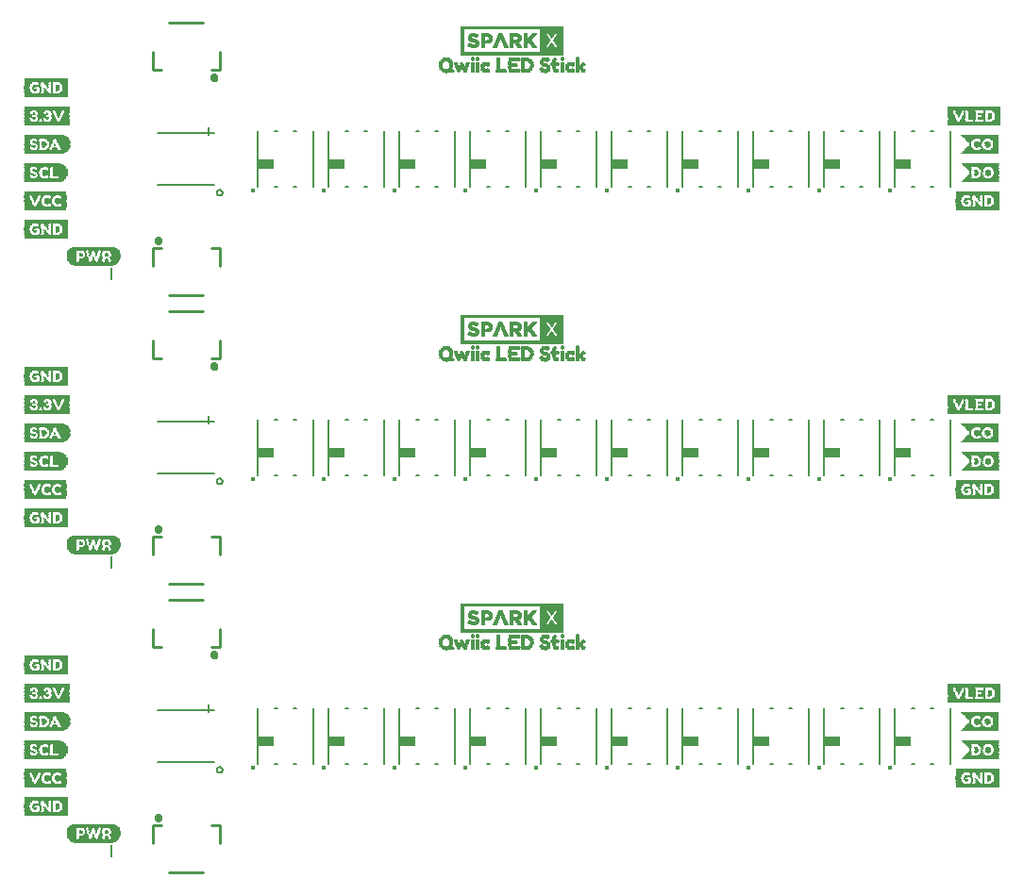
<source format=gto>
G75*
%MOIN*%
%OFA0B0*%
%FSLAX25Y25*%
%IPPOS*%
%LPD*%
%AMOC8*
5,1,8,0,0,1.08239X$1,22.5*
%
%ADD10C,0.01000*%
%ADD11C,0.01575*%
%ADD12C,0.00039*%
%ADD13R,0.15906X0.00157*%
%ADD14R,0.02992X0.00157*%
%ADD15R,0.03937X0.00157*%
%ADD16R,0.07402X0.00157*%
%ADD17R,0.02520X0.00157*%
%ADD18R,0.03307X0.00157*%
%ADD19R,0.01102X0.00157*%
%ADD20R,0.02362X0.00157*%
%ADD21R,0.01890X0.00157*%
%ADD22R,0.02677X0.00157*%
%ADD23R,0.00787X0.00157*%
%ADD24R,0.01732X0.00157*%
%ADD25R,0.02205X0.00157*%
%ADD26R,0.00630X0.00157*%
%ADD27R,0.02047X0.00157*%
%ADD28R,0.00472X0.00157*%
%ADD29R,0.00315X0.00157*%
%ADD30R,0.00945X0.00157*%
%ADD31R,0.01575X0.00157*%
%ADD32R,0.01417X0.00157*%
%ADD33R,0.01260X0.00157*%
%ADD34R,0.03150X0.00157*%
%ADD35R,0.03622X0.00157*%
%ADD36R,0.00157X0.00157*%
%ADD37R,0.02835X0.00157*%
%ADD38R,0.03465X0.00157*%
%ADD39R,0.15276X0.00157*%
%ADD40R,0.11024X0.00157*%
%ADD41R,0.12913X0.00157*%
%ADD42R,0.13386X0.00157*%
%ADD43R,0.13701X0.00157*%
%ADD44R,0.14016X0.00157*%
%ADD45R,0.14173X0.00157*%
%ADD46R,0.14331X0.00157*%
%ADD47R,0.14488X0.00157*%
%ADD48R,0.07087X0.00157*%
%ADD49R,0.04882X0.00157*%
%ADD50R,0.05039X0.00157*%
%ADD51R,0.05197X0.00157*%
%ADD52R,0.13858X0.00157*%
%ADD53R,0.14646X0.00157*%
%ADD54R,0.14961X0.00157*%
%ADD55R,0.15118X0.00157*%
%ADD56R,0.15433X0.00157*%
%ADD57R,0.11969X0.00157*%
%ADD58R,0.04567X0.00157*%
%ADD59R,0.04409X0.00157*%
%ADD60R,0.04252X0.00157*%
%ADD61R,0.04094X0.00157*%
%ADD62R,0.03780X0.00157*%
%ADD63C,0.00500*%
%ADD64R,0.16535X0.00157*%
%ADD65R,0.16850X0.00157*%
%ADD66R,0.17165X0.00157*%
%ADD67R,0.17480X0.00157*%
%ADD68R,0.06614X0.00157*%
%ADD69R,0.06772X0.00157*%
%ADD70C,0.00800*%
%ADD71R,0.06102X0.03504*%
%ADD72C,0.01600*%
%ADD73R,0.18425X0.00157*%
%ADD74R,0.13071X0.00157*%
%ADD75R,0.12756X0.00157*%
%ADD76R,0.12598X0.00157*%
%ADD77R,0.12441X0.00157*%
%ADD78R,0.12283X0.00157*%
%ADD79R,0.12126X0.00157*%
%ADD80R,0.07874X0.00157*%
%ADD81R,0.00984X0.00197*%
%ADD82R,0.01181X0.00197*%
%ADD83R,0.01378X0.00197*%
%ADD84R,0.00197X0.00197*%
%ADD85R,0.03150X0.00197*%
%ADD86R,0.01575X0.00197*%
%ADD87R,0.02362X0.00197*%
%ADD88R,0.03937X0.00197*%
%ADD89R,0.02756X0.00197*%
%ADD90R,0.00394X0.00197*%
%ADD91R,0.03346X0.00197*%
%ADD92R,0.03543X0.00197*%
%ADD93R,0.04134X0.00197*%
%ADD94R,0.03740X0.00197*%
%ADD95R,0.04331X0.00197*%
%ADD96R,0.00591X0.00197*%
%ADD97R,0.01772X0.00197*%
%ADD98R,0.01969X0.00197*%
%ADD99R,0.00787X0.00197*%
%ADD100R,0.02953X0.00197*%
%ADD101R,0.01378X0.00236*%
%ADD102R,0.04724X0.00236*%
%ADD103R,0.01575X0.00236*%
%ADD104R,0.00394X0.00236*%
%ADD105R,0.03150X0.00236*%
%ADD106R,0.02559X0.00236*%
%ADD107R,0.02756X0.00236*%
%ADD108R,0.04528X0.00197*%
%ADD109R,0.02165X0.00197*%
%ADD110R,0.02559X0.00197*%
%ADD111R,0.01969X0.00236*%
%ADD112R,0.02165X0.00236*%
%ADD113R,0.01772X0.00236*%
%ADD114R,0.00984X0.00236*%
%ADD115R,0.03543X0.00236*%
%ADD116R,0.04331X0.00236*%
%ADD117R,0.01181X0.00236*%
%ADD118R,0.02953X0.00236*%
%ADD119R,0.04921X0.00197*%
%ADD120R,0.04724X0.00197*%
%ADD121R,0.02362X0.00236*%
%ADD122R,0.03740X0.00236*%
%ADD123R,0.03937X0.00236*%
%ADD124R,0.03346X0.00236*%
D10*
X0081939Y0040876D02*
X0081939Y0047372D01*
X0084892Y0047372D01*
X0102608Y0047372D02*
X0105561Y0047372D01*
X0105561Y0040876D01*
X0099656Y0030640D02*
X0087844Y0030640D01*
X0084892Y0110128D02*
X0081939Y0110128D01*
X0081939Y0116624D01*
X0087844Y0126860D02*
X0099656Y0126860D01*
X0099656Y0132640D02*
X0087844Y0132640D01*
X0081939Y0142876D02*
X0081939Y0149372D01*
X0084892Y0149372D01*
X0102608Y0149372D02*
X0105561Y0149372D01*
X0105561Y0142876D01*
X0105561Y0116624D02*
X0105561Y0110128D01*
X0102608Y0110128D01*
X0102608Y0212128D02*
X0105561Y0212128D01*
X0105561Y0218624D01*
X0099656Y0228860D02*
X0087844Y0228860D01*
X0087844Y0234640D02*
X0099656Y0234640D01*
X0105561Y0244876D02*
X0105561Y0251372D01*
X0102608Y0251372D01*
X0084892Y0251372D02*
X0081939Y0251372D01*
X0081939Y0244876D01*
X0081939Y0218624D02*
X0081939Y0212128D01*
X0084892Y0212128D01*
X0084892Y0314128D02*
X0081939Y0314128D01*
X0081939Y0320624D01*
X0087844Y0330860D02*
X0099656Y0330860D01*
X0105561Y0320624D02*
X0105561Y0314128D01*
X0102608Y0314128D01*
D11*
X0103036Y0311569D02*
X0103038Y0311616D01*
X0103044Y0311662D01*
X0103053Y0311708D01*
X0103067Y0311752D01*
X0103084Y0311796D01*
X0103105Y0311837D01*
X0103129Y0311877D01*
X0103156Y0311915D01*
X0103187Y0311950D01*
X0103220Y0311983D01*
X0103256Y0312013D01*
X0103295Y0312039D01*
X0103335Y0312063D01*
X0103377Y0312082D01*
X0103421Y0312099D01*
X0103466Y0312111D01*
X0103512Y0312120D01*
X0103558Y0312125D01*
X0103605Y0312126D01*
X0103651Y0312123D01*
X0103697Y0312116D01*
X0103743Y0312105D01*
X0103787Y0312091D01*
X0103830Y0312073D01*
X0103871Y0312051D01*
X0103911Y0312026D01*
X0103948Y0311998D01*
X0103983Y0311967D01*
X0104015Y0311933D01*
X0104044Y0311896D01*
X0104069Y0311858D01*
X0104092Y0311817D01*
X0104111Y0311774D01*
X0104126Y0311730D01*
X0104138Y0311685D01*
X0104146Y0311639D01*
X0104150Y0311592D01*
X0104150Y0311546D01*
X0104146Y0311499D01*
X0104138Y0311453D01*
X0104126Y0311408D01*
X0104111Y0311364D01*
X0104092Y0311321D01*
X0104069Y0311280D01*
X0104044Y0311242D01*
X0104015Y0311205D01*
X0103983Y0311171D01*
X0103948Y0311140D01*
X0103911Y0311112D01*
X0103872Y0311087D01*
X0103830Y0311065D01*
X0103787Y0311047D01*
X0103743Y0311033D01*
X0103697Y0311022D01*
X0103651Y0311015D01*
X0103605Y0311012D01*
X0103558Y0311013D01*
X0103512Y0311018D01*
X0103466Y0311027D01*
X0103421Y0311039D01*
X0103377Y0311056D01*
X0103335Y0311075D01*
X0103295Y0311099D01*
X0103256Y0311125D01*
X0103220Y0311155D01*
X0103187Y0311188D01*
X0103156Y0311223D01*
X0103129Y0311261D01*
X0103105Y0311301D01*
X0103084Y0311342D01*
X0103067Y0311386D01*
X0103053Y0311430D01*
X0103044Y0311476D01*
X0103038Y0311522D01*
X0103036Y0311569D01*
X0083350Y0253931D02*
X0083352Y0253978D01*
X0083358Y0254024D01*
X0083367Y0254070D01*
X0083381Y0254114D01*
X0083398Y0254158D01*
X0083419Y0254199D01*
X0083443Y0254239D01*
X0083470Y0254277D01*
X0083501Y0254312D01*
X0083534Y0254345D01*
X0083570Y0254375D01*
X0083609Y0254401D01*
X0083649Y0254425D01*
X0083691Y0254444D01*
X0083735Y0254461D01*
X0083780Y0254473D01*
X0083826Y0254482D01*
X0083872Y0254487D01*
X0083919Y0254488D01*
X0083965Y0254485D01*
X0084011Y0254478D01*
X0084057Y0254467D01*
X0084101Y0254453D01*
X0084144Y0254435D01*
X0084185Y0254413D01*
X0084225Y0254388D01*
X0084262Y0254360D01*
X0084297Y0254329D01*
X0084329Y0254295D01*
X0084358Y0254258D01*
X0084383Y0254220D01*
X0084406Y0254179D01*
X0084425Y0254136D01*
X0084440Y0254092D01*
X0084452Y0254047D01*
X0084460Y0254001D01*
X0084464Y0253954D01*
X0084464Y0253908D01*
X0084460Y0253861D01*
X0084452Y0253815D01*
X0084440Y0253770D01*
X0084425Y0253726D01*
X0084406Y0253683D01*
X0084383Y0253642D01*
X0084358Y0253604D01*
X0084329Y0253567D01*
X0084297Y0253533D01*
X0084262Y0253502D01*
X0084225Y0253474D01*
X0084186Y0253449D01*
X0084144Y0253427D01*
X0084101Y0253409D01*
X0084057Y0253395D01*
X0084011Y0253384D01*
X0083965Y0253377D01*
X0083919Y0253374D01*
X0083872Y0253375D01*
X0083826Y0253380D01*
X0083780Y0253389D01*
X0083735Y0253401D01*
X0083691Y0253418D01*
X0083649Y0253437D01*
X0083609Y0253461D01*
X0083570Y0253487D01*
X0083534Y0253517D01*
X0083501Y0253550D01*
X0083470Y0253585D01*
X0083443Y0253623D01*
X0083419Y0253663D01*
X0083398Y0253704D01*
X0083381Y0253748D01*
X0083367Y0253792D01*
X0083358Y0253838D01*
X0083352Y0253884D01*
X0083350Y0253931D01*
X0103036Y0209569D02*
X0103038Y0209616D01*
X0103044Y0209662D01*
X0103053Y0209708D01*
X0103067Y0209752D01*
X0103084Y0209796D01*
X0103105Y0209837D01*
X0103129Y0209877D01*
X0103156Y0209915D01*
X0103187Y0209950D01*
X0103220Y0209983D01*
X0103256Y0210013D01*
X0103295Y0210039D01*
X0103335Y0210063D01*
X0103377Y0210082D01*
X0103421Y0210099D01*
X0103466Y0210111D01*
X0103512Y0210120D01*
X0103558Y0210125D01*
X0103605Y0210126D01*
X0103651Y0210123D01*
X0103697Y0210116D01*
X0103743Y0210105D01*
X0103787Y0210091D01*
X0103830Y0210073D01*
X0103871Y0210051D01*
X0103911Y0210026D01*
X0103948Y0209998D01*
X0103983Y0209967D01*
X0104015Y0209933D01*
X0104044Y0209896D01*
X0104069Y0209858D01*
X0104092Y0209817D01*
X0104111Y0209774D01*
X0104126Y0209730D01*
X0104138Y0209685D01*
X0104146Y0209639D01*
X0104150Y0209592D01*
X0104150Y0209546D01*
X0104146Y0209499D01*
X0104138Y0209453D01*
X0104126Y0209408D01*
X0104111Y0209364D01*
X0104092Y0209321D01*
X0104069Y0209280D01*
X0104044Y0209242D01*
X0104015Y0209205D01*
X0103983Y0209171D01*
X0103948Y0209140D01*
X0103911Y0209112D01*
X0103872Y0209087D01*
X0103830Y0209065D01*
X0103787Y0209047D01*
X0103743Y0209033D01*
X0103697Y0209022D01*
X0103651Y0209015D01*
X0103605Y0209012D01*
X0103558Y0209013D01*
X0103512Y0209018D01*
X0103466Y0209027D01*
X0103421Y0209039D01*
X0103377Y0209056D01*
X0103335Y0209075D01*
X0103295Y0209099D01*
X0103256Y0209125D01*
X0103220Y0209155D01*
X0103187Y0209188D01*
X0103156Y0209223D01*
X0103129Y0209261D01*
X0103105Y0209301D01*
X0103084Y0209342D01*
X0103067Y0209386D01*
X0103053Y0209430D01*
X0103044Y0209476D01*
X0103038Y0209522D01*
X0103036Y0209569D01*
X0083350Y0151931D02*
X0083352Y0151978D01*
X0083358Y0152024D01*
X0083367Y0152070D01*
X0083381Y0152114D01*
X0083398Y0152158D01*
X0083419Y0152199D01*
X0083443Y0152239D01*
X0083470Y0152277D01*
X0083501Y0152312D01*
X0083534Y0152345D01*
X0083570Y0152375D01*
X0083609Y0152401D01*
X0083649Y0152425D01*
X0083691Y0152444D01*
X0083735Y0152461D01*
X0083780Y0152473D01*
X0083826Y0152482D01*
X0083872Y0152487D01*
X0083919Y0152488D01*
X0083965Y0152485D01*
X0084011Y0152478D01*
X0084057Y0152467D01*
X0084101Y0152453D01*
X0084144Y0152435D01*
X0084185Y0152413D01*
X0084225Y0152388D01*
X0084262Y0152360D01*
X0084297Y0152329D01*
X0084329Y0152295D01*
X0084358Y0152258D01*
X0084383Y0152220D01*
X0084406Y0152179D01*
X0084425Y0152136D01*
X0084440Y0152092D01*
X0084452Y0152047D01*
X0084460Y0152001D01*
X0084464Y0151954D01*
X0084464Y0151908D01*
X0084460Y0151861D01*
X0084452Y0151815D01*
X0084440Y0151770D01*
X0084425Y0151726D01*
X0084406Y0151683D01*
X0084383Y0151642D01*
X0084358Y0151604D01*
X0084329Y0151567D01*
X0084297Y0151533D01*
X0084262Y0151502D01*
X0084225Y0151474D01*
X0084186Y0151449D01*
X0084144Y0151427D01*
X0084101Y0151409D01*
X0084057Y0151395D01*
X0084011Y0151384D01*
X0083965Y0151377D01*
X0083919Y0151374D01*
X0083872Y0151375D01*
X0083826Y0151380D01*
X0083780Y0151389D01*
X0083735Y0151401D01*
X0083691Y0151418D01*
X0083649Y0151437D01*
X0083609Y0151461D01*
X0083570Y0151487D01*
X0083534Y0151517D01*
X0083501Y0151550D01*
X0083470Y0151585D01*
X0083443Y0151623D01*
X0083419Y0151663D01*
X0083398Y0151704D01*
X0083381Y0151748D01*
X0083367Y0151792D01*
X0083358Y0151838D01*
X0083352Y0151884D01*
X0083350Y0151931D01*
X0103036Y0107569D02*
X0103038Y0107616D01*
X0103044Y0107662D01*
X0103053Y0107708D01*
X0103067Y0107752D01*
X0103084Y0107796D01*
X0103105Y0107837D01*
X0103129Y0107877D01*
X0103156Y0107915D01*
X0103187Y0107950D01*
X0103220Y0107983D01*
X0103256Y0108013D01*
X0103295Y0108039D01*
X0103335Y0108063D01*
X0103377Y0108082D01*
X0103421Y0108099D01*
X0103466Y0108111D01*
X0103512Y0108120D01*
X0103558Y0108125D01*
X0103605Y0108126D01*
X0103651Y0108123D01*
X0103697Y0108116D01*
X0103743Y0108105D01*
X0103787Y0108091D01*
X0103830Y0108073D01*
X0103871Y0108051D01*
X0103911Y0108026D01*
X0103948Y0107998D01*
X0103983Y0107967D01*
X0104015Y0107933D01*
X0104044Y0107896D01*
X0104069Y0107858D01*
X0104092Y0107817D01*
X0104111Y0107774D01*
X0104126Y0107730D01*
X0104138Y0107685D01*
X0104146Y0107639D01*
X0104150Y0107592D01*
X0104150Y0107546D01*
X0104146Y0107499D01*
X0104138Y0107453D01*
X0104126Y0107408D01*
X0104111Y0107364D01*
X0104092Y0107321D01*
X0104069Y0107280D01*
X0104044Y0107242D01*
X0104015Y0107205D01*
X0103983Y0107171D01*
X0103948Y0107140D01*
X0103911Y0107112D01*
X0103872Y0107087D01*
X0103830Y0107065D01*
X0103787Y0107047D01*
X0103743Y0107033D01*
X0103697Y0107022D01*
X0103651Y0107015D01*
X0103605Y0107012D01*
X0103558Y0107013D01*
X0103512Y0107018D01*
X0103466Y0107027D01*
X0103421Y0107039D01*
X0103377Y0107056D01*
X0103335Y0107075D01*
X0103295Y0107099D01*
X0103256Y0107125D01*
X0103220Y0107155D01*
X0103187Y0107188D01*
X0103156Y0107223D01*
X0103129Y0107261D01*
X0103105Y0107301D01*
X0103084Y0107342D01*
X0103067Y0107386D01*
X0103053Y0107430D01*
X0103044Y0107476D01*
X0103038Y0107522D01*
X0103036Y0107569D01*
X0083350Y0049931D02*
X0083352Y0049978D01*
X0083358Y0050024D01*
X0083367Y0050070D01*
X0083381Y0050114D01*
X0083398Y0050158D01*
X0083419Y0050199D01*
X0083443Y0050239D01*
X0083470Y0050277D01*
X0083501Y0050312D01*
X0083534Y0050345D01*
X0083570Y0050375D01*
X0083609Y0050401D01*
X0083649Y0050425D01*
X0083691Y0050444D01*
X0083735Y0050461D01*
X0083780Y0050473D01*
X0083826Y0050482D01*
X0083872Y0050487D01*
X0083919Y0050488D01*
X0083965Y0050485D01*
X0084011Y0050478D01*
X0084057Y0050467D01*
X0084101Y0050453D01*
X0084144Y0050435D01*
X0084185Y0050413D01*
X0084225Y0050388D01*
X0084262Y0050360D01*
X0084297Y0050329D01*
X0084329Y0050295D01*
X0084358Y0050258D01*
X0084383Y0050220D01*
X0084406Y0050179D01*
X0084425Y0050136D01*
X0084440Y0050092D01*
X0084452Y0050047D01*
X0084460Y0050001D01*
X0084464Y0049954D01*
X0084464Y0049908D01*
X0084460Y0049861D01*
X0084452Y0049815D01*
X0084440Y0049770D01*
X0084425Y0049726D01*
X0084406Y0049683D01*
X0084383Y0049642D01*
X0084358Y0049604D01*
X0084329Y0049567D01*
X0084297Y0049533D01*
X0084262Y0049502D01*
X0084225Y0049474D01*
X0084186Y0049449D01*
X0084144Y0049427D01*
X0084101Y0049409D01*
X0084057Y0049395D01*
X0084011Y0049384D01*
X0083965Y0049377D01*
X0083919Y0049374D01*
X0083872Y0049375D01*
X0083826Y0049380D01*
X0083780Y0049389D01*
X0083735Y0049401D01*
X0083691Y0049418D01*
X0083649Y0049437D01*
X0083609Y0049461D01*
X0083570Y0049487D01*
X0083534Y0049517D01*
X0083501Y0049550D01*
X0083470Y0049585D01*
X0083443Y0049623D01*
X0083419Y0049663D01*
X0083398Y0049704D01*
X0083381Y0049748D01*
X0083367Y0049792D01*
X0083358Y0049838D01*
X0083352Y0049884D01*
X0083350Y0049931D01*
D12*
X0190750Y0115768D02*
X0218384Y0115768D01*
X0226750Y0115768D01*
X0226750Y0120265D01*
X0223730Y0120265D01*
X0225047Y0118334D01*
X0223798Y0118334D01*
X0222714Y0119990D01*
X0221624Y0118334D01*
X0220418Y0118334D01*
X0221742Y0120265D01*
X0218708Y0120265D01*
X0218708Y0116693D01*
X0218384Y0116693D01*
X0218384Y0115768D01*
X0218384Y0116693D01*
X0191675Y0116693D01*
X0191675Y0124807D01*
X0218708Y0124807D01*
X0218708Y0120265D01*
X0221742Y0120265D01*
X0222102Y0120790D01*
X0220490Y0123162D01*
X0221732Y0123162D01*
X0222747Y0121596D01*
X0223769Y0123162D01*
X0224975Y0123162D01*
X0223362Y0120804D01*
X0223730Y0120265D01*
X0226750Y0120265D01*
X0226750Y0125732D01*
X0218708Y0125732D01*
X0190750Y0125732D01*
X0190750Y0115768D01*
X0190750Y0115801D02*
X0218384Y0115801D01*
X0226750Y0115801D01*
X0226750Y0115839D02*
X0218384Y0115839D01*
X0190750Y0115839D01*
X0190750Y0115877D02*
X0218384Y0115877D01*
X0226750Y0115877D01*
X0226750Y0115915D02*
X0218384Y0115915D01*
X0190750Y0115915D01*
X0190750Y0115953D02*
X0218384Y0115953D01*
X0226750Y0115953D01*
X0226750Y0115991D02*
X0218384Y0115991D01*
X0190750Y0115991D01*
X0190750Y0116029D02*
X0218384Y0116029D01*
X0226750Y0116029D01*
X0226750Y0116067D02*
X0218384Y0116067D01*
X0190750Y0116067D01*
X0190750Y0116105D02*
X0218384Y0116105D01*
X0226750Y0116105D01*
X0226750Y0116142D02*
X0218384Y0116142D01*
X0190750Y0116142D01*
X0190750Y0116180D02*
X0218384Y0116180D01*
X0226750Y0116180D01*
X0226750Y0116218D02*
X0218384Y0116218D01*
X0190750Y0116218D01*
X0190750Y0116256D02*
X0218384Y0116256D01*
X0226750Y0116256D01*
X0226750Y0116294D02*
X0218384Y0116294D01*
X0190750Y0116294D01*
X0190750Y0116332D02*
X0218384Y0116332D01*
X0226750Y0116332D01*
X0226750Y0116370D02*
X0218384Y0116370D01*
X0190750Y0116370D01*
X0190750Y0116408D02*
X0218384Y0116408D01*
X0226750Y0116408D01*
X0226750Y0116445D02*
X0218384Y0116445D01*
X0190750Y0116445D01*
X0190750Y0116483D02*
X0218384Y0116483D01*
X0226750Y0116483D01*
X0226750Y0116521D02*
X0218384Y0116521D01*
X0190750Y0116521D01*
X0190750Y0116559D02*
X0218384Y0116559D01*
X0226750Y0116559D01*
X0226750Y0116597D02*
X0218384Y0116597D01*
X0190750Y0116597D01*
X0190750Y0116635D02*
X0218384Y0116635D01*
X0226750Y0116635D01*
X0226750Y0116673D02*
X0218384Y0116673D01*
X0190750Y0116673D01*
X0190750Y0116711D02*
X0191675Y0116711D01*
X0191675Y0116748D02*
X0190750Y0116748D01*
X0190750Y0116786D02*
X0191675Y0116786D01*
X0191675Y0116824D02*
X0190750Y0116824D01*
X0190750Y0116862D02*
X0191675Y0116862D01*
X0191675Y0116900D02*
X0190750Y0116900D01*
X0190750Y0116938D02*
X0191675Y0116938D01*
X0191675Y0116976D02*
X0190750Y0116976D01*
X0190750Y0117014D02*
X0191675Y0117014D01*
X0191675Y0117052D02*
X0190750Y0117052D01*
X0190750Y0117089D02*
X0191675Y0117089D01*
X0191675Y0117127D02*
X0190750Y0117127D01*
X0190750Y0117165D02*
X0191675Y0117165D01*
X0191675Y0117203D02*
X0190750Y0117203D01*
X0190750Y0117241D02*
X0191675Y0117241D01*
X0191675Y0117279D02*
X0190750Y0117279D01*
X0190750Y0117317D02*
X0191675Y0117317D01*
X0191675Y0117355D02*
X0190750Y0117355D01*
X0190750Y0117392D02*
X0191675Y0117392D01*
X0191675Y0117430D02*
X0190750Y0117430D01*
X0190750Y0117468D02*
X0191675Y0117468D01*
X0191675Y0117506D02*
X0190750Y0117506D01*
X0190750Y0117544D02*
X0191675Y0117544D01*
X0191675Y0117582D02*
X0190750Y0117582D01*
X0190750Y0117620D02*
X0191675Y0117620D01*
X0191675Y0117658D02*
X0190750Y0117658D01*
X0190750Y0117696D02*
X0191675Y0117696D01*
X0191675Y0117733D02*
X0190750Y0117733D01*
X0190750Y0117771D02*
X0191675Y0117771D01*
X0191675Y0117809D02*
X0190750Y0117809D01*
X0190750Y0117847D02*
X0191675Y0117847D01*
X0191675Y0117885D02*
X0190750Y0117885D01*
X0190750Y0117923D02*
X0191675Y0117923D01*
X0191675Y0117961D02*
X0190750Y0117961D01*
X0190750Y0117999D02*
X0191675Y0117999D01*
X0191675Y0118036D02*
X0190750Y0118036D01*
X0190750Y0118074D02*
X0191675Y0118074D01*
X0191675Y0118112D02*
X0190750Y0118112D01*
X0190750Y0118150D02*
X0191675Y0118150D01*
X0191675Y0118188D02*
X0190750Y0118188D01*
X0190750Y0118226D02*
X0191675Y0118226D01*
X0191675Y0118264D02*
X0190750Y0118264D01*
X0190750Y0118302D02*
X0191675Y0118302D01*
X0191675Y0118340D02*
X0190750Y0118340D01*
X0190750Y0118377D02*
X0191675Y0118377D01*
X0191675Y0118415D02*
X0190750Y0118415D01*
X0190750Y0118453D02*
X0191675Y0118453D01*
X0191675Y0118491D02*
X0190750Y0118491D01*
X0190750Y0118529D02*
X0191675Y0118529D01*
X0191675Y0118567D02*
X0190750Y0118567D01*
X0190750Y0118605D02*
X0191675Y0118605D01*
X0191675Y0118643D02*
X0190750Y0118643D01*
X0190750Y0118680D02*
X0191675Y0118680D01*
X0191675Y0118718D02*
X0190750Y0118718D01*
X0190750Y0118756D02*
X0191675Y0118756D01*
X0191675Y0118794D02*
X0190750Y0118794D01*
X0190750Y0118832D02*
X0191675Y0118832D01*
X0191675Y0118870D02*
X0190750Y0118870D01*
X0190750Y0118908D02*
X0191675Y0118908D01*
X0191675Y0118946D02*
X0190750Y0118946D01*
X0190750Y0118983D02*
X0191675Y0118983D01*
X0191675Y0119021D02*
X0190750Y0119021D01*
X0190750Y0119059D02*
X0191675Y0119059D01*
X0191675Y0119097D02*
X0190750Y0119097D01*
X0190750Y0119135D02*
X0191675Y0119135D01*
X0191675Y0119173D02*
X0190750Y0119173D01*
X0190750Y0119211D02*
X0191675Y0119211D01*
X0191675Y0119249D02*
X0190750Y0119249D01*
X0190750Y0119287D02*
X0191675Y0119287D01*
X0191675Y0119324D02*
X0190750Y0119324D01*
X0190750Y0119362D02*
X0191675Y0119362D01*
X0191675Y0119400D02*
X0190750Y0119400D01*
X0190750Y0119438D02*
X0191675Y0119438D01*
X0191675Y0119476D02*
X0190750Y0119476D01*
X0190750Y0119514D02*
X0191675Y0119514D01*
X0191675Y0119552D02*
X0190750Y0119552D01*
X0190750Y0119590D02*
X0191675Y0119590D01*
X0191675Y0119627D02*
X0190750Y0119627D01*
X0190750Y0119665D02*
X0191675Y0119665D01*
X0191675Y0119703D02*
X0190750Y0119703D01*
X0190750Y0119741D02*
X0191675Y0119741D01*
X0191675Y0119779D02*
X0190750Y0119779D01*
X0190750Y0119817D02*
X0191675Y0119817D01*
X0191675Y0119855D02*
X0190750Y0119855D01*
X0190750Y0119893D02*
X0191675Y0119893D01*
X0191675Y0119931D02*
X0190750Y0119931D01*
X0190750Y0119968D02*
X0191675Y0119968D01*
X0191675Y0120006D02*
X0190750Y0120006D01*
X0190750Y0120044D02*
X0191675Y0120044D01*
X0191675Y0120082D02*
X0190750Y0120082D01*
X0190750Y0120120D02*
X0191675Y0120120D01*
X0191675Y0120158D02*
X0190750Y0120158D01*
X0190750Y0120196D02*
X0191675Y0120196D01*
X0191675Y0120234D02*
X0190750Y0120234D01*
X0190750Y0120271D02*
X0191675Y0120271D01*
X0191675Y0120309D02*
X0190750Y0120309D01*
X0190750Y0120347D02*
X0191675Y0120347D01*
X0191675Y0120385D02*
X0190750Y0120385D01*
X0190750Y0120423D02*
X0191675Y0120423D01*
X0191675Y0120461D02*
X0190750Y0120461D01*
X0190750Y0120499D02*
X0191675Y0120499D01*
X0191675Y0120537D02*
X0190750Y0120537D01*
X0190750Y0120575D02*
X0191675Y0120575D01*
X0191675Y0120612D02*
X0190750Y0120612D01*
X0190750Y0120650D02*
X0191675Y0120650D01*
X0191675Y0120688D02*
X0190750Y0120688D01*
X0190750Y0120726D02*
X0191675Y0120726D01*
X0191675Y0120764D02*
X0190750Y0120764D01*
X0190750Y0120802D02*
X0191675Y0120802D01*
X0191675Y0120840D02*
X0190750Y0120840D01*
X0190750Y0120878D02*
X0191675Y0120878D01*
X0191675Y0120915D02*
X0190750Y0120915D01*
X0190750Y0120953D02*
X0191675Y0120953D01*
X0191675Y0120991D02*
X0190750Y0120991D01*
X0190750Y0121029D02*
X0191675Y0121029D01*
X0191675Y0121067D02*
X0190750Y0121067D01*
X0190750Y0121105D02*
X0191675Y0121105D01*
X0191675Y0121143D02*
X0190750Y0121143D01*
X0190750Y0121181D02*
X0191675Y0121181D01*
X0191675Y0121218D02*
X0190750Y0121218D01*
X0190750Y0121256D02*
X0191675Y0121256D01*
X0191675Y0121294D02*
X0190750Y0121294D01*
X0190750Y0121332D02*
X0191675Y0121332D01*
X0191675Y0121370D02*
X0190750Y0121370D01*
X0190750Y0121408D02*
X0191675Y0121408D01*
X0191675Y0121446D02*
X0190750Y0121446D01*
X0190750Y0121484D02*
X0191675Y0121484D01*
X0191675Y0121522D02*
X0190750Y0121522D01*
X0190750Y0121559D02*
X0191675Y0121559D01*
X0191675Y0121597D02*
X0190750Y0121597D01*
X0190750Y0121635D02*
X0191675Y0121635D01*
X0191675Y0121673D02*
X0190750Y0121673D01*
X0190750Y0121711D02*
X0191675Y0121711D01*
X0191675Y0121749D02*
X0190750Y0121749D01*
X0190750Y0121787D02*
X0191675Y0121787D01*
X0191675Y0121825D02*
X0190750Y0121825D01*
X0190750Y0121862D02*
X0191675Y0121862D01*
X0191675Y0121900D02*
X0190750Y0121900D01*
X0190750Y0121938D02*
X0191675Y0121938D01*
X0191675Y0121976D02*
X0190750Y0121976D01*
X0190750Y0122014D02*
X0191675Y0122014D01*
X0191675Y0122052D02*
X0190750Y0122052D01*
X0190750Y0122090D02*
X0191675Y0122090D01*
X0191675Y0122128D02*
X0190750Y0122128D01*
X0190750Y0122166D02*
X0191675Y0122166D01*
X0191675Y0122203D02*
X0190750Y0122203D01*
X0190750Y0122241D02*
X0191675Y0122241D01*
X0191675Y0122279D02*
X0190750Y0122279D01*
X0190750Y0122317D02*
X0191675Y0122317D01*
X0191675Y0122355D02*
X0190750Y0122355D01*
X0190750Y0122393D02*
X0191675Y0122393D01*
X0191675Y0122431D02*
X0190750Y0122431D01*
X0190750Y0122469D02*
X0191675Y0122469D01*
X0191675Y0122506D02*
X0190750Y0122506D01*
X0190750Y0122544D02*
X0191675Y0122544D01*
X0191675Y0122582D02*
X0190750Y0122582D01*
X0190750Y0122620D02*
X0191675Y0122620D01*
X0191675Y0122658D02*
X0190750Y0122658D01*
X0190750Y0122696D02*
X0191675Y0122696D01*
X0191675Y0122734D02*
X0190750Y0122734D01*
X0190750Y0122772D02*
X0191675Y0122772D01*
X0191675Y0122810D02*
X0190750Y0122810D01*
X0190750Y0122847D02*
X0191675Y0122847D01*
X0191675Y0122885D02*
X0190750Y0122885D01*
X0190750Y0122923D02*
X0191675Y0122923D01*
X0191675Y0122961D02*
X0190750Y0122961D01*
X0190750Y0122999D02*
X0191675Y0122999D01*
X0191675Y0123037D02*
X0190750Y0123037D01*
X0190750Y0123075D02*
X0191675Y0123075D01*
X0191675Y0123113D02*
X0190750Y0123113D01*
X0190750Y0123150D02*
X0191675Y0123150D01*
X0191675Y0123188D02*
X0190750Y0123188D01*
X0190750Y0123226D02*
X0191675Y0123226D01*
X0191675Y0123264D02*
X0190750Y0123264D01*
X0190750Y0123302D02*
X0191675Y0123302D01*
X0191675Y0123340D02*
X0190750Y0123340D01*
X0190750Y0123378D02*
X0191675Y0123378D01*
X0191675Y0123416D02*
X0190750Y0123416D01*
X0190750Y0123453D02*
X0191675Y0123453D01*
X0191675Y0123491D02*
X0190750Y0123491D01*
X0190750Y0123529D02*
X0191675Y0123529D01*
X0191675Y0123567D02*
X0190750Y0123567D01*
X0190750Y0123605D02*
X0191675Y0123605D01*
X0191675Y0123643D02*
X0190750Y0123643D01*
X0190750Y0123681D02*
X0191675Y0123681D01*
X0191675Y0123719D02*
X0190750Y0123719D01*
X0190750Y0123757D02*
X0191675Y0123757D01*
X0191675Y0123794D02*
X0190750Y0123794D01*
X0190750Y0123832D02*
X0191675Y0123832D01*
X0191675Y0123870D02*
X0190750Y0123870D01*
X0190750Y0123908D02*
X0191675Y0123908D01*
X0191675Y0123946D02*
X0190750Y0123946D01*
X0190750Y0123984D02*
X0191675Y0123984D01*
X0191675Y0124022D02*
X0190750Y0124022D01*
X0190750Y0124060D02*
X0191675Y0124060D01*
X0191675Y0124097D02*
X0190750Y0124097D01*
X0190750Y0124135D02*
X0191675Y0124135D01*
X0191675Y0124173D02*
X0190750Y0124173D01*
X0190750Y0124211D02*
X0191675Y0124211D01*
X0191675Y0124249D02*
X0190750Y0124249D01*
X0190750Y0124287D02*
X0191675Y0124287D01*
X0191675Y0124325D02*
X0190750Y0124325D01*
X0190750Y0124363D02*
X0191675Y0124363D01*
X0191675Y0124401D02*
X0190750Y0124401D01*
X0190750Y0124438D02*
X0191675Y0124438D01*
X0191675Y0124476D02*
X0190750Y0124476D01*
X0190750Y0124514D02*
X0191675Y0124514D01*
X0191675Y0124552D02*
X0190750Y0124552D01*
X0190750Y0124590D02*
X0191675Y0124590D01*
X0191675Y0124628D02*
X0190750Y0124628D01*
X0190750Y0124666D02*
X0191675Y0124666D01*
X0191675Y0124704D02*
X0190750Y0124704D01*
X0190750Y0124741D02*
X0191675Y0124741D01*
X0191675Y0124779D02*
X0190750Y0124779D01*
X0190750Y0124817D02*
X0226750Y0124817D01*
X0226750Y0124779D02*
X0218708Y0124779D01*
X0218708Y0124741D02*
X0226750Y0124741D01*
X0226750Y0124704D02*
X0218708Y0124704D01*
X0218708Y0124666D02*
X0226750Y0124666D01*
X0226750Y0124628D02*
X0218708Y0124628D01*
X0218708Y0124590D02*
X0226750Y0124590D01*
X0226750Y0124552D02*
X0218708Y0124552D01*
X0218708Y0124514D02*
X0226750Y0124514D01*
X0226750Y0124476D02*
X0218708Y0124476D01*
X0218708Y0124438D02*
X0226750Y0124438D01*
X0226750Y0124401D02*
X0218708Y0124401D01*
X0218708Y0124363D02*
X0226750Y0124363D01*
X0226750Y0124325D02*
X0218708Y0124325D01*
X0218708Y0124287D02*
X0226750Y0124287D01*
X0226750Y0124249D02*
X0218708Y0124249D01*
X0218708Y0124211D02*
X0226750Y0124211D01*
X0226750Y0124173D02*
X0218708Y0124173D01*
X0218708Y0124135D02*
X0226750Y0124135D01*
X0226750Y0124097D02*
X0218708Y0124097D01*
X0218708Y0124060D02*
X0226750Y0124060D01*
X0226750Y0124022D02*
X0218708Y0124022D01*
X0218708Y0123984D02*
X0226750Y0123984D01*
X0226750Y0123946D02*
X0218708Y0123946D01*
X0218708Y0123908D02*
X0226750Y0123908D01*
X0226750Y0123870D02*
X0218708Y0123870D01*
X0218708Y0123832D02*
X0226750Y0123832D01*
X0226750Y0123794D02*
X0218708Y0123794D01*
X0218708Y0123757D02*
X0226750Y0123757D01*
X0226750Y0123719D02*
X0218708Y0123719D01*
X0218708Y0123681D02*
X0226750Y0123681D01*
X0226750Y0123643D02*
X0218708Y0123643D01*
X0218708Y0123605D02*
X0226750Y0123605D01*
X0226750Y0123567D02*
X0218708Y0123567D01*
X0218708Y0123529D02*
X0226750Y0123529D01*
X0226750Y0123491D02*
X0218708Y0123491D01*
X0218708Y0123453D02*
X0226750Y0123453D01*
X0226750Y0123416D02*
X0218708Y0123416D01*
X0218708Y0123378D02*
X0226750Y0123378D01*
X0226750Y0123340D02*
X0218708Y0123340D01*
X0218708Y0123302D02*
X0226750Y0123302D01*
X0226750Y0123264D02*
X0218708Y0123264D01*
X0218708Y0123226D02*
X0226750Y0123226D01*
X0226750Y0123188D02*
X0218708Y0123188D01*
X0218708Y0123150D02*
X0220497Y0123150D01*
X0220523Y0123113D02*
X0218708Y0123113D01*
X0218708Y0123075D02*
X0220549Y0123075D01*
X0220575Y0123037D02*
X0218708Y0123037D01*
X0218708Y0122999D02*
X0220600Y0122999D01*
X0220626Y0122961D02*
X0218708Y0122961D01*
X0218708Y0122923D02*
X0220652Y0122923D01*
X0220678Y0122885D02*
X0218708Y0122885D01*
X0218708Y0122847D02*
X0220703Y0122847D01*
X0220729Y0122810D02*
X0218708Y0122810D01*
X0218708Y0122772D02*
X0220755Y0122772D01*
X0220781Y0122734D02*
X0218708Y0122734D01*
X0218708Y0122696D02*
X0220806Y0122696D01*
X0220832Y0122658D02*
X0218708Y0122658D01*
X0218708Y0122620D02*
X0220858Y0122620D01*
X0220884Y0122582D02*
X0218708Y0122582D01*
X0218708Y0122544D02*
X0220909Y0122544D01*
X0220935Y0122506D02*
X0218708Y0122506D01*
X0218708Y0122469D02*
X0220961Y0122469D01*
X0220987Y0122431D02*
X0218708Y0122431D01*
X0218708Y0122393D02*
X0221013Y0122393D01*
X0221038Y0122355D02*
X0218708Y0122355D01*
X0218708Y0122317D02*
X0221064Y0122317D01*
X0221090Y0122279D02*
X0218708Y0122279D01*
X0218708Y0122241D02*
X0221116Y0122241D01*
X0221141Y0122203D02*
X0218708Y0122203D01*
X0218708Y0122166D02*
X0221167Y0122166D01*
X0221193Y0122128D02*
X0218708Y0122128D01*
X0218708Y0122090D02*
X0221219Y0122090D01*
X0221244Y0122052D02*
X0218708Y0122052D01*
X0218708Y0122014D02*
X0221270Y0122014D01*
X0221296Y0121976D02*
X0218708Y0121976D01*
X0218708Y0121938D02*
X0221322Y0121938D01*
X0221347Y0121900D02*
X0218708Y0121900D01*
X0218708Y0121862D02*
X0221373Y0121862D01*
X0221399Y0121825D02*
X0218708Y0121825D01*
X0218708Y0121787D02*
X0221425Y0121787D01*
X0221450Y0121749D02*
X0218708Y0121749D01*
X0218708Y0121711D02*
X0221476Y0121711D01*
X0221502Y0121673D02*
X0218708Y0121673D01*
X0218708Y0121635D02*
X0221528Y0121635D01*
X0221553Y0121597D02*
X0218708Y0121597D01*
X0218708Y0121559D02*
X0221579Y0121559D01*
X0221605Y0121522D02*
X0218708Y0121522D01*
X0218708Y0121484D02*
X0221631Y0121484D01*
X0221656Y0121446D02*
X0218708Y0121446D01*
X0218708Y0121408D02*
X0221682Y0121408D01*
X0221708Y0121370D02*
X0218708Y0121370D01*
X0218708Y0121332D02*
X0221734Y0121332D01*
X0221759Y0121294D02*
X0218708Y0121294D01*
X0218708Y0121256D02*
X0221785Y0121256D01*
X0221811Y0121218D02*
X0218708Y0121218D01*
X0218708Y0121181D02*
X0221837Y0121181D01*
X0221862Y0121143D02*
X0218708Y0121143D01*
X0218708Y0121105D02*
X0221888Y0121105D01*
X0221914Y0121067D02*
X0218708Y0121067D01*
X0218708Y0121029D02*
X0221940Y0121029D01*
X0221965Y0120991D02*
X0218708Y0120991D01*
X0218708Y0120953D02*
X0221991Y0120953D01*
X0222017Y0120915D02*
X0218708Y0120915D01*
X0218708Y0120878D02*
X0222043Y0120878D01*
X0222068Y0120840D02*
X0218708Y0120840D01*
X0218708Y0120802D02*
X0222094Y0120802D01*
X0222085Y0120764D02*
X0218708Y0120764D01*
X0218708Y0120726D02*
X0222059Y0120726D01*
X0222033Y0120688D02*
X0218708Y0120688D01*
X0218708Y0120650D02*
X0222007Y0120650D01*
X0221981Y0120612D02*
X0218708Y0120612D01*
X0218708Y0120575D02*
X0221955Y0120575D01*
X0221929Y0120537D02*
X0218708Y0120537D01*
X0218708Y0120499D02*
X0221903Y0120499D01*
X0221877Y0120461D02*
X0218708Y0120461D01*
X0218708Y0120423D02*
X0221851Y0120423D01*
X0221825Y0120385D02*
X0218708Y0120385D01*
X0218708Y0120347D02*
X0221799Y0120347D01*
X0221773Y0120309D02*
X0218708Y0120309D01*
X0218708Y0120271D02*
X0221747Y0120271D01*
X0221721Y0120234D02*
X0218708Y0120234D01*
X0218708Y0120196D02*
X0221695Y0120196D01*
X0221669Y0120158D02*
X0218708Y0120158D01*
X0218708Y0120120D02*
X0221643Y0120120D01*
X0221617Y0120082D02*
X0218708Y0120082D01*
X0218708Y0120044D02*
X0221591Y0120044D01*
X0221565Y0120006D02*
X0218708Y0120006D01*
X0218708Y0119968D02*
X0221539Y0119968D01*
X0221513Y0119931D02*
X0218708Y0119931D01*
X0218708Y0119893D02*
X0221487Y0119893D01*
X0221461Y0119855D02*
X0218708Y0119855D01*
X0218708Y0119817D02*
X0221435Y0119817D01*
X0221409Y0119779D02*
X0218708Y0119779D01*
X0218708Y0119741D02*
X0221383Y0119741D01*
X0221357Y0119703D02*
X0218708Y0119703D01*
X0218708Y0119665D02*
X0221331Y0119665D01*
X0221305Y0119627D02*
X0218708Y0119627D01*
X0218708Y0119590D02*
X0221279Y0119590D01*
X0221253Y0119552D02*
X0218708Y0119552D01*
X0218708Y0119514D02*
X0221227Y0119514D01*
X0221201Y0119476D02*
X0218708Y0119476D01*
X0218708Y0119438D02*
X0221175Y0119438D01*
X0221149Y0119400D02*
X0218708Y0119400D01*
X0218708Y0119362D02*
X0221123Y0119362D01*
X0221097Y0119324D02*
X0218708Y0119324D01*
X0218708Y0119287D02*
X0221071Y0119287D01*
X0221045Y0119249D02*
X0218708Y0119249D01*
X0218708Y0119211D02*
X0221019Y0119211D01*
X0220993Y0119173D02*
X0218708Y0119173D01*
X0218708Y0119135D02*
X0220967Y0119135D01*
X0220941Y0119097D02*
X0218708Y0119097D01*
X0218708Y0119059D02*
X0220915Y0119059D01*
X0220889Y0119021D02*
X0218708Y0119021D01*
X0218708Y0118983D02*
X0220863Y0118983D01*
X0220837Y0118946D02*
X0218708Y0118946D01*
X0218708Y0118908D02*
X0220811Y0118908D01*
X0220785Y0118870D02*
X0218708Y0118870D01*
X0218708Y0118832D02*
X0220759Y0118832D01*
X0220733Y0118794D02*
X0218708Y0118794D01*
X0218708Y0118756D02*
X0220707Y0118756D01*
X0220681Y0118718D02*
X0218708Y0118718D01*
X0218708Y0118680D02*
X0220655Y0118680D01*
X0220629Y0118643D02*
X0218708Y0118643D01*
X0218708Y0118605D02*
X0220603Y0118605D01*
X0220577Y0118567D02*
X0218708Y0118567D01*
X0218708Y0118529D02*
X0220551Y0118529D01*
X0220525Y0118491D02*
X0218708Y0118491D01*
X0218708Y0118453D02*
X0220499Y0118453D01*
X0220473Y0118415D02*
X0218708Y0118415D01*
X0218708Y0118377D02*
X0220447Y0118377D01*
X0220421Y0118340D02*
X0218708Y0118340D01*
X0218708Y0118302D02*
X0226750Y0118302D01*
X0226750Y0118340D02*
X0225044Y0118340D01*
X0225018Y0118377D02*
X0226750Y0118377D01*
X0226750Y0118415D02*
X0224992Y0118415D01*
X0224966Y0118453D02*
X0226750Y0118453D01*
X0226750Y0118491D02*
X0224940Y0118491D01*
X0224915Y0118529D02*
X0226750Y0118529D01*
X0226750Y0118567D02*
X0224889Y0118567D01*
X0224863Y0118605D02*
X0226750Y0118605D01*
X0226750Y0118643D02*
X0224837Y0118643D01*
X0224811Y0118680D02*
X0226750Y0118680D01*
X0226750Y0118718D02*
X0224785Y0118718D01*
X0224759Y0118756D02*
X0226750Y0118756D01*
X0226750Y0118794D02*
X0224734Y0118794D01*
X0224708Y0118832D02*
X0226750Y0118832D01*
X0226750Y0118870D02*
X0224682Y0118870D01*
X0224656Y0118908D02*
X0226750Y0118908D01*
X0226750Y0118946D02*
X0224630Y0118946D01*
X0224604Y0118983D02*
X0226750Y0118983D01*
X0226750Y0119021D02*
X0224579Y0119021D01*
X0224553Y0119059D02*
X0226750Y0119059D01*
X0226750Y0119097D02*
X0224527Y0119097D01*
X0224501Y0119135D02*
X0226750Y0119135D01*
X0226750Y0119173D02*
X0224475Y0119173D01*
X0224449Y0119211D02*
X0226750Y0119211D01*
X0226750Y0119249D02*
X0224424Y0119249D01*
X0224398Y0119287D02*
X0226750Y0119287D01*
X0226750Y0119324D02*
X0224372Y0119324D01*
X0224346Y0119362D02*
X0226750Y0119362D01*
X0226750Y0119400D02*
X0224320Y0119400D01*
X0224294Y0119438D02*
X0226750Y0119438D01*
X0226750Y0119476D02*
X0224269Y0119476D01*
X0224243Y0119514D02*
X0226750Y0119514D01*
X0226750Y0119552D02*
X0224217Y0119552D01*
X0224191Y0119590D02*
X0226750Y0119590D01*
X0226750Y0119627D02*
X0224165Y0119627D01*
X0224139Y0119665D02*
X0226750Y0119665D01*
X0226750Y0119703D02*
X0224113Y0119703D01*
X0224088Y0119741D02*
X0226750Y0119741D01*
X0226750Y0119779D02*
X0224062Y0119779D01*
X0224036Y0119817D02*
X0226750Y0119817D01*
X0226750Y0119855D02*
X0224010Y0119855D01*
X0223984Y0119893D02*
X0226750Y0119893D01*
X0226750Y0119931D02*
X0223958Y0119931D01*
X0223933Y0119968D02*
X0226750Y0119968D01*
X0226750Y0120006D02*
X0223907Y0120006D01*
X0223881Y0120044D02*
X0226750Y0120044D01*
X0226750Y0120082D02*
X0223855Y0120082D01*
X0223829Y0120120D02*
X0226750Y0120120D01*
X0226750Y0120158D02*
X0223803Y0120158D01*
X0223778Y0120196D02*
X0226750Y0120196D01*
X0226750Y0120234D02*
X0223752Y0120234D01*
X0223726Y0120271D02*
X0226750Y0120271D01*
X0226750Y0120309D02*
X0223700Y0120309D01*
X0223674Y0120347D02*
X0226750Y0120347D01*
X0226750Y0120385D02*
X0223648Y0120385D01*
X0223622Y0120423D02*
X0226750Y0120423D01*
X0226750Y0120461D02*
X0223597Y0120461D01*
X0223571Y0120499D02*
X0226750Y0120499D01*
X0226750Y0120537D02*
X0223545Y0120537D01*
X0223519Y0120575D02*
X0226750Y0120575D01*
X0226750Y0120612D02*
X0223493Y0120612D01*
X0223467Y0120650D02*
X0226750Y0120650D01*
X0226750Y0120688D02*
X0223441Y0120688D01*
X0223416Y0120726D02*
X0226750Y0120726D01*
X0226750Y0120764D02*
X0223390Y0120764D01*
X0223364Y0120802D02*
X0226750Y0120802D01*
X0226750Y0120840D02*
X0223387Y0120840D01*
X0223413Y0120878D02*
X0226750Y0120878D01*
X0226750Y0120915D02*
X0223439Y0120915D01*
X0223465Y0120953D02*
X0226750Y0120953D01*
X0226750Y0120991D02*
X0223490Y0120991D01*
X0223516Y0121029D02*
X0226750Y0121029D01*
X0226750Y0121067D02*
X0223542Y0121067D01*
X0223568Y0121105D02*
X0226750Y0121105D01*
X0226750Y0121143D02*
X0223594Y0121143D01*
X0223620Y0121181D02*
X0226750Y0121181D01*
X0226750Y0121218D02*
X0223646Y0121218D01*
X0223672Y0121256D02*
X0226750Y0121256D01*
X0226750Y0121294D02*
X0223698Y0121294D01*
X0223724Y0121332D02*
X0226750Y0121332D01*
X0226750Y0121370D02*
X0223750Y0121370D01*
X0223775Y0121408D02*
X0226750Y0121408D01*
X0226750Y0121446D02*
X0223801Y0121446D01*
X0223827Y0121484D02*
X0226750Y0121484D01*
X0226750Y0121522D02*
X0223853Y0121522D01*
X0223879Y0121559D02*
X0226750Y0121559D01*
X0226750Y0121597D02*
X0223905Y0121597D01*
X0223931Y0121635D02*
X0226750Y0121635D01*
X0226750Y0121673D02*
X0223957Y0121673D01*
X0223983Y0121711D02*
X0226750Y0121711D01*
X0226750Y0121749D02*
X0224009Y0121749D01*
X0224035Y0121787D02*
X0226750Y0121787D01*
X0226750Y0121825D02*
X0224060Y0121825D01*
X0224086Y0121862D02*
X0226750Y0121862D01*
X0226750Y0121900D02*
X0224112Y0121900D01*
X0224138Y0121938D02*
X0226750Y0121938D01*
X0226750Y0121976D02*
X0224164Y0121976D01*
X0224190Y0122014D02*
X0226750Y0122014D01*
X0226750Y0122052D02*
X0224216Y0122052D01*
X0224242Y0122090D02*
X0226750Y0122090D01*
X0226750Y0122128D02*
X0224268Y0122128D01*
X0224294Y0122166D02*
X0226750Y0122166D01*
X0226750Y0122203D02*
X0224320Y0122203D01*
X0224345Y0122241D02*
X0226750Y0122241D01*
X0226750Y0122279D02*
X0224371Y0122279D01*
X0224397Y0122317D02*
X0226750Y0122317D01*
X0226750Y0122355D02*
X0224423Y0122355D01*
X0224449Y0122393D02*
X0226750Y0122393D01*
X0226750Y0122431D02*
X0224475Y0122431D01*
X0224501Y0122469D02*
X0226750Y0122469D01*
X0226750Y0122506D02*
X0224527Y0122506D01*
X0224553Y0122544D02*
X0226750Y0122544D01*
X0226750Y0122582D02*
X0224579Y0122582D01*
X0224605Y0122620D02*
X0226750Y0122620D01*
X0226750Y0122658D02*
X0224630Y0122658D01*
X0224656Y0122696D02*
X0226750Y0122696D01*
X0226750Y0122734D02*
X0224682Y0122734D01*
X0224708Y0122772D02*
X0226750Y0122772D01*
X0226750Y0122810D02*
X0224734Y0122810D01*
X0224760Y0122847D02*
X0226750Y0122847D01*
X0226750Y0122885D02*
X0224786Y0122885D01*
X0224812Y0122923D02*
X0226750Y0122923D01*
X0226750Y0122961D02*
X0224838Y0122961D01*
X0224864Y0122999D02*
X0226750Y0122999D01*
X0226750Y0123037D02*
X0224890Y0123037D01*
X0224915Y0123075D02*
X0226750Y0123075D01*
X0226750Y0123113D02*
X0224941Y0123113D01*
X0224967Y0123150D02*
X0226750Y0123150D01*
X0226750Y0124855D02*
X0190750Y0124855D01*
X0190750Y0124893D02*
X0226750Y0124893D01*
X0226750Y0124931D02*
X0190750Y0124931D01*
X0190750Y0124969D02*
X0226750Y0124969D01*
X0226750Y0125007D02*
X0190750Y0125007D01*
X0190750Y0125045D02*
X0226750Y0125045D01*
X0226750Y0125082D02*
X0190750Y0125082D01*
X0190750Y0125120D02*
X0226750Y0125120D01*
X0226750Y0125158D02*
X0190750Y0125158D01*
X0190750Y0125196D02*
X0226750Y0125196D01*
X0226750Y0125234D02*
X0190750Y0125234D01*
X0190750Y0125272D02*
X0226750Y0125272D01*
X0226750Y0125310D02*
X0190750Y0125310D01*
X0190750Y0125348D02*
X0226750Y0125348D01*
X0226750Y0125385D02*
X0190750Y0125385D01*
X0190750Y0125423D02*
X0226750Y0125423D01*
X0226750Y0125461D02*
X0190750Y0125461D01*
X0190750Y0125499D02*
X0226750Y0125499D01*
X0226750Y0125537D02*
X0190750Y0125537D01*
X0190750Y0125575D02*
X0226750Y0125575D01*
X0226750Y0125613D02*
X0190750Y0125613D01*
X0190750Y0125651D02*
X0226750Y0125651D01*
X0226750Y0125688D02*
X0190750Y0125688D01*
X0190750Y0125726D02*
X0226750Y0125726D01*
X0223762Y0123150D02*
X0221739Y0123150D01*
X0221764Y0123113D02*
X0223737Y0123113D01*
X0223712Y0123075D02*
X0221788Y0123075D01*
X0221813Y0123037D02*
X0223687Y0123037D01*
X0223663Y0122999D02*
X0221837Y0122999D01*
X0221862Y0122961D02*
X0223638Y0122961D01*
X0223613Y0122923D02*
X0221886Y0122923D01*
X0221911Y0122885D02*
X0223589Y0122885D01*
X0223564Y0122847D02*
X0221936Y0122847D01*
X0221960Y0122810D02*
X0223539Y0122810D01*
X0223514Y0122772D02*
X0221985Y0122772D01*
X0222009Y0122734D02*
X0223490Y0122734D01*
X0223465Y0122696D02*
X0222034Y0122696D01*
X0222058Y0122658D02*
X0223440Y0122658D01*
X0223415Y0122620D02*
X0222083Y0122620D01*
X0222107Y0122582D02*
X0223391Y0122582D01*
X0223366Y0122544D02*
X0222132Y0122544D01*
X0222157Y0122506D02*
X0223341Y0122506D01*
X0223316Y0122469D02*
X0222181Y0122469D01*
X0222206Y0122431D02*
X0223292Y0122431D01*
X0223267Y0122393D02*
X0222230Y0122393D01*
X0222255Y0122355D02*
X0223242Y0122355D01*
X0223218Y0122317D02*
X0222279Y0122317D01*
X0222304Y0122279D02*
X0223193Y0122279D01*
X0223168Y0122241D02*
X0222328Y0122241D01*
X0222353Y0122203D02*
X0223143Y0122203D01*
X0223119Y0122166D02*
X0222378Y0122166D01*
X0222402Y0122128D02*
X0223094Y0122128D01*
X0223069Y0122090D02*
X0222427Y0122090D01*
X0222451Y0122052D02*
X0223044Y0122052D01*
X0223020Y0122014D02*
X0222476Y0122014D01*
X0222500Y0121976D02*
X0222995Y0121976D01*
X0222970Y0121938D02*
X0222525Y0121938D01*
X0222549Y0121900D02*
X0222945Y0121900D01*
X0222921Y0121862D02*
X0222574Y0121862D01*
X0222599Y0121825D02*
X0222896Y0121825D01*
X0222871Y0121787D02*
X0222623Y0121787D01*
X0222648Y0121749D02*
X0222847Y0121749D01*
X0222822Y0121711D02*
X0222672Y0121711D01*
X0222697Y0121673D02*
X0222797Y0121673D01*
X0222772Y0121635D02*
X0222721Y0121635D01*
X0222746Y0121597D02*
X0222748Y0121597D01*
X0222700Y0119968D02*
X0222729Y0119968D01*
X0222754Y0119931D02*
X0222675Y0119931D01*
X0222650Y0119893D02*
X0222778Y0119893D01*
X0222803Y0119855D02*
X0222625Y0119855D01*
X0222600Y0119817D02*
X0222828Y0119817D01*
X0222853Y0119779D02*
X0222575Y0119779D01*
X0222550Y0119741D02*
X0222878Y0119741D01*
X0222902Y0119703D02*
X0222525Y0119703D01*
X0222500Y0119665D02*
X0222927Y0119665D01*
X0222952Y0119627D02*
X0222475Y0119627D01*
X0222450Y0119590D02*
X0222977Y0119590D01*
X0223001Y0119552D02*
X0222425Y0119552D01*
X0222400Y0119514D02*
X0223026Y0119514D01*
X0223051Y0119476D02*
X0222376Y0119476D01*
X0222351Y0119438D02*
X0223076Y0119438D01*
X0223101Y0119400D02*
X0222326Y0119400D01*
X0222301Y0119362D02*
X0223125Y0119362D01*
X0223150Y0119324D02*
X0222276Y0119324D01*
X0222251Y0119287D02*
X0223175Y0119287D01*
X0223200Y0119249D02*
X0222226Y0119249D01*
X0222201Y0119211D02*
X0223225Y0119211D01*
X0223249Y0119173D02*
X0222176Y0119173D01*
X0222151Y0119135D02*
X0223274Y0119135D01*
X0223299Y0119097D02*
X0222126Y0119097D01*
X0222101Y0119059D02*
X0223324Y0119059D01*
X0223348Y0119021D02*
X0222076Y0119021D01*
X0222051Y0118983D02*
X0223373Y0118983D01*
X0223398Y0118946D02*
X0222026Y0118946D01*
X0222001Y0118908D02*
X0223423Y0118908D01*
X0223448Y0118870D02*
X0221976Y0118870D01*
X0221951Y0118832D02*
X0223472Y0118832D01*
X0223497Y0118794D02*
X0221926Y0118794D01*
X0221901Y0118756D02*
X0223522Y0118756D01*
X0223547Y0118718D02*
X0221876Y0118718D01*
X0221852Y0118680D02*
X0223572Y0118680D01*
X0223596Y0118643D02*
X0221827Y0118643D01*
X0221802Y0118605D02*
X0223621Y0118605D01*
X0223646Y0118567D02*
X0221777Y0118567D01*
X0221752Y0118529D02*
X0223671Y0118529D01*
X0223696Y0118491D02*
X0221727Y0118491D01*
X0221702Y0118453D02*
X0223720Y0118453D01*
X0223745Y0118415D02*
X0221677Y0118415D01*
X0221652Y0118377D02*
X0223770Y0118377D01*
X0223795Y0118340D02*
X0221627Y0118340D01*
X0218708Y0118264D02*
X0226750Y0118264D01*
X0226750Y0118226D02*
X0218708Y0118226D01*
X0218708Y0118188D02*
X0226750Y0118188D01*
X0226750Y0118150D02*
X0218708Y0118150D01*
X0218708Y0118112D02*
X0226750Y0118112D01*
X0226750Y0118074D02*
X0218708Y0118074D01*
X0218708Y0118036D02*
X0226750Y0118036D01*
X0226750Y0117999D02*
X0218708Y0117999D01*
X0218708Y0117961D02*
X0226750Y0117961D01*
X0226750Y0117923D02*
X0218708Y0117923D01*
X0218708Y0117885D02*
X0226750Y0117885D01*
X0226750Y0117847D02*
X0218708Y0117847D01*
X0218708Y0117809D02*
X0226750Y0117809D01*
X0226750Y0117771D02*
X0218708Y0117771D01*
X0218708Y0117733D02*
X0226750Y0117733D01*
X0226750Y0117696D02*
X0218708Y0117696D01*
X0218708Y0117658D02*
X0226750Y0117658D01*
X0226750Y0117620D02*
X0218708Y0117620D01*
X0218708Y0117582D02*
X0226750Y0117582D01*
X0226750Y0117544D02*
X0218708Y0117544D01*
X0218708Y0117506D02*
X0226750Y0117506D01*
X0226750Y0117468D02*
X0218708Y0117468D01*
X0218708Y0117430D02*
X0226750Y0117430D01*
X0226750Y0117392D02*
X0218708Y0117392D01*
X0218708Y0117355D02*
X0226750Y0117355D01*
X0226750Y0117317D02*
X0218708Y0117317D01*
X0218708Y0117279D02*
X0226750Y0117279D01*
X0226750Y0117241D02*
X0218708Y0117241D01*
X0218708Y0117203D02*
X0226750Y0117203D01*
X0226750Y0117165D02*
X0218708Y0117165D01*
X0218708Y0117127D02*
X0226750Y0117127D01*
X0226750Y0117089D02*
X0218708Y0117089D01*
X0218708Y0117052D02*
X0226750Y0117052D01*
X0226750Y0117014D02*
X0218708Y0117014D01*
X0218708Y0116976D02*
X0226750Y0116976D01*
X0226750Y0116938D02*
X0218708Y0116938D01*
X0218708Y0116900D02*
X0226750Y0116900D01*
X0226750Y0116862D02*
X0218708Y0116862D01*
X0218708Y0116824D02*
X0226750Y0116824D01*
X0226750Y0116786D02*
X0218708Y0116786D01*
X0218708Y0116748D02*
X0226750Y0116748D01*
X0226750Y0116711D02*
X0218708Y0116711D01*
X0217354Y0118334D02*
X0215298Y0121114D01*
X0216085Y0121934D01*
X0214842Y0121934D01*
X0215982Y0123162D01*
X0217264Y0123162D01*
X0216085Y0121934D01*
X0214842Y0121934D01*
X0214024Y0121052D01*
X0214024Y0121934D01*
X0212962Y0121934D01*
X0212962Y0123162D01*
X0214024Y0123162D01*
X0214024Y0121934D01*
X0212962Y0121934D01*
X0212962Y0118334D01*
X0214024Y0118334D01*
X0214024Y0119810D01*
X0214582Y0120390D01*
X0216080Y0118334D01*
X0217354Y0118334D01*
X0217350Y0118340D02*
X0216076Y0118340D01*
X0216048Y0118377D02*
X0217322Y0118377D01*
X0217294Y0118415D02*
X0216021Y0118415D01*
X0215993Y0118453D02*
X0217266Y0118453D01*
X0217238Y0118491D02*
X0215965Y0118491D01*
X0215938Y0118529D02*
X0217210Y0118529D01*
X0217182Y0118567D02*
X0215910Y0118567D01*
X0215883Y0118605D02*
X0217154Y0118605D01*
X0217126Y0118643D02*
X0215855Y0118643D01*
X0215827Y0118680D02*
X0217098Y0118680D01*
X0217070Y0118718D02*
X0215800Y0118718D01*
X0215772Y0118756D02*
X0217042Y0118756D01*
X0217014Y0118794D02*
X0215745Y0118794D01*
X0215717Y0118832D02*
X0216986Y0118832D01*
X0216958Y0118870D02*
X0215689Y0118870D01*
X0215662Y0118908D02*
X0216930Y0118908D01*
X0216902Y0118946D02*
X0215634Y0118946D01*
X0215607Y0118983D02*
X0216874Y0118983D01*
X0216846Y0119021D02*
X0215579Y0119021D01*
X0215552Y0119059D02*
X0216818Y0119059D01*
X0216790Y0119097D02*
X0215524Y0119097D01*
X0215496Y0119135D02*
X0216762Y0119135D01*
X0216734Y0119173D02*
X0215469Y0119173D01*
X0215441Y0119211D02*
X0216706Y0119211D01*
X0216678Y0119249D02*
X0215414Y0119249D01*
X0215386Y0119287D02*
X0216650Y0119287D01*
X0216622Y0119324D02*
X0215358Y0119324D01*
X0215331Y0119362D02*
X0216594Y0119362D01*
X0216566Y0119400D02*
X0215303Y0119400D01*
X0215276Y0119438D02*
X0216538Y0119438D01*
X0216510Y0119476D02*
X0215248Y0119476D01*
X0215220Y0119514D02*
X0216482Y0119514D01*
X0216454Y0119552D02*
X0215193Y0119552D01*
X0215165Y0119590D02*
X0216426Y0119590D01*
X0216398Y0119627D02*
X0215138Y0119627D01*
X0215110Y0119665D02*
X0216370Y0119665D01*
X0216342Y0119703D02*
X0215082Y0119703D01*
X0215055Y0119741D02*
X0216314Y0119741D01*
X0216286Y0119779D02*
X0215027Y0119779D01*
X0215000Y0119817D02*
X0216258Y0119817D01*
X0216229Y0119855D02*
X0214972Y0119855D01*
X0214944Y0119893D02*
X0216201Y0119893D01*
X0216173Y0119931D02*
X0214917Y0119931D01*
X0214889Y0119968D02*
X0216145Y0119968D01*
X0216117Y0120006D02*
X0214862Y0120006D01*
X0214834Y0120044D02*
X0216089Y0120044D01*
X0216061Y0120082D02*
X0214806Y0120082D01*
X0214779Y0120120D02*
X0216033Y0120120D01*
X0216005Y0120158D02*
X0214751Y0120158D01*
X0214724Y0120196D02*
X0215977Y0120196D01*
X0215949Y0120234D02*
X0214696Y0120234D01*
X0214668Y0120271D02*
X0215921Y0120271D01*
X0215893Y0120309D02*
X0214641Y0120309D01*
X0214613Y0120347D02*
X0215865Y0120347D01*
X0215837Y0120385D02*
X0214586Y0120385D01*
X0214577Y0120385D02*
X0212962Y0120385D01*
X0212962Y0120347D02*
X0214541Y0120347D01*
X0214504Y0120309D02*
X0212962Y0120309D01*
X0212962Y0120271D02*
X0214468Y0120271D01*
X0214431Y0120234D02*
X0212962Y0120234D01*
X0212962Y0120196D02*
X0214395Y0120196D01*
X0214358Y0120158D02*
X0212962Y0120158D01*
X0212962Y0120120D02*
X0214322Y0120120D01*
X0214286Y0120082D02*
X0212962Y0120082D01*
X0212962Y0120044D02*
X0214249Y0120044D01*
X0214213Y0120006D02*
X0212962Y0120006D01*
X0212962Y0119968D02*
X0214176Y0119968D01*
X0214140Y0119931D02*
X0212962Y0119931D01*
X0212962Y0119893D02*
X0214103Y0119893D01*
X0214067Y0119855D02*
X0212962Y0119855D01*
X0212962Y0119817D02*
X0214030Y0119817D01*
X0214024Y0119779D02*
X0212962Y0119779D01*
X0212962Y0119741D02*
X0214024Y0119741D01*
X0214024Y0119703D02*
X0212962Y0119703D01*
X0212962Y0119665D02*
X0214024Y0119665D01*
X0214024Y0119627D02*
X0212962Y0119627D01*
X0212962Y0119590D02*
X0214024Y0119590D01*
X0214024Y0119552D02*
X0212962Y0119552D01*
X0212962Y0119514D02*
X0214024Y0119514D01*
X0214024Y0119476D02*
X0212962Y0119476D01*
X0212962Y0119438D02*
X0214024Y0119438D01*
X0214024Y0119400D02*
X0212962Y0119400D01*
X0212962Y0119362D02*
X0214024Y0119362D01*
X0214024Y0119324D02*
X0212962Y0119324D01*
X0212962Y0119287D02*
X0214024Y0119287D01*
X0214024Y0119249D02*
X0212962Y0119249D01*
X0212962Y0119211D02*
X0214024Y0119211D01*
X0214024Y0119173D02*
X0212962Y0119173D01*
X0212962Y0119135D02*
X0214024Y0119135D01*
X0214024Y0119097D02*
X0212962Y0119097D01*
X0212962Y0119059D02*
X0214024Y0119059D01*
X0214024Y0119021D02*
X0212962Y0119021D01*
X0212962Y0118983D02*
X0214024Y0118983D01*
X0214024Y0118946D02*
X0212962Y0118946D01*
X0212962Y0118908D02*
X0214024Y0118908D01*
X0214024Y0118870D02*
X0212962Y0118870D01*
X0212962Y0118832D02*
X0214024Y0118832D01*
X0214024Y0118794D02*
X0212962Y0118794D01*
X0212962Y0118756D02*
X0214024Y0118756D01*
X0214024Y0118718D02*
X0212962Y0118718D01*
X0212962Y0118680D02*
X0214024Y0118680D01*
X0214024Y0118643D02*
X0212962Y0118643D01*
X0212962Y0118605D02*
X0214024Y0118605D01*
X0214024Y0118567D02*
X0212962Y0118567D01*
X0212962Y0118529D02*
X0214024Y0118529D01*
X0214024Y0118491D02*
X0212962Y0118491D01*
X0212962Y0118453D02*
X0214024Y0118453D01*
X0214024Y0118415D02*
X0212962Y0118415D01*
X0212962Y0118377D02*
X0214024Y0118377D01*
X0214024Y0118340D02*
X0212962Y0118340D01*
X0212145Y0118334D02*
X0210964Y0120059D01*
X0211383Y0120280D01*
X0211713Y0120599D01*
X0211928Y0121022D01*
X0212001Y0121553D01*
X0212001Y0121567D01*
X0211971Y0121922D01*
X0211968Y0121934D01*
X0210780Y0121934D01*
X0210705Y0122032D01*
X0210440Y0122161D01*
X0210089Y0122204D01*
X0209034Y0122204D01*
X0209034Y0121934D01*
X0207972Y0121934D01*
X0207972Y0123162D01*
X0210179Y0123162D01*
X0210587Y0123136D01*
X0210946Y0123057D01*
X0211258Y0122925D01*
X0211522Y0122741D01*
X0211732Y0122509D01*
X0211882Y0122236D01*
X0211968Y0121934D01*
X0210780Y0121934D01*
X0210870Y0121816D01*
X0210924Y0121513D01*
X0210924Y0121502D01*
X0210873Y0121224D01*
X0210716Y0121006D01*
X0210459Y0120866D01*
X0210111Y0120818D01*
X0209034Y0120818D01*
X0209034Y0121934D01*
X0207972Y0121934D01*
X0207972Y0118334D01*
X0209034Y0118334D01*
X0209034Y0119879D01*
X0209870Y0119879D01*
X0210903Y0118334D01*
X0212145Y0118334D01*
X0212141Y0118340D02*
X0210899Y0118340D01*
X0210874Y0118377D02*
X0212115Y0118377D01*
X0212089Y0118415D02*
X0210849Y0118415D01*
X0210823Y0118453D02*
X0212063Y0118453D01*
X0212038Y0118491D02*
X0210798Y0118491D01*
X0210773Y0118529D02*
X0212012Y0118529D01*
X0211986Y0118567D02*
X0210747Y0118567D01*
X0210722Y0118605D02*
X0211960Y0118605D01*
X0211934Y0118643D02*
X0210697Y0118643D01*
X0210671Y0118680D02*
X0211908Y0118680D01*
X0211882Y0118718D02*
X0210646Y0118718D01*
X0210621Y0118756D02*
X0211856Y0118756D01*
X0211830Y0118794D02*
X0210595Y0118794D01*
X0210570Y0118832D02*
X0211804Y0118832D01*
X0211778Y0118870D02*
X0210545Y0118870D01*
X0210519Y0118908D02*
X0211752Y0118908D01*
X0211726Y0118946D02*
X0210494Y0118946D01*
X0210469Y0118983D02*
X0211700Y0118983D01*
X0211674Y0119021D02*
X0210443Y0119021D01*
X0210418Y0119059D02*
X0211648Y0119059D01*
X0211623Y0119097D02*
X0210393Y0119097D01*
X0210367Y0119135D02*
X0211597Y0119135D01*
X0211571Y0119173D02*
X0210342Y0119173D01*
X0210316Y0119211D02*
X0211545Y0119211D01*
X0211519Y0119249D02*
X0210291Y0119249D01*
X0210266Y0119287D02*
X0211493Y0119287D01*
X0211467Y0119324D02*
X0210240Y0119324D01*
X0210215Y0119362D02*
X0211441Y0119362D01*
X0211415Y0119400D02*
X0210190Y0119400D01*
X0210164Y0119438D02*
X0211389Y0119438D01*
X0211363Y0119476D02*
X0210139Y0119476D01*
X0210114Y0119514D02*
X0211337Y0119514D01*
X0211311Y0119552D02*
X0210088Y0119552D01*
X0210063Y0119590D02*
X0211285Y0119590D01*
X0211259Y0119627D02*
X0210038Y0119627D01*
X0210012Y0119665D02*
X0211233Y0119665D01*
X0211207Y0119703D02*
X0209987Y0119703D01*
X0209962Y0119741D02*
X0211182Y0119741D01*
X0211156Y0119779D02*
X0209936Y0119779D01*
X0209911Y0119817D02*
X0211130Y0119817D01*
X0211104Y0119855D02*
X0209886Y0119855D01*
X0209034Y0119855D02*
X0207972Y0119855D01*
X0207972Y0119893D02*
X0211078Y0119893D01*
X0211052Y0119931D02*
X0207972Y0119931D01*
X0207972Y0119968D02*
X0211026Y0119968D01*
X0211000Y0120006D02*
X0207972Y0120006D01*
X0207972Y0120044D02*
X0210974Y0120044D01*
X0211008Y0120082D02*
X0207972Y0120082D01*
X0207972Y0120120D02*
X0211080Y0120120D01*
X0211151Y0120158D02*
X0207972Y0120158D01*
X0207972Y0120196D02*
X0211223Y0120196D01*
X0211294Y0120234D02*
X0207972Y0120234D01*
X0207972Y0120271D02*
X0211366Y0120271D01*
X0211413Y0120309D02*
X0207972Y0120309D01*
X0207972Y0120347D02*
X0211452Y0120347D01*
X0211491Y0120385D02*
X0207972Y0120385D01*
X0207972Y0120423D02*
X0211531Y0120423D01*
X0211570Y0120461D02*
X0207972Y0120461D01*
X0207972Y0120499D02*
X0211609Y0120499D01*
X0211648Y0120537D02*
X0207972Y0120537D01*
X0207972Y0120575D02*
X0211688Y0120575D01*
X0211720Y0120612D02*
X0207972Y0120612D01*
X0207972Y0120650D02*
X0211739Y0120650D01*
X0211758Y0120688D02*
X0207972Y0120688D01*
X0207972Y0120726D02*
X0211778Y0120726D01*
X0211797Y0120764D02*
X0207972Y0120764D01*
X0207972Y0120802D02*
X0211816Y0120802D01*
X0211836Y0120840D02*
X0210267Y0120840D01*
X0210480Y0120878D02*
X0211855Y0120878D01*
X0211874Y0120915D02*
X0210550Y0120915D01*
X0210620Y0120953D02*
X0211894Y0120953D01*
X0211913Y0120991D02*
X0210689Y0120991D01*
X0210732Y0121029D02*
X0211929Y0121029D01*
X0211935Y0121067D02*
X0210760Y0121067D01*
X0210787Y0121105D02*
X0211940Y0121105D01*
X0211945Y0121143D02*
X0210814Y0121143D01*
X0210841Y0121181D02*
X0211950Y0121181D01*
X0211955Y0121218D02*
X0210869Y0121218D01*
X0210879Y0121256D02*
X0211960Y0121256D01*
X0211966Y0121294D02*
X0210886Y0121294D01*
X0210893Y0121332D02*
X0211971Y0121332D01*
X0211976Y0121370D02*
X0210900Y0121370D01*
X0210907Y0121408D02*
X0211981Y0121408D01*
X0211986Y0121446D02*
X0210914Y0121446D01*
X0210921Y0121484D02*
X0211991Y0121484D01*
X0211997Y0121522D02*
X0210923Y0121522D01*
X0210916Y0121559D02*
X0212001Y0121559D01*
X0211998Y0121597D02*
X0210909Y0121597D01*
X0210902Y0121635D02*
X0211995Y0121635D01*
X0211992Y0121673D02*
X0210896Y0121673D01*
X0210889Y0121711D02*
X0211989Y0121711D01*
X0211986Y0121749D02*
X0210882Y0121749D01*
X0210875Y0121787D02*
X0211982Y0121787D01*
X0211979Y0121825D02*
X0210863Y0121825D01*
X0210834Y0121862D02*
X0211976Y0121862D01*
X0211973Y0121900D02*
X0210805Y0121900D01*
X0210776Y0121938D02*
X0211966Y0121938D01*
X0211956Y0121976D02*
X0210747Y0121976D01*
X0210718Y0122014D02*
X0211945Y0122014D01*
X0211934Y0122052D02*
X0210663Y0122052D01*
X0210586Y0122090D02*
X0211923Y0122090D01*
X0211912Y0122128D02*
X0210509Y0122128D01*
X0210405Y0122166D02*
X0211902Y0122166D01*
X0211891Y0122203D02*
X0210097Y0122203D01*
X0210358Y0123150D02*
X0207972Y0123150D01*
X0207972Y0123113D02*
X0210692Y0123113D01*
X0210865Y0123075D02*
X0207972Y0123075D01*
X0207972Y0123037D02*
X0210994Y0123037D01*
X0211083Y0122999D02*
X0207972Y0122999D01*
X0207972Y0122961D02*
X0211173Y0122961D01*
X0211261Y0122923D02*
X0207972Y0122923D01*
X0207972Y0122885D02*
X0211315Y0122885D01*
X0211369Y0122847D02*
X0207972Y0122847D01*
X0207972Y0122810D02*
X0211424Y0122810D01*
X0211478Y0122772D02*
X0207972Y0122772D01*
X0207972Y0122734D02*
X0211528Y0122734D01*
X0211563Y0122696D02*
X0207972Y0122696D01*
X0207972Y0122658D02*
X0211597Y0122658D01*
X0211631Y0122620D02*
X0207972Y0122620D01*
X0207972Y0122582D02*
X0211666Y0122582D01*
X0211700Y0122544D02*
X0207972Y0122544D01*
X0207972Y0122506D02*
X0211734Y0122506D01*
X0211754Y0122469D02*
X0207972Y0122469D01*
X0207972Y0122431D02*
X0211775Y0122431D01*
X0211796Y0122393D02*
X0207972Y0122393D01*
X0207972Y0122355D02*
X0211817Y0122355D01*
X0211837Y0122317D02*
X0207972Y0122317D01*
X0207972Y0122279D02*
X0211858Y0122279D01*
X0211879Y0122241D02*
X0207972Y0122241D01*
X0207972Y0122203D02*
X0209034Y0122203D01*
X0209034Y0122166D02*
X0207972Y0122166D01*
X0207972Y0122128D02*
X0209034Y0122128D01*
X0209034Y0122090D02*
X0207972Y0122090D01*
X0207972Y0122052D02*
X0209034Y0122052D01*
X0209034Y0122014D02*
X0207972Y0122014D01*
X0207972Y0121976D02*
X0209034Y0121976D01*
X0209034Y0121938D02*
X0207972Y0121938D01*
X0207972Y0121900D02*
X0209034Y0121900D01*
X0209034Y0121862D02*
X0207972Y0121862D01*
X0207972Y0121825D02*
X0209034Y0121825D01*
X0209034Y0121787D02*
X0207972Y0121787D01*
X0207972Y0121749D02*
X0209034Y0121749D01*
X0209034Y0121711D02*
X0207972Y0121711D01*
X0207972Y0121673D02*
X0209034Y0121673D01*
X0209034Y0121635D02*
X0207972Y0121635D01*
X0207972Y0121597D02*
X0209034Y0121597D01*
X0209034Y0121559D02*
X0207972Y0121559D01*
X0207972Y0121522D02*
X0209034Y0121522D01*
X0209034Y0121484D02*
X0207972Y0121484D01*
X0207972Y0121446D02*
X0209034Y0121446D01*
X0209034Y0121408D02*
X0207972Y0121408D01*
X0207972Y0121370D02*
X0209034Y0121370D01*
X0209034Y0121332D02*
X0207972Y0121332D01*
X0207972Y0121294D02*
X0209034Y0121294D01*
X0209034Y0121256D02*
X0207972Y0121256D01*
X0207972Y0121218D02*
X0209034Y0121218D01*
X0209034Y0121181D02*
X0207972Y0121181D01*
X0207972Y0121143D02*
X0209034Y0121143D01*
X0209034Y0121105D02*
X0207972Y0121105D01*
X0207972Y0121067D02*
X0209034Y0121067D01*
X0209034Y0121029D02*
X0207972Y0121029D01*
X0207972Y0120991D02*
X0209034Y0120991D01*
X0209034Y0120953D02*
X0207972Y0120953D01*
X0207972Y0120915D02*
X0209034Y0120915D01*
X0209034Y0120878D02*
X0207972Y0120878D01*
X0207972Y0120840D02*
X0209034Y0120840D01*
X0209034Y0119817D02*
X0207972Y0119817D01*
X0207972Y0119779D02*
X0209034Y0119779D01*
X0209034Y0119741D02*
X0207972Y0119741D01*
X0207972Y0119703D02*
X0209034Y0119703D01*
X0209034Y0119665D02*
X0207972Y0119665D01*
X0207972Y0119627D02*
X0209034Y0119627D01*
X0209034Y0119590D02*
X0207972Y0119590D01*
X0207972Y0119552D02*
X0209034Y0119552D01*
X0209034Y0119514D02*
X0207972Y0119514D01*
X0207972Y0119476D02*
X0209034Y0119476D01*
X0209034Y0119438D02*
X0207972Y0119438D01*
X0207972Y0119400D02*
X0209034Y0119400D01*
X0209034Y0119362D02*
X0207972Y0119362D01*
X0207972Y0119324D02*
X0209034Y0119324D01*
X0209034Y0119287D02*
X0207972Y0119287D01*
X0207972Y0119249D02*
X0209034Y0119249D01*
X0209034Y0119211D02*
X0207972Y0119211D01*
X0207972Y0119173D02*
X0209034Y0119173D01*
X0209034Y0119135D02*
X0207972Y0119135D01*
X0207972Y0119097D02*
X0209034Y0119097D01*
X0209034Y0119059D02*
X0207972Y0119059D01*
X0207972Y0119021D02*
X0209034Y0119021D01*
X0209034Y0118983D02*
X0207972Y0118983D01*
X0207972Y0118946D02*
X0209034Y0118946D01*
X0209034Y0118908D02*
X0207972Y0118908D01*
X0207972Y0118870D02*
X0209034Y0118870D01*
X0209034Y0118832D02*
X0207972Y0118832D01*
X0207972Y0118794D02*
X0209034Y0118794D01*
X0209034Y0118756D02*
X0207972Y0118756D01*
X0207972Y0118718D02*
X0209034Y0118718D01*
X0209034Y0118680D02*
X0207972Y0118680D01*
X0207972Y0118643D02*
X0209034Y0118643D01*
X0209034Y0118605D02*
X0207972Y0118605D01*
X0207972Y0118567D02*
X0209034Y0118567D01*
X0209034Y0118529D02*
X0207972Y0118529D01*
X0207972Y0118491D02*
X0209034Y0118491D01*
X0209034Y0118453D02*
X0207972Y0118453D01*
X0207972Y0118415D02*
X0209034Y0118415D01*
X0209034Y0118377D02*
X0207972Y0118377D01*
X0207972Y0118340D02*
X0209034Y0118340D01*
X0207227Y0118334D02*
X0205695Y0121934D01*
X0203640Y0121934D01*
X0204178Y0123198D01*
X0205157Y0123198D01*
X0205695Y0121934D01*
X0203640Y0121934D01*
X0202108Y0118334D01*
X0203192Y0118334D01*
X0204653Y0121920D01*
X0206115Y0118334D01*
X0207227Y0118334D01*
X0207225Y0118340D02*
X0206113Y0118340D01*
X0206097Y0118377D02*
X0207209Y0118377D01*
X0207193Y0118415D02*
X0206082Y0118415D01*
X0206066Y0118453D02*
X0207177Y0118453D01*
X0207161Y0118491D02*
X0206051Y0118491D01*
X0206036Y0118529D02*
X0207144Y0118529D01*
X0207128Y0118567D02*
X0206020Y0118567D01*
X0206005Y0118605D02*
X0207112Y0118605D01*
X0207096Y0118643D02*
X0205989Y0118643D01*
X0205974Y0118680D02*
X0207080Y0118680D01*
X0207064Y0118718D02*
X0205958Y0118718D01*
X0205943Y0118756D02*
X0207048Y0118756D01*
X0207032Y0118794D02*
X0205927Y0118794D01*
X0205912Y0118832D02*
X0207015Y0118832D01*
X0206999Y0118870D02*
X0205897Y0118870D01*
X0205881Y0118908D02*
X0206983Y0118908D01*
X0206967Y0118946D02*
X0205866Y0118946D01*
X0205850Y0118983D02*
X0206951Y0118983D01*
X0206935Y0119021D02*
X0205835Y0119021D01*
X0205819Y0119059D02*
X0206919Y0119059D01*
X0206903Y0119097D02*
X0205804Y0119097D01*
X0205788Y0119135D02*
X0206886Y0119135D01*
X0206870Y0119173D02*
X0205773Y0119173D01*
X0205758Y0119211D02*
X0206854Y0119211D01*
X0206838Y0119249D02*
X0205742Y0119249D01*
X0205727Y0119287D02*
X0206822Y0119287D01*
X0206806Y0119324D02*
X0205711Y0119324D01*
X0205696Y0119362D02*
X0206790Y0119362D01*
X0206774Y0119400D02*
X0205680Y0119400D01*
X0205665Y0119438D02*
X0206757Y0119438D01*
X0206741Y0119476D02*
X0205649Y0119476D01*
X0205634Y0119514D02*
X0206725Y0119514D01*
X0206709Y0119552D02*
X0205619Y0119552D01*
X0205603Y0119590D02*
X0206693Y0119590D01*
X0206677Y0119627D02*
X0205588Y0119627D01*
X0205572Y0119665D02*
X0206661Y0119665D01*
X0206645Y0119703D02*
X0205557Y0119703D01*
X0205541Y0119741D02*
X0206628Y0119741D01*
X0206612Y0119779D02*
X0205526Y0119779D01*
X0205510Y0119817D02*
X0206596Y0119817D01*
X0206580Y0119855D02*
X0205495Y0119855D01*
X0205480Y0119893D02*
X0206564Y0119893D01*
X0206548Y0119931D02*
X0205464Y0119931D01*
X0205449Y0119968D02*
X0206532Y0119968D01*
X0206516Y0120006D02*
X0205433Y0120006D01*
X0205418Y0120044D02*
X0206499Y0120044D01*
X0206483Y0120082D02*
X0205402Y0120082D01*
X0205387Y0120120D02*
X0206467Y0120120D01*
X0206451Y0120158D02*
X0205372Y0120158D01*
X0205356Y0120196D02*
X0206435Y0120196D01*
X0206419Y0120234D02*
X0205341Y0120234D01*
X0205325Y0120271D02*
X0206403Y0120271D01*
X0206387Y0120309D02*
X0205310Y0120309D01*
X0205294Y0120347D02*
X0206370Y0120347D01*
X0206354Y0120385D02*
X0205279Y0120385D01*
X0205263Y0120423D02*
X0206338Y0120423D01*
X0206322Y0120461D02*
X0205248Y0120461D01*
X0205233Y0120499D02*
X0206306Y0120499D01*
X0206290Y0120537D02*
X0205217Y0120537D01*
X0205202Y0120575D02*
X0206274Y0120575D01*
X0206258Y0120612D02*
X0205186Y0120612D01*
X0205171Y0120650D02*
X0206241Y0120650D01*
X0206225Y0120688D02*
X0205155Y0120688D01*
X0205140Y0120726D02*
X0206209Y0120726D01*
X0206193Y0120764D02*
X0205124Y0120764D01*
X0205109Y0120802D02*
X0206177Y0120802D01*
X0206161Y0120840D02*
X0205094Y0120840D01*
X0205078Y0120878D02*
X0206145Y0120878D01*
X0206129Y0120915D02*
X0205063Y0120915D01*
X0205047Y0120953D02*
X0206112Y0120953D01*
X0206096Y0120991D02*
X0205032Y0120991D01*
X0205016Y0121029D02*
X0206080Y0121029D01*
X0206064Y0121067D02*
X0205001Y0121067D01*
X0204985Y0121105D02*
X0206048Y0121105D01*
X0206032Y0121143D02*
X0204970Y0121143D01*
X0204955Y0121181D02*
X0206016Y0121181D01*
X0206000Y0121218D02*
X0204939Y0121218D01*
X0204924Y0121256D02*
X0205983Y0121256D01*
X0205967Y0121294D02*
X0204908Y0121294D01*
X0204893Y0121332D02*
X0205951Y0121332D01*
X0205935Y0121370D02*
X0204877Y0121370D01*
X0204862Y0121408D02*
X0205919Y0121408D01*
X0205903Y0121446D02*
X0204847Y0121446D01*
X0204831Y0121484D02*
X0205887Y0121484D01*
X0205871Y0121522D02*
X0204816Y0121522D01*
X0204800Y0121559D02*
X0205854Y0121559D01*
X0205838Y0121597D02*
X0204785Y0121597D01*
X0204769Y0121635D02*
X0205822Y0121635D01*
X0205806Y0121673D02*
X0204754Y0121673D01*
X0204738Y0121711D02*
X0205790Y0121711D01*
X0205774Y0121749D02*
X0204723Y0121749D01*
X0204708Y0121787D02*
X0205758Y0121787D01*
X0205742Y0121825D02*
X0204692Y0121825D01*
X0204677Y0121862D02*
X0205725Y0121862D01*
X0205709Y0121900D02*
X0204661Y0121900D01*
X0204645Y0121900D02*
X0203625Y0121900D01*
X0203609Y0121862D02*
X0204630Y0121862D01*
X0204614Y0121825D02*
X0203593Y0121825D01*
X0203577Y0121787D02*
X0204599Y0121787D01*
X0204583Y0121749D02*
X0203561Y0121749D01*
X0203545Y0121711D02*
X0204568Y0121711D01*
X0204553Y0121673D02*
X0203529Y0121673D01*
X0203513Y0121635D02*
X0204537Y0121635D01*
X0204522Y0121597D02*
X0203497Y0121597D01*
X0203480Y0121559D02*
X0204506Y0121559D01*
X0204491Y0121522D02*
X0203464Y0121522D01*
X0203448Y0121484D02*
X0204475Y0121484D01*
X0204460Y0121446D02*
X0203432Y0121446D01*
X0203416Y0121408D02*
X0204444Y0121408D01*
X0204429Y0121370D02*
X0203400Y0121370D01*
X0203384Y0121332D02*
X0204414Y0121332D01*
X0204398Y0121294D02*
X0203368Y0121294D01*
X0203351Y0121256D02*
X0204383Y0121256D01*
X0204367Y0121218D02*
X0203335Y0121218D01*
X0203319Y0121181D02*
X0204352Y0121181D01*
X0204336Y0121143D02*
X0203303Y0121143D01*
X0203287Y0121105D02*
X0204321Y0121105D01*
X0204305Y0121067D02*
X0203271Y0121067D01*
X0203255Y0121029D02*
X0204290Y0121029D01*
X0204275Y0120991D02*
X0203239Y0120991D01*
X0203222Y0120953D02*
X0204259Y0120953D01*
X0204244Y0120915D02*
X0203206Y0120915D01*
X0203190Y0120878D02*
X0204228Y0120878D01*
X0204213Y0120840D02*
X0203174Y0120840D01*
X0203158Y0120802D02*
X0204197Y0120802D01*
X0204182Y0120764D02*
X0203142Y0120764D01*
X0203126Y0120726D02*
X0204166Y0120726D01*
X0204151Y0120688D02*
X0203110Y0120688D01*
X0203094Y0120650D02*
X0204136Y0120650D01*
X0204120Y0120612D02*
X0203077Y0120612D01*
X0203061Y0120575D02*
X0204105Y0120575D01*
X0204089Y0120537D02*
X0203045Y0120537D01*
X0203029Y0120499D02*
X0204074Y0120499D01*
X0204058Y0120461D02*
X0203013Y0120461D01*
X0202997Y0120423D02*
X0204043Y0120423D01*
X0204028Y0120385D02*
X0202981Y0120385D01*
X0202965Y0120347D02*
X0204012Y0120347D01*
X0203997Y0120309D02*
X0202948Y0120309D01*
X0202932Y0120271D02*
X0203981Y0120271D01*
X0203966Y0120234D02*
X0202916Y0120234D01*
X0202900Y0120196D02*
X0203950Y0120196D01*
X0203935Y0120158D02*
X0202884Y0120158D01*
X0202868Y0120120D02*
X0203919Y0120120D01*
X0203904Y0120082D02*
X0202852Y0120082D01*
X0202836Y0120044D02*
X0203889Y0120044D01*
X0203873Y0120006D02*
X0202819Y0120006D01*
X0202803Y0119968D02*
X0203858Y0119968D01*
X0203842Y0119931D02*
X0202787Y0119931D01*
X0202771Y0119893D02*
X0203827Y0119893D01*
X0203811Y0119855D02*
X0202755Y0119855D01*
X0202739Y0119817D02*
X0203796Y0119817D01*
X0203780Y0119779D02*
X0202723Y0119779D01*
X0202707Y0119741D02*
X0203765Y0119741D01*
X0203750Y0119703D02*
X0202691Y0119703D01*
X0202674Y0119665D02*
X0203734Y0119665D01*
X0203719Y0119627D02*
X0202658Y0119627D01*
X0202642Y0119590D02*
X0203703Y0119590D01*
X0203688Y0119552D02*
X0202626Y0119552D01*
X0202610Y0119514D02*
X0203672Y0119514D01*
X0203657Y0119476D02*
X0202594Y0119476D01*
X0202578Y0119438D02*
X0203641Y0119438D01*
X0203626Y0119400D02*
X0202562Y0119400D01*
X0202545Y0119362D02*
X0203611Y0119362D01*
X0203595Y0119324D02*
X0202529Y0119324D01*
X0202513Y0119287D02*
X0203580Y0119287D01*
X0203564Y0119249D02*
X0202497Y0119249D01*
X0202481Y0119211D02*
X0203549Y0119211D01*
X0203533Y0119173D02*
X0202465Y0119173D01*
X0202449Y0119135D02*
X0203518Y0119135D01*
X0203503Y0119097D02*
X0202433Y0119097D01*
X0202416Y0119059D02*
X0203487Y0119059D01*
X0203472Y0119021D02*
X0202400Y0119021D01*
X0202384Y0118983D02*
X0203456Y0118983D01*
X0203441Y0118946D02*
X0202368Y0118946D01*
X0202352Y0118908D02*
X0203425Y0118908D01*
X0203410Y0118870D02*
X0202336Y0118870D01*
X0202320Y0118832D02*
X0203394Y0118832D01*
X0203379Y0118794D02*
X0202304Y0118794D01*
X0202287Y0118756D02*
X0203364Y0118756D01*
X0203348Y0118718D02*
X0202271Y0118718D01*
X0202255Y0118680D02*
X0203333Y0118680D01*
X0203317Y0118643D02*
X0202239Y0118643D01*
X0202223Y0118605D02*
X0203302Y0118605D01*
X0203286Y0118567D02*
X0202207Y0118567D01*
X0202191Y0118529D02*
X0203271Y0118529D01*
X0203255Y0118491D02*
X0202175Y0118491D01*
X0202159Y0118453D02*
X0203240Y0118453D01*
X0203225Y0118415D02*
X0202142Y0118415D01*
X0202126Y0118377D02*
X0203209Y0118377D01*
X0203194Y0118340D02*
X0202110Y0118340D01*
X0200956Y0120082D02*
X0197914Y0120082D01*
X0197914Y0120044D02*
X0200898Y0120044D01*
X0200878Y0120031D02*
X0201165Y0120217D01*
X0201402Y0120458D01*
X0201582Y0120750D01*
X0201696Y0121093D01*
X0201734Y0121488D01*
X0201737Y0121481D01*
X0201737Y0121495D01*
X0201705Y0121852D01*
X0201682Y0121934D01*
X0200494Y0121934D01*
X0200430Y0122017D01*
X0200158Y0122158D01*
X0199800Y0122204D01*
X0198980Y0122204D01*
X0198980Y0121934D01*
X0197914Y0121934D01*
X0197914Y0123169D01*
X0199887Y0123169D01*
X0200300Y0123138D01*
X0200664Y0123047D01*
X0200980Y0122900D01*
X0201244Y0122705D01*
X0201456Y0122462D01*
X0201611Y0122176D01*
X0201682Y0121934D01*
X0200494Y0121934D01*
X0200604Y0121788D01*
X0200661Y0121474D01*
X0200661Y0121459D01*
X0200606Y0121174D01*
X0200441Y0120937D01*
X0200176Y0120780D01*
X0199822Y0120728D01*
X0198980Y0120728D01*
X0198980Y0121934D01*
X0197914Y0121934D01*
X0197914Y0118342D01*
X0198976Y0118342D01*
X0198976Y0119789D01*
X0199782Y0119789D01*
X0200176Y0119816D01*
X0200546Y0119897D01*
X0200878Y0120031D01*
X0200816Y0120006D02*
X0197914Y0120006D01*
X0197914Y0119968D02*
X0200723Y0119968D01*
X0200629Y0119931D02*
X0197914Y0119931D01*
X0197914Y0119893D02*
X0200527Y0119893D01*
X0200353Y0119855D02*
X0197914Y0119855D01*
X0197914Y0119817D02*
X0200180Y0119817D01*
X0201015Y0120120D02*
X0197914Y0120120D01*
X0197914Y0120158D02*
X0201073Y0120158D01*
X0201132Y0120196D02*
X0197914Y0120196D01*
X0197914Y0120234D02*
X0201181Y0120234D01*
X0201218Y0120271D02*
X0197914Y0120271D01*
X0197914Y0120309D02*
X0201256Y0120309D01*
X0201293Y0120347D02*
X0197914Y0120347D01*
X0197914Y0120385D02*
X0201330Y0120385D01*
X0201368Y0120423D02*
X0197914Y0120423D01*
X0197914Y0120461D02*
X0201404Y0120461D01*
X0201427Y0120499D02*
X0197914Y0120499D01*
X0197914Y0120537D02*
X0201451Y0120537D01*
X0201474Y0120575D02*
X0197914Y0120575D01*
X0197914Y0120612D02*
X0201497Y0120612D01*
X0201521Y0120650D02*
X0197914Y0120650D01*
X0197914Y0120688D02*
X0201544Y0120688D01*
X0201568Y0120726D02*
X0197914Y0120726D01*
X0197914Y0120764D02*
X0198980Y0120764D01*
X0198980Y0120802D02*
X0197914Y0120802D01*
X0197914Y0120840D02*
X0198980Y0120840D01*
X0198980Y0120878D02*
X0197914Y0120878D01*
X0197914Y0120915D02*
X0198980Y0120915D01*
X0198980Y0120953D02*
X0197914Y0120953D01*
X0197914Y0120991D02*
X0198980Y0120991D01*
X0198980Y0121029D02*
X0197914Y0121029D01*
X0197914Y0121067D02*
X0198980Y0121067D01*
X0198980Y0121105D02*
X0197914Y0121105D01*
X0197914Y0121143D02*
X0198980Y0121143D01*
X0198980Y0121181D02*
X0197914Y0121181D01*
X0197914Y0121218D02*
X0198980Y0121218D01*
X0198980Y0121256D02*
X0197914Y0121256D01*
X0197914Y0121294D02*
X0198980Y0121294D01*
X0198980Y0121332D02*
X0197914Y0121332D01*
X0197914Y0121370D02*
X0198980Y0121370D01*
X0198980Y0121408D02*
X0197914Y0121408D01*
X0197914Y0121446D02*
X0198980Y0121446D01*
X0198980Y0121484D02*
X0197914Y0121484D01*
X0197914Y0121522D02*
X0198980Y0121522D01*
X0198980Y0121559D02*
X0197914Y0121559D01*
X0197914Y0121597D02*
X0198980Y0121597D01*
X0198980Y0121635D02*
X0197914Y0121635D01*
X0197914Y0121673D02*
X0198980Y0121673D01*
X0198980Y0121711D02*
X0197914Y0121711D01*
X0197914Y0121749D02*
X0198980Y0121749D01*
X0198980Y0121787D02*
X0197914Y0121787D01*
X0197914Y0121825D02*
X0198980Y0121825D01*
X0198980Y0121862D02*
X0197914Y0121862D01*
X0197914Y0121900D02*
X0198980Y0121900D01*
X0198980Y0121938D02*
X0197914Y0121938D01*
X0197914Y0121976D02*
X0198980Y0121976D01*
X0198980Y0122014D02*
X0197914Y0122014D01*
X0197914Y0122052D02*
X0198980Y0122052D01*
X0198980Y0122090D02*
X0197914Y0122090D01*
X0197914Y0122128D02*
X0198980Y0122128D01*
X0198980Y0122166D02*
X0197914Y0122166D01*
X0197914Y0122203D02*
X0198980Y0122203D01*
X0199808Y0122203D02*
X0201596Y0122203D01*
X0201614Y0122166D02*
X0200100Y0122166D01*
X0200217Y0122128D02*
X0201625Y0122128D01*
X0201636Y0122090D02*
X0200290Y0122090D01*
X0200363Y0122052D02*
X0201647Y0122052D01*
X0201658Y0122014D02*
X0200433Y0122014D01*
X0200461Y0121976D02*
X0201669Y0121976D01*
X0201680Y0121938D02*
X0200490Y0121938D01*
X0200519Y0121900D02*
X0201691Y0121900D01*
X0201702Y0121862D02*
X0200547Y0121862D01*
X0200576Y0121825D02*
X0201708Y0121825D01*
X0201711Y0121787D02*
X0200604Y0121787D01*
X0200611Y0121749D02*
X0201714Y0121749D01*
X0201718Y0121711D02*
X0200618Y0121711D01*
X0200625Y0121673D02*
X0201721Y0121673D01*
X0201725Y0121635D02*
X0200631Y0121635D01*
X0200638Y0121597D02*
X0201728Y0121597D01*
X0201731Y0121559D02*
X0200645Y0121559D01*
X0200652Y0121522D02*
X0201735Y0121522D01*
X0201736Y0121484D02*
X0201737Y0121484D01*
X0201733Y0121484D02*
X0200659Y0121484D01*
X0200658Y0121446D02*
X0201730Y0121446D01*
X0201726Y0121408D02*
X0200651Y0121408D01*
X0200644Y0121370D02*
X0201722Y0121370D01*
X0201719Y0121332D02*
X0200637Y0121332D01*
X0200629Y0121294D02*
X0201715Y0121294D01*
X0201711Y0121256D02*
X0200622Y0121256D01*
X0200615Y0121218D02*
X0201708Y0121218D01*
X0201704Y0121181D02*
X0200608Y0121181D01*
X0200585Y0121143D02*
X0201700Y0121143D01*
X0201697Y0121105D02*
X0200558Y0121105D01*
X0200532Y0121067D02*
X0201687Y0121067D01*
X0201674Y0121029D02*
X0200505Y0121029D01*
X0200479Y0120991D02*
X0201662Y0120991D01*
X0201649Y0120953D02*
X0200452Y0120953D01*
X0200404Y0120915D02*
X0201637Y0120915D01*
X0201624Y0120878D02*
X0200341Y0120878D01*
X0200277Y0120840D02*
X0201612Y0120840D01*
X0201599Y0120802D02*
X0200213Y0120802D01*
X0200066Y0120764D02*
X0201587Y0120764D01*
X0201576Y0122241D02*
X0197914Y0122241D01*
X0197914Y0122279D02*
X0201555Y0122279D01*
X0201534Y0122317D02*
X0197914Y0122317D01*
X0197914Y0122355D02*
X0201514Y0122355D01*
X0201493Y0122393D02*
X0197914Y0122393D01*
X0197914Y0122431D02*
X0201473Y0122431D01*
X0201450Y0122469D02*
X0197914Y0122469D01*
X0197914Y0122506D02*
X0201417Y0122506D01*
X0201384Y0122544D02*
X0197914Y0122544D01*
X0197914Y0122582D02*
X0201351Y0122582D01*
X0201318Y0122620D02*
X0197914Y0122620D01*
X0197914Y0122658D02*
X0201285Y0122658D01*
X0201252Y0122696D02*
X0197914Y0122696D01*
X0197914Y0122734D02*
X0201205Y0122734D01*
X0201154Y0122772D02*
X0197914Y0122772D01*
X0197914Y0122810D02*
X0201102Y0122810D01*
X0201051Y0122847D02*
X0197914Y0122847D01*
X0197914Y0122885D02*
X0201000Y0122885D01*
X0200930Y0122923D02*
X0197914Y0122923D01*
X0197914Y0122961D02*
X0200849Y0122961D01*
X0200767Y0122999D02*
X0197914Y0122999D01*
X0197914Y0123037D02*
X0200686Y0123037D01*
X0200553Y0123075D02*
X0197914Y0123075D01*
X0197914Y0123113D02*
X0200400Y0123113D01*
X0200132Y0123150D02*
X0197914Y0123150D01*
X0196838Y0122615D02*
X0196446Y0122877D01*
X0196020Y0123068D01*
X0195554Y0123187D01*
X0195045Y0123227D01*
X0194688Y0123200D01*
X0194364Y0123122D01*
X0194076Y0122996D01*
X0193832Y0122827D01*
X0193634Y0122616D01*
X0193486Y0122370D01*
X0193394Y0122089D01*
X0193379Y0121934D01*
X0193364Y0121772D01*
X0193364Y0121758D01*
X0193393Y0121429D01*
X0193479Y0121157D01*
X0193616Y0120935D01*
X0193799Y0120754D01*
X0194303Y0120480D01*
X0194969Y0120278D01*
X0195462Y0120134D01*
X0195761Y0119998D01*
X0195905Y0119850D01*
X0195945Y0119666D01*
X0195945Y0119652D01*
X0195899Y0119460D01*
X0195761Y0119317D01*
X0195542Y0119226D01*
X0195246Y0119195D01*
X0194848Y0119235D01*
X0194483Y0119353D01*
X0194139Y0119539D01*
X0193803Y0119782D01*
X0193176Y0119029D01*
X0193634Y0118686D01*
X0194141Y0118446D01*
X0194678Y0118303D01*
X0195225Y0118255D01*
X0195600Y0118280D01*
X0195941Y0118356D01*
X0196242Y0118478D01*
X0196499Y0118644D01*
X0196707Y0118856D01*
X0196863Y0119112D01*
X0196960Y0119412D01*
X0196992Y0119749D01*
X0196992Y0119778D01*
X0196968Y0120073D01*
X0196892Y0120322D01*
X0196766Y0120534D01*
X0196593Y0120718D01*
X0196110Y0121006D01*
X0195455Y0121222D01*
X0194940Y0121366D01*
X0194620Y0121495D01*
X0194458Y0121650D01*
X0194415Y0121855D01*
X0194415Y0121870D01*
X0194430Y0121934D01*
X0193379Y0121934D01*
X0194430Y0121934D01*
X0194453Y0122034D01*
X0194570Y0122168D01*
X0194764Y0122259D01*
X0195034Y0122291D01*
X0195344Y0122259D01*
X0195653Y0122165D01*
X0196073Y0121934D01*
X0196287Y0121816D01*
X0196368Y0121934D01*
X0196073Y0121934D01*
X0196368Y0121934D01*
X0196838Y0122615D01*
X0196830Y0122620D02*
X0193638Y0122620D01*
X0193614Y0122582D02*
X0196815Y0122582D01*
X0196789Y0122544D02*
X0193591Y0122544D01*
X0193568Y0122506D02*
X0196763Y0122506D01*
X0196737Y0122469D02*
X0193545Y0122469D01*
X0193523Y0122431D02*
X0196711Y0122431D01*
X0196685Y0122393D02*
X0193500Y0122393D01*
X0193481Y0122355D02*
X0196658Y0122355D01*
X0196632Y0122317D02*
X0193469Y0122317D01*
X0193456Y0122279D02*
X0194935Y0122279D01*
X0195146Y0122279D02*
X0196606Y0122279D01*
X0196580Y0122241D02*
X0195401Y0122241D01*
X0195526Y0122203D02*
X0196554Y0122203D01*
X0196528Y0122166D02*
X0195651Y0122166D01*
X0195721Y0122128D02*
X0196502Y0122128D01*
X0196476Y0122090D02*
X0195789Y0122090D01*
X0195858Y0122052D02*
X0196450Y0122052D01*
X0196423Y0122014D02*
X0195927Y0122014D01*
X0195996Y0121976D02*
X0196397Y0121976D01*
X0196371Y0121938D02*
X0196064Y0121938D01*
X0196133Y0121900D02*
X0196345Y0121900D01*
X0196319Y0121862D02*
X0196202Y0121862D01*
X0196270Y0121825D02*
X0196293Y0121825D01*
X0196039Y0121029D02*
X0193558Y0121029D01*
X0193581Y0120991D02*
X0196135Y0120991D01*
X0196198Y0120953D02*
X0193605Y0120953D01*
X0193636Y0120915D02*
X0196261Y0120915D01*
X0196325Y0120878D02*
X0193674Y0120878D01*
X0193712Y0120840D02*
X0196388Y0120840D01*
X0196452Y0120802D02*
X0193750Y0120802D01*
X0193789Y0120764D02*
X0196515Y0120764D01*
X0196579Y0120726D02*
X0193850Y0120726D01*
X0193920Y0120688D02*
X0196621Y0120688D01*
X0196657Y0120650D02*
X0193990Y0120650D01*
X0194059Y0120612D02*
X0196693Y0120612D01*
X0196728Y0120575D02*
X0194129Y0120575D01*
X0194199Y0120537D02*
X0196764Y0120537D01*
X0196787Y0120499D02*
X0194269Y0120499D01*
X0194366Y0120461D02*
X0196810Y0120461D01*
X0196832Y0120423D02*
X0194492Y0120423D01*
X0194617Y0120385D02*
X0196854Y0120385D01*
X0196877Y0120347D02*
X0194742Y0120347D01*
X0194867Y0120309D02*
X0196895Y0120309D01*
X0196907Y0120271D02*
X0194993Y0120271D01*
X0195123Y0120234D02*
X0196918Y0120234D01*
X0196930Y0120196D02*
X0195252Y0120196D01*
X0195382Y0120158D02*
X0196942Y0120158D01*
X0196953Y0120120D02*
X0195494Y0120120D01*
X0195577Y0120082D02*
X0196965Y0120082D01*
X0196970Y0120044D02*
X0195659Y0120044D01*
X0195742Y0120006D02*
X0196973Y0120006D01*
X0196976Y0119968D02*
X0195790Y0119968D01*
X0195827Y0119931D02*
X0196980Y0119931D01*
X0196983Y0119893D02*
X0195864Y0119893D01*
X0195901Y0119855D02*
X0196986Y0119855D01*
X0196989Y0119817D02*
X0195912Y0119817D01*
X0195921Y0119779D02*
X0196992Y0119779D01*
X0196992Y0119741D02*
X0195929Y0119741D01*
X0195937Y0119703D02*
X0196988Y0119703D01*
X0196984Y0119665D02*
X0195945Y0119665D01*
X0195939Y0119627D02*
X0196981Y0119627D01*
X0196977Y0119590D02*
X0195930Y0119590D01*
X0195921Y0119552D02*
X0196973Y0119552D01*
X0196970Y0119514D02*
X0195912Y0119514D01*
X0195903Y0119476D02*
X0196966Y0119476D01*
X0196963Y0119438D02*
X0195877Y0119438D01*
X0195841Y0119400D02*
X0196956Y0119400D01*
X0196944Y0119362D02*
X0195805Y0119362D01*
X0195768Y0119324D02*
X0196932Y0119324D01*
X0196919Y0119287D02*
X0195687Y0119287D01*
X0195595Y0119249D02*
X0196907Y0119249D01*
X0196895Y0119211D02*
X0195396Y0119211D01*
X0195087Y0119211D02*
X0193328Y0119211D01*
X0193359Y0119249D02*
X0194806Y0119249D01*
X0194689Y0119287D02*
X0193391Y0119287D01*
X0193422Y0119324D02*
X0194572Y0119324D01*
X0194466Y0119362D02*
X0193454Y0119362D01*
X0193485Y0119400D02*
X0194396Y0119400D01*
X0194326Y0119438D02*
X0193517Y0119438D01*
X0193548Y0119476D02*
X0194256Y0119476D01*
X0194186Y0119514D02*
X0193580Y0119514D01*
X0193611Y0119552D02*
X0194121Y0119552D01*
X0194069Y0119590D02*
X0193643Y0119590D01*
X0193674Y0119627D02*
X0194016Y0119627D01*
X0193964Y0119665D02*
X0193706Y0119665D01*
X0193738Y0119703D02*
X0193911Y0119703D01*
X0193859Y0119741D02*
X0193769Y0119741D01*
X0193801Y0119779D02*
X0193806Y0119779D01*
X0193296Y0119173D02*
X0196883Y0119173D01*
X0196870Y0119135D02*
X0193265Y0119135D01*
X0193233Y0119097D02*
X0196854Y0119097D01*
X0196831Y0119059D02*
X0193201Y0119059D01*
X0193187Y0119021D02*
X0196807Y0119021D01*
X0196784Y0118983D02*
X0193237Y0118983D01*
X0193288Y0118946D02*
X0196761Y0118946D01*
X0196738Y0118908D02*
X0193339Y0118908D01*
X0193389Y0118870D02*
X0196715Y0118870D01*
X0196683Y0118832D02*
X0193440Y0118832D01*
X0193491Y0118794D02*
X0196646Y0118794D01*
X0196609Y0118756D02*
X0193541Y0118756D01*
X0193592Y0118718D02*
X0196572Y0118718D01*
X0196535Y0118680D02*
X0193647Y0118680D01*
X0193727Y0118643D02*
X0196497Y0118643D01*
X0196438Y0118605D02*
X0193807Y0118605D01*
X0193887Y0118567D02*
X0196379Y0118567D01*
X0196320Y0118529D02*
X0193966Y0118529D01*
X0194046Y0118491D02*
X0196261Y0118491D01*
X0196180Y0118453D02*
X0194126Y0118453D01*
X0194257Y0118415D02*
X0196087Y0118415D01*
X0195994Y0118377D02*
X0194399Y0118377D01*
X0194541Y0118340D02*
X0195867Y0118340D01*
X0195697Y0118302D02*
X0194696Y0118302D01*
X0195127Y0118264D02*
X0195354Y0118264D01*
X0197914Y0118377D02*
X0198976Y0118377D01*
X0198976Y0118415D02*
X0197914Y0118415D01*
X0197914Y0118453D02*
X0198976Y0118453D01*
X0198976Y0118491D02*
X0197914Y0118491D01*
X0197914Y0118529D02*
X0198976Y0118529D01*
X0198976Y0118567D02*
X0197914Y0118567D01*
X0197914Y0118605D02*
X0198976Y0118605D01*
X0198976Y0118643D02*
X0197914Y0118643D01*
X0197914Y0118680D02*
X0198976Y0118680D01*
X0198976Y0118718D02*
X0197914Y0118718D01*
X0197914Y0118756D02*
X0198976Y0118756D01*
X0198976Y0118794D02*
X0197914Y0118794D01*
X0197914Y0118832D02*
X0198976Y0118832D01*
X0198976Y0118870D02*
X0197914Y0118870D01*
X0197914Y0118908D02*
X0198976Y0118908D01*
X0198976Y0118946D02*
X0197914Y0118946D01*
X0197914Y0118983D02*
X0198976Y0118983D01*
X0198976Y0119021D02*
X0197914Y0119021D01*
X0197914Y0119059D02*
X0198976Y0119059D01*
X0198976Y0119097D02*
X0197914Y0119097D01*
X0197914Y0119135D02*
X0198976Y0119135D01*
X0198976Y0119173D02*
X0197914Y0119173D01*
X0197914Y0119211D02*
X0198976Y0119211D01*
X0198976Y0119249D02*
X0197914Y0119249D01*
X0197914Y0119287D02*
X0198976Y0119287D01*
X0198976Y0119324D02*
X0197914Y0119324D01*
X0197914Y0119362D02*
X0198976Y0119362D01*
X0198976Y0119400D02*
X0197914Y0119400D01*
X0197914Y0119438D02*
X0198976Y0119438D01*
X0198976Y0119476D02*
X0197914Y0119476D01*
X0197914Y0119514D02*
X0198976Y0119514D01*
X0198976Y0119552D02*
X0197914Y0119552D01*
X0197914Y0119590D02*
X0198976Y0119590D01*
X0198976Y0119627D02*
X0197914Y0119627D01*
X0197914Y0119665D02*
X0198976Y0119665D01*
X0198976Y0119703D02*
X0197914Y0119703D01*
X0197914Y0119741D02*
X0198976Y0119741D01*
X0198976Y0119779D02*
X0197914Y0119779D01*
X0195924Y0121067D02*
X0193534Y0121067D01*
X0193511Y0121105D02*
X0195809Y0121105D01*
X0195694Y0121143D02*
X0193487Y0121143D01*
X0193471Y0121181D02*
X0195580Y0121181D01*
X0195465Y0121218D02*
X0193459Y0121218D01*
X0193447Y0121256D02*
X0195331Y0121256D01*
X0195195Y0121294D02*
X0193435Y0121294D01*
X0193423Y0121332D02*
X0195060Y0121332D01*
X0194929Y0121370D02*
X0193411Y0121370D01*
X0193400Y0121408D02*
X0194836Y0121408D01*
X0194742Y0121446D02*
X0193391Y0121446D01*
X0193388Y0121484D02*
X0194649Y0121484D01*
X0194592Y0121522D02*
X0193385Y0121522D01*
X0193381Y0121559D02*
X0194553Y0121559D01*
X0194513Y0121597D02*
X0193378Y0121597D01*
X0193374Y0121635D02*
X0194474Y0121635D01*
X0194453Y0121673D02*
X0193371Y0121673D01*
X0193368Y0121711D02*
X0194445Y0121711D01*
X0194437Y0121749D02*
X0193364Y0121749D01*
X0193365Y0121787D02*
X0194429Y0121787D01*
X0194421Y0121825D02*
X0193369Y0121825D01*
X0193372Y0121862D02*
X0194415Y0121862D01*
X0194422Y0121900D02*
X0193376Y0121900D01*
X0193379Y0121938D02*
X0194431Y0121938D01*
X0194440Y0121976D02*
X0193383Y0121976D01*
X0193386Y0122014D02*
X0194448Y0122014D01*
X0194469Y0122052D02*
X0193390Y0122052D01*
X0193394Y0122090D02*
X0194501Y0122090D01*
X0194534Y0122128D02*
X0193406Y0122128D01*
X0193419Y0122166D02*
X0194567Y0122166D01*
X0194645Y0122203D02*
X0193431Y0122203D01*
X0193444Y0122241D02*
X0194726Y0122241D01*
X0194481Y0123150D02*
X0195698Y0123150D01*
X0195847Y0123113D02*
X0194342Y0123113D01*
X0194255Y0123075D02*
X0195996Y0123075D01*
X0196091Y0123037D02*
X0194169Y0123037D01*
X0194082Y0122999D02*
X0196175Y0122999D01*
X0196259Y0122961D02*
X0194025Y0122961D01*
X0193970Y0122923D02*
X0196343Y0122923D01*
X0196428Y0122885D02*
X0193916Y0122885D01*
X0193861Y0122847D02*
X0196490Y0122847D01*
X0196547Y0122810D02*
X0193815Y0122810D01*
X0193780Y0122772D02*
X0196603Y0122772D01*
X0196660Y0122734D02*
X0193744Y0122734D01*
X0193709Y0122696D02*
X0196717Y0122696D01*
X0196773Y0122658D02*
X0193674Y0122658D01*
X0194638Y0123188D02*
X0195535Y0123188D01*
X0195052Y0123226D02*
X0195037Y0123226D01*
X0203642Y0121938D02*
X0205693Y0121938D01*
X0205677Y0121976D02*
X0203658Y0121976D01*
X0203674Y0122014D02*
X0205661Y0122014D01*
X0205645Y0122052D02*
X0203690Y0122052D01*
X0203706Y0122090D02*
X0205629Y0122090D01*
X0205613Y0122128D02*
X0203722Y0122128D01*
X0203738Y0122166D02*
X0205597Y0122166D01*
X0205580Y0122203D02*
X0203755Y0122203D01*
X0203771Y0122241D02*
X0205564Y0122241D01*
X0205548Y0122279D02*
X0203787Y0122279D01*
X0203803Y0122317D02*
X0205532Y0122317D01*
X0205516Y0122355D02*
X0203819Y0122355D01*
X0203835Y0122393D02*
X0205500Y0122393D01*
X0205484Y0122431D02*
X0203851Y0122431D01*
X0203867Y0122469D02*
X0205468Y0122469D01*
X0205451Y0122506D02*
X0203884Y0122506D01*
X0203900Y0122544D02*
X0205435Y0122544D01*
X0205419Y0122582D02*
X0203916Y0122582D01*
X0203932Y0122620D02*
X0205403Y0122620D01*
X0205387Y0122658D02*
X0203948Y0122658D01*
X0203964Y0122696D02*
X0205371Y0122696D01*
X0205355Y0122734D02*
X0203980Y0122734D01*
X0203996Y0122772D02*
X0205339Y0122772D01*
X0205323Y0122810D02*
X0204013Y0122810D01*
X0204029Y0122847D02*
X0205306Y0122847D01*
X0205290Y0122885D02*
X0204045Y0122885D01*
X0204061Y0122923D02*
X0205274Y0122923D01*
X0205258Y0122961D02*
X0204077Y0122961D01*
X0204093Y0122999D02*
X0205242Y0122999D01*
X0205226Y0123037D02*
X0204109Y0123037D01*
X0204126Y0123075D02*
X0205210Y0123075D01*
X0205194Y0123113D02*
X0204142Y0123113D01*
X0204158Y0123150D02*
X0205177Y0123150D01*
X0205161Y0123188D02*
X0204174Y0123188D01*
X0212962Y0123150D02*
X0214024Y0123150D01*
X0214024Y0123113D02*
X0212962Y0123113D01*
X0212962Y0123075D02*
X0214024Y0123075D01*
X0214024Y0123037D02*
X0212962Y0123037D01*
X0212962Y0122999D02*
X0214024Y0122999D01*
X0214024Y0122961D02*
X0212962Y0122961D01*
X0212962Y0122923D02*
X0214024Y0122923D01*
X0214024Y0122885D02*
X0212962Y0122885D01*
X0212962Y0122847D02*
X0214024Y0122847D01*
X0214024Y0122810D02*
X0212962Y0122810D01*
X0212962Y0122772D02*
X0214024Y0122772D01*
X0214024Y0122734D02*
X0212962Y0122734D01*
X0212962Y0122696D02*
X0214024Y0122696D01*
X0214024Y0122658D02*
X0212962Y0122658D01*
X0212962Y0122620D02*
X0214024Y0122620D01*
X0214024Y0122582D02*
X0212962Y0122582D01*
X0212962Y0122544D02*
X0214024Y0122544D01*
X0214024Y0122506D02*
X0212962Y0122506D01*
X0212962Y0122469D02*
X0214024Y0122469D01*
X0214024Y0122431D02*
X0212962Y0122431D01*
X0212962Y0122393D02*
X0214024Y0122393D01*
X0214024Y0122355D02*
X0212962Y0122355D01*
X0212962Y0122317D02*
X0214024Y0122317D01*
X0214024Y0122279D02*
X0212962Y0122279D01*
X0212962Y0122241D02*
X0214024Y0122241D01*
X0214024Y0122203D02*
X0212962Y0122203D01*
X0212962Y0122166D02*
X0214024Y0122166D01*
X0214024Y0122128D02*
X0212962Y0122128D01*
X0212962Y0122090D02*
X0214024Y0122090D01*
X0214024Y0122052D02*
X0212962Y0122052D01*
X0212962Y0122014D02*
X0214024Y0122014D01*
X0214024Y0121976D02*
X0212962Y0121976D01*
X0212962Y0121938D02*
X0214024Y0121938D01*
X0214024Y0121900D02*
X0212962Y0121900D01*
X0212962Y0121862D02*
X0214024Y0121862D01*
X0214024Y0121825D02*
X0212962Y0121825D01*
X0212962Y0121787D02*
X0214024Y0121787D01*
X0214024Y0121749D02*
X0212962Y0121749D01*
X0212962Y0121711D02*
X0214024Y0121711D01*
X0214024Y0121673D02*
X0212962Y0121673D01*
X0212962Y0121635D02*
X0214024Y0121635D01*
X0214024Y0121597D02*
X0212962Y0121597D01*
X0212962Y0121559D02*
X0214024Y0121559D01*
X0214024Y0121522D02*
X0212962Y0121522D01*
X0212962Y0121484D02*
X0214024Y0121484D01*
X0214024Y0121446D02*
X0212962Y0121446D01*
X0212962Y0121408D02*
X0214024Y0121408D01*
X0214024Y0121370D02*
X0212962Y0121370D01*
X0212962Y0121332D02*
X0214024Y0121332D01*
X0214024Y0121294D02*
X0212962Y0121294D01*
X0212962Y0121256D02*
X0214024Y0121256D01*
X0214024Y0121218D02*
X0212962Y0121218D01*
X0212962Y0121181D02*
X0214024Y0121181D01*
X0214024Y0121143D02*
X0212962Y0121143D01*
X0212962Y0121105D02*
X0214024Y0121105D01*
X0214024Y0121067D02*
X0212962Y0121067D01*
X0212962Y0121029D02*
X0215361Y0121029D01*
X0215389Y0120991D02*
X0212962Y0120991D01*
X0212962Y0120953D02*
X0215417Y0120953D01*
X0215445Y0120915D02*
X0212962Y0120915D01*
X0212962Y0120878D02*
X0215473Y0120878D01*
X0215501Y0120840D02*
X0212962Y0120840D01*
X0212962Y0120802D02*
X0215529Y0120802D01*
X0215557Y0120764D02*
X0212962Y0120764D01*
X0212962Y0120726D02*
X0215585Y0120726D01*
X0215613Y0120688D02*
X0212962Y0120688D01*
X0212962Y0120650D02*
X0215641Y0120650D01*
X0215669Y0120612D02*
X0212962Y0120612D01*
X0212962Y0120575D02*
X0215697Y0120575D01*
X0215725Y0120537D02*
X0212962Y0120537D01*
X0212962Y0120499D02*
X0215753Y0120499D01*
X0215781Y0120461D02*
X0212962Y0120461D01*
X0212962Y0120423D02*
X0215809Y0120423D01*
X0215333Y0121067D02*
X0214038Y0121067D01*
X0214073Y0121105D02*
X0215305Y0121105D01*
X0215326Y0121143D02*
X0214108Y0121143D01*
X0214143Y0121181D02*
X0215363Y0121181D01*
X0215399Y0121218D02*
X0214178Y0121218D01*
X0214213Y0121256D02*
X0215435Y0121256D01*
X0215472Y0121294D02*
X0214249Y0121294D01*
X0214284Y0121332D02*
X0215508Y0121332D01*
X0215544Y0121370D02*
X0214319Y0121370D01*
X0214354Y0121408D02*
X0215581Y0121408D01*
X0215617Y0121446D02*
X0214389Y0121446D01*
X0214424Y0121484D02*
X0215653Y0121484D01*
X0215690Y0121522D02*
X0214460Y0121522D01*
X0214495Y0121559D02*
X0215726Y0121559D01*
X0215763Y0121597D02*
X0214530Y0121597D01*
X0214565Y0121635D02*
X0215799Y0121635D01*
X0215835Y0121673D02*
X0214600Y0121673D01*
X0214635Y0121711D02*
X0215872Y0121711D01*
X0215908Y0121749D02*
X0214670Y0121749D01*
X0214706Y0121787D02*
X0215944Y0121787D01*
X0215981Y0121825D02*
X0214741Y0121825D01*
X0214776Y0121862D02*
X0216017Y0121862D01*
X0216053Y0121900D02*
X0214811Y0121900D01*
X0214846Y0121938D02*
X0216090Y0121938D01*
X0216126Y0121976D02*
X0214881Y0121976D01*
X0214917Y0122014D02*
X0216162Y0122014D01*
X0216199Y0122052D02*
X0214952Y0122052D01*
X0214987Y0122090D02*
X0216235Y0122090D01*
X0216271Y0122128D02*
X0215022Y0122128D01*
X0215057Y0122166D02*
X0216308Y0122166D01*
X0216344Y0122203D02*
X0215092Y0122203D01*
X0215128Y0122241D02*
X0216380Y0122241D01*
X0216417Y0122279D02*
X0215163Y0122279D01*
X0215198Y0122317D02*
X0216453Y0122317D01*
X0216490Y0122355D02*
X0215233Y0122355D01*
X0215268Y0122393D02*
X0216526Y0122393D01*
X0216562Y0122431D02*
X0215303Y0122431D01*
X0215339Y0122469D02*
X0216599Y0122469D01*
X0216635Y0122506D02*
X0215374Y0122506D01*
X0215409Y0122544D02*
X0216671Y0122544D01*
X0216708Y0122582D02*
X0215444Y0122582D01*
X0215479Y0122620D02*
X0216744Y0122620D01*
X0216780Y0122658D02*
X0215514Y0122658D01*
X0215550Y0122696D02*
X0216817Y0122696D01*
X0216853Y0122734D02*
X0215585Y0122734D01*
X0215620Y0122772D02*
X0216889Y0122772D01*
X0216926Y0122810D02*
X0215655Y0122810D01*
X0215690Y0122847D02*
X0216962Y0122847D01*
X0216998Y0122885D02*
X0215726Y0122885D01*
X0215761Y0122923D02*
X0217035Y0122923D01*
X0217071Y0122961D02*
X0215796Y0122961D01*
X0215831Y0122999D02*
X0217108Y0122999D01*
X0217144Y0123037D02*
X0215866Y0123037D01*
X0215901Y0123075D02*
X0217180Y0123075D01*
X0217217Y0123113D02*
X0215937Y0123113D01*
X0215972Y0123150D02*
X0217253Y0123150D01*
X0218384Y0217768D02*
X0190750Y0217768D01*
X0190750Y0227732D01*
X0218708Y0227732D01*
X0226750Y0227732D01*
X0226750Y0222265D01*
X0226750Y0217768D01*
X0218384Y0217768D01*
X0218384Y0218693D01*
X0218708Y0218693D01*
X0218708Y0222265D01*
X0221742Y0222265D01*
X0220418Y0220334D01*
X0221624Y0220334D01*
X0222714Y0221990D01*
X0223798Y0220334D01*
X0225047Y0220334D01*
X0223730Y0222265D01*
X0226750Y0222265D01*
X0223730Y0222265D01*
X0223362Y0222804D01*
X0224975Y0225162D01*
X0223769Y0225162D01*
X0222747Y0223596D01*
X0221732Y0225162D01*
X0220490Y0225162D01*
X0222102Y0222790D01*
X0221742Y0222265D01*
X0218708Y0222265D01*
X0218708Y0226807D01*
X0191675Y0226807D01*
X0191675Y0218693D01*
X0218384Y0218693D01*
X0218384Y0217768D01*
X0218384Y0217778D02*
X0226750Y0217778D01*
X0226750Y0217816D02*
X0218384Y0217816D01*
X0190750Y0217816D01*
X0190750Y0217778D02*
X0218384Y0217778D01*
X0218384Y0217854D02*
X0226750Y0217854D01*
X0226750Y0217892D02*
X0218384Y0217892D01*
X0190750Y0217892D01*
X0190750Y0217930D02*
X0218384Y0217930D01*
X0226750Y0217930D01*
X0226750Y0217968D02*
X0218384Y0217968D01*
X0190750Y0217968D01*
X0190750Y0218005D02*
X0218384Y0218005D01*
X0226750Y0218005D01*
X0226750Y0218043D02*
X0218384Y0218043D01*
X0190750Y0218043D01*
X0190750Y0218081D02*
X0218384Y0218081D01*
X0226750Y0218081D01*
X0226750Y0218119D02*
X0218384Y0218119D01*
X0190750Y0218119D01*
X0190750Y0218157D02*
X0218384Y0218157D01*
X0226750Y0218157D01*
X0226750Y0218195D02*
X0218384Y0218195D01*
X0190750Y0218195D01*
X0190750Y0218233D02*
X0218384Y0218233D01*
X0226750Y0218233D01*
X0226750Y0218271D02*
X0218384Y0218271D01*
X0190750Y0218271D01*
X0190750Y0218309D02*
X0218384Y0218309D01*
X0226750Y0218309D01*
X0226750Y0218346D02*
X0218384Y0218346D01*
X0190750Y0218346D01*
X0190750Y0218384D02*
X0218384Y0218384D01*
X0226750Y0218384D01*
X0226750Y0218422D02*
X0218384Y0218422D01*
X0190750Y0218422D01*
X0190750Y0218460D02*
X0218384Y0218460D01*
X0226750Y0218460D01*
X0226750Y0218498D02*
X0218384Y0218498D01*
X0190750Y0218498D01*
X0190750Y0218536D02*
X0218384Y0218536D01*
X0226750Y0218536D01*
X0226750Y0218574D02*
X0218384Y0218574D01*
X0190750Y0218574D01*
X0190750Y0218612D02*
X0218384Y0218612D01*
X0226750Y0218612D01*
X0226750Y0218649D02*
X0218384Y0218649D01*
X0190750Y0218649D01*
X0190750Y0218687D02*
X0218384Y0218687D01*
X0226750Y0218687D01*
X0226750Y0218725D02*
X0218708Y0218725D01*
X0218708Y0218763D02*
X0226750Y0218763D01*
X0226750Y0218801D02*
X0218708Y0218801D01*
X0218708Y0218839D02*
X0226750Y0218839D01*
X0226750Y0218877D02*
X0218708Y0218877D01*
X0218708Y0218915D02*
X0226750Y0218915D01*
X0226750Y0218952D02*
X0218708Y0218952D01*
X0218708Y0218990D02*
X0226750Y0218990D01*
X0226750Y0219028D02*
X0218708Y0219028D01*
X0218708Y0219066D02*
X0226750Y0219066D01*
X0226750Y0219104D02*
X0218708Y0219104D01*
X0218708Y0219142D02*
X0226750Y0219142D01*
X0226750Y0219180D02*
X0218708Y0219180D01*
X0218708Y0219218D02*
X0226750Y0219218D01*
X0226750Y0219256D02*
X0218708Y0219256D01*
X0218708Y0219293D02*
X0226750Y0219293D01*
X0226750Y0219331D02*
X0218708Y0219331D01*
X0218708Y0219369D02*
X0226750Y0219369D01*
X0226750Y0219407D02*
X0218708Y0219407D01*
X0218708Y0219445D02*
X0226750Y0219445D01*
X0226750Y0219483D02*
X0218708Y0219483D01*
X0218708Y0219521D02*
X0226750Y0219521D01*
X0226750Y0219559D02*
X0218708Y0219559D01*
X0218708Y0219596D02*
X0226750Y0219596D01*
X0226750Y0219634D02*
X0218708Y0219634D01*
X0218708Y0219672D02*
X0226750Y0219672D01*
X0226750Y0219710D02*
X0218708Y0219710D01*
X0218708Y0219748D02*
X0226750Y0219748D01*
X0226750Y0219786D02*
X0218708Y0219786D01*
X0218708Y0219824D02*
X0226750Y0219824D01*
X0226750Y0219862D02*
X0218708Y0219862D01*
X0218708Y0219900D02*
X0226750Y0219900D01*
X0226750Y0219937D02*
X0218708Y0219937D01*
X0218708Y0219975D02*
X0226750Y0219975D01*
X0226750Y0220013D02*
X0218708Y0220013D01*
X0218708Y0220051D02*
X0226750Y0220051D01*
X0226750Y0220089D02*
X0218708Y0220089D01*
X0218708Y0220127D02*
X0226750Y0220127D01*
X0226750Y0220165D02*
X0218708Y0220165D01*
X0218708Y0220203D02*
X0226750Y0220203D01*
X0226750Y0220240D02*
X0218708Y0220240D01*
X0218708Y0220278D02*
X0226750Y0220278D01*
X0226750Y0220316D02*
X0218708Y0220316D01*
X0218708Y0220354D02*
X0220431Y0220354D01*
X0220457Y0220392D02*
X0218708Y0220392D01*
X0218708Y0220430D02*
X0220483Y0220430D01*
X0220509Y0220468D02*
X0218708Y0220468D01*
X0218708Y0220506D02*
X0220535Y0220506D01*
X0220561Y0220544D02*
X0218708Y0220544D01*
X0218708Y0220581D02*
X0220587Y0220581D01*
X0220613Y0220619D02*
X0218708Y0220619D01*
X0218708Y0220657D02*
X0220639Y0220657D01*
X0220665Y0220695D02*
X0218708Y0220695D01*
X0218708Y0220733D02*
X0220691Y0220733D01*
X0220717Y0220771D02*
X0218708Y0220771D01*
X0218708Y0220809D02*
X0220743Y0220809D01*
X0220769Y0220847D02*
X0218708Y0220847D01*
X0218708Y0220884D02*
X0220795Y0220884D01*
X0220821Y0220922D02*
X0218708Y0220922D01*
X0218708Y0220960D02*
X0220847Y0220960D01*
X0220873Y0220998D02*
X0218708Y0220998D01*
X0218708Y0221036D02*
X0220899Y0221036D01*
X0220925Y0221074D02*
X0218708Y0221074D01*
X0218708Y0221112D02*
X0220951Y0221112D01*
X0220977Y0221150D02*
X0218708Y0221150D01*
X0218708Y0221187D02*
X0221003Y0221187D01*
X0221029Y0221225D02*
X0218708Y0221225D01*
X0218708Y0221263D02*
X0221055Y0221263D01*
X0221081Y0221301D02*
X0218708Y0221301D01*
X0218708Y0221339D02*
X0221107Y0221339D01*
X0221133Y0221377D02*
X0218708Y0221377D01*
X0218708Y0221415D02*
X0221159Y0221415D01*
X0221185Y0221453D02*
X0218708Y0221453D01*
X0218708Y0221491D02*
X0221211Y0221491D01*
X0221237Y0221528D02*
X0218708Y0221528D01*
X0218708Y0221566D02*
X0221263Y0221566D01*
X0221289Y0221604D02*
X0218708Y0221604D01*
X0218708Y0221642D02*
X0221315Y0221642D01*
X0221341Y0221680D02*
X0218708Y0221680D01*
X0218708Y0221718D02*
X0221367Y0221718D01*
X0221393Y0221756D02*
X0218708Y0221756D01*
X0218708Y0221794D02*
X0221419Y0221794D01*
X0221445Y0221831D02*
X0218708Y0221831D01*
X0218708Y0221869D02*
X0221471Y0221869D01*
X0221497Y0221907D02*
X0218708Y0221907D01*
X0218708Y0221945D02*
X0221523Y0221945D01*
X0221549Y0221983D02*
X0218708Y0221983D01*
X0218708Y0222021D02*
X0221575Y0222021D01*
X0221601Y0222059D02*
X0218708Y0222059D01*
X0218708Y0222097D02*
X0221627Y0222097D01*
X0221653Y0222135D02*
X0218708Y0222135D01*
X0218708Y0222172D02*
X0221679Y0222172D01*
X0221705Y0222210D02*
X0218708Y0222210D01*
X0218708Y0222248D02*
X0221731Y0222248D01*
X0221757Y0222286D02*
X0218708Y0222286D01*
X0218708Y0222324D02*
X0221783Y0222324D01*
X0221809Y0222362D02*
X0218708Y0222362D01*
X0218708Y0222400D02*
X0221835Y0222400D01*
X0221861Y0222438D02*
X0218708Y0222438D01*
X0218708Y0222475D02*
X0221887Y0222475D01*
X0221913Y0222513D02*
X0218708Y0222513D01*
X0218708Y0222551D02*
X0221939Y0222551D01*
X0221965Y0222589D02*
X0218708Y0222589D01*
X0218708Y0222627D02*
X0221991Y0222627D01*
X0222017Y0222665D02*
X0218708Y0222665D01*
X0218708Y0222703D02*
X0222043Y0222703D01*
X0222069Y0222741D02*
X0218708Y0222741D01*
X0218708Y0222779D02*
X0222095Y0222779D01*
X0222084Y0222816D02*
X0218708Y0222816D01*
X0218708Y0222854D02*
X0222058Y0222854D01*
X0222033Y0222892D02*
X0218708Y0222892D01*
X0218708Y0222930D02*
X0222007Y0222930D01*
X0221981Y0222968D02*
X0218708Y0222968D01*
X0218708Y0223006D02*
X0221955Y0223006D01*
X0221930Y0223044D02*
X0218708Y0223044D01*
X0218708Y0223082D02*
X0221904Y0223082D01*
X0221878Y0223119D02*
X0218708Y0223119D01*
X0218708Y0223157D02*
X0221852Y0223157D01*
X0221827Y0223195D02*
X0218708Y0223195D01*
X0218708Y0223233D02*
X0221801Y0223233D01*
X0221775Y0223271D02*
X0218708Y0223271D01*
X0218708Y0223309D02*
X0221749Y0223309D01*
X0221724Y0223347D02*
X0218708Y0223347D01*
X0218708Y0223385D02*
X0221698Y0223385D01*
X0221672Y0223423D02*
X0218708Y0223423D01*
X0218708Y0223460D02*
X0221646Y0223460D01*
X0221621Y0223498D02*
X0218708Y0223498D01*
X0218708Y0223536D02*
X0221595Y0223536D01*
X0221569Y0223574D02*
X0218708Y0223574D01*
X0218708Y0223612D02*
X0221543Y0223612D01*
X0221518Y0223650D02*
X0218708Y0223650D01*
X0218708Y0223688D02*
X0221492Y0223688D01*
X0221466Y0223726D02*
X0218708Y0223726D01*
X0218708Y0223763D02*
X0221440Y0223763D01*
X0221415Y0223801D02*
X0218708Y0223801D01*
X0218708Y0223839D02*
X0221389Y0223839D01*
X0221363Y0223877D02*
X0218708Y0223877D01*
X0218708Y0223915D02*
X0221337Y0223915D01*
X0221312Y0223953D02*
X0218708Y0223953D01*
X0218708Y0223991D02*
X0221286Y0223991D01*
X0221260Y0224029D02*
X0218708Y0224029D01*
X0218708Y0224066D02*
X0221234Y0224066D01*
X0221209Y0224104D02*
X0218708Y0224104D01*
X0218708Y0224142D02*
X0221183Y0224142D01*
X0221157Y0224180D02*
X0218708Y0224180D01*
X0218708Y0224218D02*
X0221131Y0224218D01*
X0221106Y0224256D02*
X0218708Y0224256D01*
X0218708Y0224294D02*
X0221080Y0224294D01*
X0221054Y0224332D02*
X0218708Y0224332D01*
X0218708Y0224370D02*
X0221028Y0224370D01*
X0221003Y0224407D02*
X0218708Y0224407D01*
X0218708Y0224445D02*
X0220977Y0224445D01*
X0220951Y0224483D02*
X0218708Y0224483D01*
X0218708Y0224521D02*
X0220925Y0224521D01*
X0220900Y0224559D02*
X0218708Y0224559D01*
X0218708Y0224597D02*
X0220874Y0224597D01*
X0220848Y0224635D02*
X0218708Y0224635D01*
X0218708Y0224673D02*
X0220822Y0224673D01*
X0220797Y0224710D02*
X0218708Y0224710D01*
X0218708Y0224748D02*
X0220771Y0224748D01*
X0220745Y0224786D02*
X0218708Y0224786D01*
X0218708Y0224824D02*
X0220719Y0224824D01*
X0220694Y0224862D02*
X0218708Y0224862D01*
X0218708Y0224900D02*
X0220668Y0224900D01*
X0220642Y0224938D02*
X0218708Y0224938D01*
X0218708Y0224976D02*
X0220616Y0224976D01*
X0220591Y0225014D02*
X0218708Y0225014D01*
X0218708Y0225051D02*
X0220565Y0225051D01*
X0220539Y0225089D02*
X0218708Y0225089D01*
X0218708Y0225127D02*
X0220513Y0225127D01*
X0221754Y0225127D02*
X0223746Y0225127D01*
X0223722Y0225089D02*
X0221779Y0225089D01*
X0221803Y0225051D02*
X0223697Y0225051D01*
X0223672Y0225014D02*
X0221828Y0225014D01*
X0221852Y0224976D02*
X0223648Y0224976D01*
X0223623Y0224938D02*
X0221877Y0224938D01*
X0221902Y0224900D02*
X0223598Y0224900D01*
X0223573Y0224862D02*
X0221926Y0224862D01*
X0221951Y0224824D02*
X0223549Y0224824D01*
X0223524Y0224786D02*
X0221975Y0224786D01*
X0222000Y0224748D02*
X0223499Y0224748D01*
X0223474Y0224710D02*
X0222024Y0224710D01*
X0222049Y0224673D02*
X0223450Y0224673D01*
X0223425Y0224635D02*
X0222073Y0224635D01*
X0222098Y0224597D02*
X0223400Y0224597D01*
X0223375Y0224559D02*
X0222123Y0224559D01*
X0222147Y0224521D02*
X0223351Y0224521D01*
X0223326Y0224483D02*
X0222172Y0224483D01*
X0222196Y0224445D02*
X0223301Y0224445D01*
X0223277Y0224407D02*
X0222221Y0224407D01*
X0222245Y0224370D02*
X0223252Y0224370D01*
X0223227Y0224332D02*
X0222270Y0224332D01*
X0222294Y0224294D02*
X0223202Y0224294D01*
X0223178Y0224256D02*
X0222319Y0224256D01*
X0222344Y0224218D02*
X0223153Y0224218D01*
X0223128Y0224180D02*
X0222368Y0224180D01*
X0222393Y0224142D02*
X0223103Y0224142D01*
X0223079Y0224104D02*
X0222417Y0224104D01*
X0222442Y0224066D02*
X0223054Y0224066D01*
X0223029Y0224029D02*
X0222466Y0224029D01*
X0222491Y0223991D02*
X0223005Y0223991D01*
X0222980Y0223953D02*
X0222515Y0223953D01*
X0222540Y0223915D02*
X0222955Y0223915D01*
X0222930Y0223877D02*
X0222565Y0223877D01*
X0222589Y0223839D02*
X0222906Y0223839D01*
X0222881Y0223801D02*
X0222614Y0223801D01*
X0222638Y0223763D02*
X0222856Y0223763D01*
X0222831Y0223726D02*
X0222663Y0223726D01*
X0222687Y0223688D02*
X0222807Y0223688D01*
X0222782Y0223650D02*
X0222712Y0223650D01*
X0222736Y0223612D02*
X0222757Y0223612D01*
X0223552Y0223082D02*
X0226750Y0223082D01*
X0226750Y0223119D02*
X0223578Y0223119D01*
X0223604Y0223157D02*
X0226750Y0223157D01*
X0226750Y0223195D02*
X0223630Y0223195D01*
X0223656Y0223233D02*
X0226750Y0223233D01*
X0226750Y0223271D02*
X0223682Y0223271D01*
X0223708Y0223309D02*
X0226750Y0223309D01*
X0226750Y0223347D02*
X0223734Y0223347D01*
X0223760Y0223385D02*
X0226750Y0223385D01*
X0226750Y0223423D02*
X0223785Y0223423D01*
X0223811Y0223460D02*
X0226750Y0223460D01*
X0226750Y0223498D02*
X0223837Y0223498D01*
X0223863Y0223536D02*
X0226750Y0223536D01*
X0226750Y0223574D02*
X0223889Y0223574D01*
X0223915Y0223612D02*
X0226750Y0223612D01*
X0226750Y0223650D02*
X0223941Y0223650D01*
X0223967Y0223688D02*
X0226750Y0223688D01*
X0226750Y0223726D02*
X0223993Y0223726D01*
X0224019Y0223763D02*
X0226750Y0223763D01*
X0226750Y0223801D02*
X0224045Y0223801D01*
X0224070Y0223839D02*
X0226750Y0223839D01*
X0226750Y0223877D02*
X0224096Y0223877D01*
X0224122Y0223915D02*
X0226750Y0223915D01*
X0226750Y0223953D02*
X0224148Y0223953D01*
X0224174Y0223991D02*
X0226750Y0223991D01*
X0226750Y0224029D02*
X0224200Y0224029D01*
X0224226Y0224066D02*
X0226750Y0224066D01*
X0226750Y0224104D02*
X0224252Y0224104D01*
X0224278Y0224142D02*
X0226750Y0224142D01*
X0226750Y0224180D02*
X0224304Y0224180D01*
X0224330Y0224218D02*
X0226750Y0224218D01*
X0226750Y0224256D02*
X0224355Y0224256D01*
X0224381Y0224294D02*
X0226750Y0224294D01*
X0226750Y0224332D02*
X0224407Y0224332D01*
X0224433Y0224370D02*
X0226750Y0224370D01*
X0226750Y0224407D02*
X0224459Y0224407D01*
X0224485Y0224445D02*
X0226750Y0224445D01*
X0226750Y0224483D02*
X0224511Y0224483D01*
X0224537Y0224521D02*
X0226750Y0224521D01*
X0226750Y0224559D02*
X0224563Y0224559D01*
X0224589Y0224597D02*
X0226750Y0224597D01*
X0226750Y0224635D02*
X0224615Y0224635D01*
X0224640Y0224673D02*
X0226750Y0224673D01*
X0226750Y0224710D02*
X0224666Y0224710D01*
X0224692Y0224748D02*
X0226750Y0224748D01*
X0226750Y0224786D02*
X0224718Y0224786D01*
X0224744Y0224824D02*
X0226750Y0224824D01*
X0226750Y0224862D02*
X0224770Y0224862D01*
X0224796Y0224900D02*
X0226750Y0224900D01*
X0226750Y0224938D02*
X0224822Y0224938D01*
X0224848Y0224976D02*
X0226750Y0224976D01*
X0226750Y0225014D02*
X0224874Y0225014D01*
X0224900Y0225051D02*
X0226750Y0225051D01*
X0226750Y0225089D02*
X0224925Y0225089D01*
X0224951Y0225127D02*
X0226750Y0225127D01*
X0226750Y0225165D02*
X0218708Y0225165D01*
X0218708Y0225203D02*
X0226750Y0225203D01*
X0226750Y0225241D02*
X0218708Y0225241D01*
X0218708Y0225279D02*
X0226750Y0225279D01*
X0226750Y0225317D02*
X0218708Y0225317D01*
X0218708Y0225354D02*
X0226750Y0225354D01*
X0226750Y0225392D02*
X0218708Y0225392D01*
X0218708Y0225430D02*
X0226750Y0225430D01*
X0226750Y0225468D02*
X0218708Y0225468D01*
X0218708Y0225506D02*
X0226750Y0225506D01*
X0226750Y0225544D02*
X0218708Y0225544D01*
X0218708Y0225582D02*
X0226750Y0225582D01*
X0226750Y0225620D02*
X0218708Y0225620D01*
X0218708Y0225658D02*
X0226750Y0225658D01*
X0226750Y0225695D02*
X0218708Y0225695D01*
X0218708Y0225733D02*
X0226750Y0225733D01*
X0226750Y0225771D02*
X0218708Y0225771D01*
X0218708Y0225809D02*
X0226750Y0225809D01*
X0226750Y0225847D02*
X0218708Y0225847D01*
X0218708Y0225885D02*
X0226750Y0225885D01*
X0226750Y0225923D02*
X0218708Y0225923D01*
X0218708Y0225961D02*
X0226750Y0225961D01*
X0226750Y0225998D02*
X0218708Y0225998D01*
X0218708Y0226036D02*
X0226750Y0226036D01*
X0226750Y0226074D02*
X0218708Y0226074D01*
X0218708Y0226112D02*
X0226750Y0226112D01*
X0226750Y0226150D02*
X0218708Y0226150D01*
X0218708Y0226188D02*
X0226750Y0226188D01*
X0226750Y0226226D02*
X0218708Y0226226D01*
X0218708Y0226264D02*
X0226750Y0226264D01*
X0226750Y0226301D02*
X0218708Y0226301D01*
X0218708Y0226339D02*
X0226750Y0226339D01*
X0226750Y0226377D02*
X0218708Y0226377D01*
X0218708Y0226415D02*
X0226750Y0226415D01*
X0226750Y0226453D02*
X0218708Y0226453D01*
X0218708Y0226491D02*
X0226750Y0226491D01*
X0226750Y0226529D02*
X0218708Y0226529D01*
X0218708Y0226567D02*
X0226750Y0226567D01*
X0226750Y0226605D02*
X0218708Y0226605D01*
X0218708Y0226642D02*
X0226750Y0226642D01*
X0226750Y0226680D02*
X0218708Y0226680D01*
X0218708Y0226718D02*
X0226750Y0226718D01*
X0226750Y0226756D02*
X0218708Y0226756D01*
X0218708Y0226794D02*
X0226750Y0226794D01*
X0226750Y0226832D02*
X0190750Y0226832D01*
X0190750Y0226870D02*
X0226750Y0226870D01*
X0226750Y0226908D02*
X0190750Y0226908D01*
X0190750Y0226945D02*
X0226750Y0226945D01*
X0226750Y0226983D02*
X0190750Y0226983D01*
X0190750Y0227021D02*
X0226750Y0227021D01*
X0226750Y0227059D02*
X0190750Y0227059D01*
X0190750Y0227097D02*
X0226750Y0227097D01*
X0226750Y0227135D02*
X0190750Y0227135D01*
X0190750Y0227173D02*
X0226750Y0227173D01*
X0226750Y0227211D02*
X0190750Y0227211D01*
X0190750Y0227249D02*
X0226750Y0227249D01*
X0226750Y0227286D02*
X0190750Y0227286D01*
X0190750Y0227324D02*
X0226750Y0227324D01*
X0226750Y0227362D02*
X0190750Y0227362D01*
X0190750Y0227400D02*
X0226750Y0227400D01*
X0226750Y0227438D02*
X0190750Y0227438D01*
X0190750Y0227476D02*
X0226750Y0227476D01*
X0226750Y0227514D02*
X0190750Y0227514D01*
X0190750Y0227552D02*
X0226750Y0227552D01*
X0226750Y0227589D02*
X0190750Y0227589D01*
X0190750Y0227627D02*
X0226750Y0227627D01*
X0226750Y0227665D02*
X0190750Y0227665D01*
X0190750Y0227703D02*
X0226750Y0227703D01*
X0226750Y0223044D02*
X0223526Y0223044D01*
X0223500Y0223006D02*
X0226750Y0223006D01*
X0226750Y0222968D02*
X0223475Y0222968D01*
X0223449Y0222930D02*
X0226750Y0222930D01*
X0226750Y0222892D02*
X0223423Y0222892D01*
X0223397Y0222854D02*
X0226750Y0222854D01*
X0226750Y0222816D02*
X0223371Y0222816D01*
X0223380Y0222779D02*
X0226750Y0222779D01*
X0226750Y0222741D02*
X0223406Y0222741D01*
X0223431Y0222703D02*
X0226750Y0222703D01*
X0226750Y0222665D02*
X0223457Y0222665D01*
X0223483Y0222627D02*
X0226750Y0222627D01*
X0226750Y0222589D02*
X0223509Y0222589D01*
X0223535Y0222551D02*
X0226750Y0222551D01*
X0226750Y0222513D02*
X0223561Y0222513D01*
X0223587Y0222475D02*
X0226750Y0222475D01*
X0226750Y0222438D02*
X0223612Y0222438D01*
X0223638Y0222400D02*
X0226750Y0222400D01*
X0226750Y0222362D02*
X0223664Y0222362D01*
X0223690Y0222324D02*
X0226750Y0222324D01*
X0226750Y0222286D02*
X0223716Y0222286D01*
X0223742Y0222248D02*
X0226750Y0222248D01*
X0226750Y0222210D02*
X0223768Y0222210D01*
X0223793Y0222172D02*
X0226750Y0222172D01*
X0226750Y0222135D02*
X0223819Y0222135D01*
X0223845Y0222097D02*
X0226750Y0222097D01*
X0226750Y0222059D02*
X0223871Y0222059D01*
X0223897Y0222021D02*
X0226750Y0222021D01*
X0226750Y0221983D02*
X0223923Y0221983D01*
X0223948Y0221945D02*
X0226750Y0221945D01*
X0226750Y0221907D02*
X0223974Y0221907D01*
X0224000Y0221869D02*
X0226750Y0221869D01*
X0226750Y0221831D02*
X0224026Y0221831D01*
X0224052Y0221794D02*
X0226750Y0221794D01*
X0226750Y0221756D02*
X0224078Y0221756D01*
X0224103Y0221718D02*
X0226750Y0221718D01*
X0226750Y0221680D02*
X0224129Y0221680D01*
X0224155Y0221642D02*
X0226750Y0221642D01*
X0226750Y0221604D02*
X0224181Y0221604D01*
X0224207Y0221566D02*
X0226750Y0221566D01*
X0226750Y0221528D02*
X0224233Y0221528D01*
X0224259Y0221491D02*
X0226750Y0221491D01*
X0226750Y0221453D02*
X0224284Y0221453D01*
X0224310Y0221415D02*
X0226750Y0221415D01*
X0226750Y0221377D02*
X0224336Y0221377D01*
X0224362Y0221339D02*
X0226750Y0221339D01*
X0226750Y0221301D02*
X0224388Y0221301D01*
X0224414Y0221263D02*
X0226750Y0221263D01*
X0226750Y0221225D02*
X0224439Y0221225D01*
X0224465Y0221187D02*
X0226750Y0221187D01*
X0226750Y0221150D02*
X0224491Y0221150D01*
X0224517Y0221112D02*
X0226750Y0221112D01*
X0226750Y0221074D02*
X0224543Y0221074D01*
X0224569Y0221036D02*
X0226750Y0221036D01*
X0226750Y0220998D02*
X0224594Y0220998D01*
X0224620Y0220960D02*
X0226750Y0220960D01*
X0226750Y0220922D02*
X0224646Y0220922D01*
X0224672Y0220884D02*
X0226750Y0220884D01*
X0226750Y0220847D02*
X0224698Y0220847D01*
X0224724Y0220809D02*
X0226750Y0220809D01*
X0226750Y0220771D02*
X0224749Y0220771D01*
X0224775Y0220733D02*
X0226750Y0220733D01*
X0226750Y0220695D02*
X0224801Y0220695D01*
X0224827Y0220657D02*
X0226750Y0220657D01*
X0226750Y0220619D02*
X0224853Y0220619D01*
X0224879Y0220581D02*
X0226750Y0220581D01*
X0226750Y0220544D02*
X0224905Y0220544D01*
X0224930Y0220506D02*
X0226750Y0220506D01*
X0226750Y0220468D02*
X0224956Y0220468D01*
X0224982Y0220430D02*
X0226750Y0220430D01*
X0226750Y0220392D02*
X0225008Y0220392D01*
X0225034Y0220354D02*
X0226750Y0220354D01*
X0223785Y0220354D02*
X0221637Y0220354D01*
X0221662Y0220392D02*
X0223760Y0220392D01*
X0223736Y0220430D02*
X0221686Y0220430D01*
X0221711Y0220468D02*
X0223711Y0220468D01*
X0223686Y0220506D02*
X0221736Y0220506D01*
X0221761Y0220544D02*
X0223661Y0220544D01*
X0223636Y0220581D02*
X0221786Y0220581D01*
X0221811Y0220619D02*
X0223612Y0220619D01*
X0223587Y0220657D02*
X0221836Y0220657D01*
X0221861Y0220695D02*
X0223562Y0220695D01*
X0223537Y0220733D02*
X0221886Y0220733D01*
X0221911Y0220771D02*
X0223512Y0220771D01*
X0223488Y0220809D02*
X0221936Y0220809D01*
X0221961Y0220847D02*
X0223463Y0220847D01*
X0223438Y0220884D02*
X0221986Y0220884D01*
X0222011Y0220922D02*
X0223413Y0220922D01*
X0223389Y0220960D02*
X0222036Y0220960D01*
X0222061Y0220998D02*
X0223364Y0220998D01*
X0223339Y0221036D02*
X0222086Y0221036D01*
X0222111Y0221074D02*
X0223314Y0221074D01*
X0223289Y0221112D02*
X0222136Y0221112D01*
X0222161Y0221150D02*
X0223265Y0221150D01*
X0223240Y0221187D02*
X0222186Y0221187D01*
X0222210Y0221225D02*
X0223215Y0221225D01*
X0223190Y0221263D02*
X0222235Y0221263D01*
X0222260Y0221301D02*
X0223165Y0221301D01*
X0223141Y0221339D02*
X0222285Y0221339D01*
X0222310Y0221377D02*
X0223116Y0221377D01*
X0223091Y0221415D02*
X0222335Y0221415D01*
X0222360Y0221453D02*
X0223066Y0221453D01*
X0223041Y0221491D02*
X0222385Y0221491D01*
X0222410Y0221528D02*
X0223017Y0221528D01*
X0222992Y0221566D02*
X0222435Y0221566D01*
X0222460Y0221604D02*
X0222967Y0221604D01*
X0222942Y0221642D02*
X0222485Y0221642D01*
X0222510Y0221680D02*
X0222918Y0221680D01*
X0222893Y0221718D02*
X0222535Y0221718D01*
X0222560Y0221756D02*
X0222868Y0221756D01*
X0222843Y0221794D02*
X0222585Y0221794D01*
X0222610Y0221831D02*
X0222818Y0221831D01*
X0222794Y0221869D02*
X0222635Y0221869D01*
X0222660Y0221907D02*
X0222769Y0221907D01*
X0222744Y0221945D02*
X0222685Y0221945D01*
X0222710Y0221983D02*
X0222719Y0221983D01*
X0217354Y0220334D02*
X0215298Y0223114D01*
X0216085Y0223934D01*
X0214842Y0223934D01*
X0215982Y0225162D01*
X0217264Y0225162D01*
X0216085Y0223934D01*
X0214842Y0223934D01*
X0214024Y0223052D01*
X0214024Y0223934D01*
X0212962Y0223934D01*
X0212962Y0225162D01*
X0214024Y0225162D01*
X0214024Y0223934D01*
X0212962Y0223934D01*
X0212962Y0220334D01*
X0214024Y0220334D01*
X0214024Y0221810D01*
X0214582Y0222390D01*
X0216080Y0220334D01*
X0217354Y0220334D01*
X0217339Y0220354D02*
X0216065Y0220354D01*
X0216038Y0220392D02*
X0217311Y0220392D01*
X0217283Y0220430D02*
X0216010Y0220430D01*
X0215982Y0220468D02*
X0217255Y0220468D01*
X0217227Y0220506D02*
X0215955Y0220506D01*
X0215927Y0220544D02*
X0217199Y0220544D01*
X0217171Y0220581D02*
X0215900Y0220581D01*
X0215872Y0220619D02*
X0217143Y0220619D01*
X0217115Y0220657D02*
X0215844Y0220657D01*
X0215817Y0220695D02*
X0217087Y0220695D01*
X0217059Y0220733D02*
X0215789Y0220733D01*
X0215762Y0220771D02*
X0217031Y0220771D01*
X0217003Y0220809D02*
X0215734Y0220809D01*
X0215706Y0220847D02*
X0216975Y0220847D01*
X0216947Y0220884D02*
X0215679Y0220884D01*
X0215651Y0220922D02*
X0216919Y0220922D01*
X0216891Y0220960D02*
X0215624Y0220960D01*
X0215596Y0220998D02*
X0216863Y0220998D01*
X0216835Y0221036D02*
X0215568Y0221036D01*
X0215541Y0221074D02*
X0216807Y0221074D01*
X0216779Y0221112D02*
X0215513Y0221112D01*
X0215486Y0221150D02*
X0216751Y0221150D01*
X0216723Y0221187D02*
X0215458Y0221187D01*
X0215430Y0221225D02*
X0216695Y0221225D01*
X0216667Y0221263D02*
X0215403Y0221263D01*
X0215375Y0221301D02*
X0216639Y0221301D01*
X0216611Y0221339D02*
X0215348Y0221339D01*
X0215320Y0221377D02*
X0216583Y0221377D01*
X0216555Y0221415D02*
X0215292Y0221415D01*
X0215265Y0221453D02*
X0216527Y0221453D01*
X0216499Y0221491D02*
X0215237Y0221491D01*
X0215210Y0221528D02*
X0216471Y0221528D01*
X0216443Y0221566D02*
X0215182Y0221566D01*
X0215154Y0221604D02*
X0216415Y0221604D01*
X0216387Y0221642D02*
X0215127Y0221642D01*
X0215099Y0221680D02*
X0216359Y0221680D01*
X0216331Y0221718D02*
X0215072Y0221718D01*
X0215044Y0221756D02*
X0216303Y0221756D01*
X0216275Y0221794D02*
X0215016Y0221794D01*
X0214989Y0221831D02*
X0216247Y0221831D01*
X0216219Y0221869D02*
X0214961Y0221869D01*
X0214934Y0221907D02*
X0216191Y0221907D01*
X0216163Y0221945D02*
X0214906Y0221945D01*
X0214879Y0221983D02*
X0216135Y0221983D01*
X0216107Y0222021D02*
X0214851Y0222021D01*
X0214823Y0222059D02*
X0216079Y0222059D01*
X0216051Y0222097D02*
X0214796Y0222097D01*
X0214768Y0222135D02*
X0216023Y0222135D01*
X0215995Y0222172D02*
X0214741Y0222172D01*
X0214713Y0222210D02*
X0215967Y0222210D01*
X0215938Y0222248D02*
X0214685Y0222248D01*
X0214658Y0222286D02*
X0215910Y0222286D01*
X0215882Y0222324D02*
X0214630Y0222324D01*
X0214603Y0222362D02*
X0215854Y0222362D01*
X0215826Y0222400D02*
X0212962Y0222400D01*
X0212962Y0222438D02*
X0215798Y0222438D01*
X0215770Y0222475D02*
X0212962Y0222475D01*
X0212962Y0222513D02*
X0215742Y0222513D01*
X0215714Y0222551D02*
X0212962Y0222551D01*
X0212962Y0222589D02*
X0215686Y0222589D01*
X0215658Y0222627D02*
X0212962Y0222627D01*
X0212962Y0222665D02*
X0215630Y0222665D01*
X0215602Y0222703D02*
X0212962Y0222703D01*
X0212962Y0222741D02*
X0215574Y0222741D01*
X0215546Y0222779D02*
X0212962Y0222779D01*
X0212962Y0222816D02*
X0215518Y0222816D01*
X0215490Y0222854D02*
X0212962Y0222854D01*
X0212962Y0222892D02*
X0215462Y0222892D01*
X0215434Y0222930D02*
X0212962Y0222930D01*
X0212962Y0222968D02*
X0215406Y0222968D01*
X0215378Y0223006D02*
X0212962Y0223006D01*
X0212962Y0223044D02*
X0215350Y0223044D01*
X0215322Y0223082D02*
X0214051Y0223082D01*
X0214024Y0223082D02*
X0212962Y0223082D01*
X0212962Y0223119D02*
X0214024Y0223119D01*
X0214024Y0223157D02*
X0212962Y0223157D01*
X0212962Y0223195D02*
X0214024Y0223195D01*
X0214024Y0223233D02*
X0212962Y0223233D01*
X0212962Y0223271D02*
X0214024Y0223271D01*
X0214024Y0223309D02*
X0212962Y0223309D01*
X0212962Y0223347D02*
X0214024Y0223347D01*
X0214024Y0223385D02*
X0212962Y0223385D01*
X0212962Y0223423D02*
X0214024Y0223423D01*
X0214024Y0223460D02*
X0212962Y0223460D01*
X0212962Y0223498D02*
X0214024Y0223498D01*
X0214024Y0223536D02*
X0212962Y0223536D01*
X0212962Y0223574D02*
X0214024Y0223574D01*
X0214024Y0223612D02*
X0212962Y0223612D01*
X0212962Y0223650D02*
X0214024Y0223650D01*
X0214024Y0223688D02*
X0212962Y0223688D01*
X0212962Y0223726D02*
X0214024Y0223726D01*
X0214024Y0223763D02*
X0212962Y0223763D01*
X0212962Y0223801D02*
X0214024Y0223801D01*
X0214024Y0223839D02*
X0212962Y0223839D01*
X0212962Y0223877D02*
X0214024Y0223877D01*
X0214024Y0223915D02*
X0212962Y0223915D01*
X0212962Y0223953D02*
X0214024Y0223953D01*
X0214024Y0223991D02*
X0212962Y0223991D01*
X0212962Y0224029D02*
X0214024Y0224029D01*
X0214024Y0224066D02*
X0212962Y0224066D01*
X0212962Y0224104D02*
X0214024Y0224104D01*
X0214024Y0224142D02*
X0212962Y0224142D01*
X0212962Y0224180D02*
X0214024Y0224180D01*
X0214024Y0224218D02*
X0212962Y0224218D01*
X0212962Y0224256D02*
X0214024Y0224256D01*
X0214024Y0224294D02*
X0212962Y0224294D01*
X0212962Y0224332D02*
X0214024Y0224332D01*
X0214024Y0224370D02*
X0212962Y0224370D01*
X0212962Y0224407D02*
X0214024Y0224407D01*
X0214024Y0224445D02*
X0212962Y0224445D01*
X0212962Y0224483D02*
X0214024Y0224483D01*
X0214024Y0224521D02*
X0212962Y0224521D01*
X0212962Y0224559D02*
X0214024Y0224559D01*
X0214024Y0224597D02*
X0212962Y0224597D01*
X0212962Y0224635D02*
X0214024Y0224635D01*
X0214024Y0224673D02*
X0212962Y0224673D01*
X0212962Y0224710D02*
X0214024Y0224710D01*
X0214024Y0224748D02*
X0212962Y0224748D01*
X0212962Y0224786D02*
X0214024Y0224786D01*
X0214024Y0224824D02*
X0212962Y0224824D01*
X0212962Y0224862D02*
X0214024Y0224862D01*
X0214024Y0224900D02*
X0212962Y0224900D01*
X0212962Y0224938D02*
X0214024Y0224938D01*
X0214024Y0224976D02*
X0212962Y0224976D01*
X0212962Y0225014D02*
X0214024Y0225014D01*
X0214024Y0225051D02*
X0212962Y0225051D01*
X0212962Y0225089D02*
X0214024Y0225089D01*
X0214024Y0225127D02*
X0212962Y0225127D01*
X0211746Y0224483D02*
X0207972Y0224483D01*
X0207972Y0224445D02*
X0211767Y0224445D01*
X0211788Y0224407D02*
X0207972Y0224407D01*
X0207972Y0224370D02*
X0211809Y0224370D01*
X0211829Y0224332D02*
X0207972Y0224332D01*
X0207972Y0224294D02*
X0211850Y0224294D01*
X0211871Y0224256D02*
X0207972Y0224256D01*
X0207972Y0224218D02*
X0211887Y0224218D01*
X0211882Y0224236D02*
X0211732Y0224509D01*
X0211522Y0224741D01*
X0211258Y0224925D01*
X0210946Y0225057D01*
X0210587Y0225136D01*
X0210179Y0225162D01*
X0207972Y0225162D01*
X0207972Y0223934D01*
X0209034Y0223934D01*
X0209034Y0224204D01*
X0210089Y0224204D01*
X0210440Y0224161D01*
X0210705Y0224032D01*
X0210780Y0223934D01*
X0211968Y0223934D01*
X0211882Y0224236D01*
X0211898Y0224180D02*
X0210286Y0224180D01*
X0210479Y0224142D02*
X0211908Y0224142D01*
X0211919Y0224104D02*
X0210556Y0224104D01*
X0210634Y0224066D02*
X0211930Y0224066D01*
X0211941Y0224029D02*
X0210707Y0224029D01*
X0210736Y0223991D02*
X0211951Y0223991D01*
X0211962Y0223953D02*
X0210765Y0223953D01*
X0210780Y0223934D02*
X0210870Y0223816D01*
X0210924Y0223513D01*
X0210924Y0223502D01*
X0210873Y0223224D01*
X0210716Y0223006D01*
X0211920Y0223006D01*
X0211928Y0223022D02*
X0212001Y0223553D01*
X0212001Y0223567D01*
X0211971Y0223922D01*
X0211968Y0223934D01*
X0210780Y0223934D01*
X0210794Y0223915D02*
X0211972Y0223915D01*
X0211975Y0223877D02*
X0210823Y0223877D01*
X0210852Y0223839D02*
X0211978Y0223839D01*
X0211981Y0223801D02*
X0210873Y0223801D01*
X0210879Y0223763D02*
X0211984Y0223763D01*
X0211988Y0223726D02*
X0210886Y0223726D01*
X0210893Y0223688D02*
X0211991Y0223688D01*
X0211994Y0223650D02*
X0210900Y0223650D01*
X0210907Y0223612D02*
X0211997Y0223612D01*
X0212000Y0223574D02*
X0210913Y0223574D01*
X0210920Y0223536D02*
X0211999Y0223536D01*
X0211993Y0223498D02*
X0210924Y0223498D01*
X0210917Y0223460D02*
X0211988Y0223460D01*
X0211983Y0223423D02*
X0210910Y0223423D01*
X0210903Y0223385D02*
X0211978Y0223385D01*
X0211973Y0223347D02*
X0210896Y0223347D01*
X0210888Y0223309D02*
X0211968Y0223309D01*
X0211962Y0223271D02*
X0210881Y0223271D01*
X0210874Y0223233D02*
X0211957Y0223233D01*
X0211952Y0223195D02*
X0210852Y0223195D01*
X0210825Y0223157D02*
X0211947Y0223157D01*
X0211942Y0223119D02*
X0210797Y0223119D01*
X0210770Y0223082D02*
X0211937Y0223082D01*
X0211931Y0223044D02*
X0210743Y0223044D01*
X0210716Y0223006D02*
X0210459Y0222866D01*
X0210111Y0222818D01*
X0209034Y0222818D01*
X0209034Y0223934D01*
X0207972Y0223934D01*
X0207972Y0220334D01*
X0209034Y0220334D01*
X0209034Y0221879D01*
X0209870Y0221879D01*
X0210903Y0220334D01*
X0212145Y0220334D01*
X0210964Y0222059D01*
X0211383Y0222280D01*
X0211713Y0222599D01*
X0211928Y0223022D01*
X0211901Y0222968D02*
X0210646Y0222968D01*
X0210577Y0222930D02*
X0211882Y0222930D01*
X0211862Y0222892D02*
X0210507Y0222892D01*
X0210373Y0222854D02*
X0211843Y0222854D01*
X0211824Y0222816D02*
X0207972Y0222816D01*
X0207972Y0222779D02*
X0211804Y0222779D01*
X0211785Y0222741D02*
X0207972Y0222741D01*
X0207972Y0222703D02*
X0211766Y0222703D01*
X0211746Y0222665D02*
X0207972Y0222665D01*
X0207972Y0222627D02*
X0211727Y0222627D01*
X0211703Y0222589D02*
X0207972Y0222589D01*
X0207972Y0222551D02*
X0211663Y0222551D01*
X0211624Y0222513D02*
X0207972Y0222513D01*
X0207972Y0222475D02*
X0211585Y0222475D01*
X0211546Y0222438D02*
X0207972Y0222438D01*
X0207972Y0222400D02*
X0211506Y0222400D01*
X0211467Y0222362D02*
X0207972Y0222362D01*
X0207972Y0222324D02*
X0211428Y0222324D01*
X0211389Y0222286D02*
X0207972Y0222286D01*
X0207972Y0222248D02*
X0211322Y0222248D01*
X0211250Y0222210D02*
X0207972Y0222210D01*
X0207972Y0222172D02*
X0211179Y0222172D01*
X0211107Y0222135D02*
X0207972Y0222135D01*
X0207972Y0222097D02*
X0211036Y0222097D01*
X0210964Y0222059D02*
X0207972Y0222059D01*
X0207972Y0222021D02*
X0210990Y0222021D01*
X0211016Y0221983D02*
X0207972Y0221983D01*
X0207972Y0221945D02*
X0211042Y0221945D01*
X0211068Y0221907D02*
X0207972Y0221907D01*
X0207972Y0221869D02*
X0209034Y0221869D01*
X0209034Y0221831D02*
X0207972Y0221831D01*
X0207972Y0221794D02*
X0209034Y0221794D01*
X0209034Y0221756D02*
X0207972Y0221756D01*
X0207972Y0221718D02*
X0209034Y0221718D01*
X0209034Y0221680D02*
X0207972Y0221680D01*
X0207972Y0221642D02*
X0209034Y0221642D01*
X0209034Y0221604D02*
X0207972Y0221604D01*
X0207972Y0221566D02*
X0209034Y0221566D01*
X0209034Y0221528D02*
X0207972Y0221528D01*
X0207972Y0221491D02*
X0209034Y0221491D01*
X0209034Y0221453D02*
X0207972Y0221453D01*
X0207972Y0221415D02*
X0209034Y0221415D01*
X0209034Y0221377D02*
X0207972Y0221377D01*
X0207972Y0221339D02*
X0209034Y0221339D01*
X0209034Y0221301D02*
X0207972Y0221301D01*
X0207972Y0221263D02*
X0209034Y0221263D01*
X0209034Y0221225D02*
X0207972Y0221225D01*
X0207972Y0221187D02*
X0209034Y0221187D01*
X0209034Y0221150D02*
X0207972Y0221150D01*
X0207972Y0221112D02*
X0209034Y0221112D01*
X0209034Y0221074D02*
X0207972Y0221074D01*
X0207972Y0221036D02*
X0209034Y0221036D01*
X0209034Y0220998D02*
X0207972Y0220998D01*
X0207972Y0220960D02*
X0209034Y0220960D01*
X0209034Y0220922D02*
X0207972Y0220922D01*
X0207972Y0220884D02*
X0209034Y0220884D01*
X0209034Y0220847D02*
X0207972Y0220847D01*
X0207972Y0220809D02*
X0209034Y0220809D01*
X0209034Y0220771D02*
X0207972Y0220771D01*
X0207972Y0220733D02*
X0209034Y0220733D01*
X0209034Y0220695D02*
X0207972Y0220695D01*
X0207972Y0220657D02*
X0209034Y0220657D01*
X0209034Y0220619D02*
X0207972Y0220619D01*
X0207972Y0220581D02*
X0209034Y0220581D01*
X0209034Y0220544D02*
X0207972Y0220544D01*
X0207972Y0220506D02*
X0209034Y0220506D01*
X0209034Y0220468D02*
X0207972Y0220468D01*
X0207972Y0220430D02*
X0209034Y0220430D01*
X0209034Y0220392D02*
X0207972Y0220392D01*
X0207972Y0220354D02*
X0209034Y0220354D01*
X0210307Y0221225D02*
X0211535Y0221225D01*
X0211561Y0221187D02*
X0210332Y0221187D01*
X0210357Y0221150D02*
X0211587Y0221150D01*
X0211613Y0221112D02*
X0210383Y0221112D01*
X0210408Y0221074D02*
X0211638Y0221074D01*
X0211664Y0221036D02*
X0210433Y0221036D01*
X0210459Y0220998D02*
X0211690Y0220998D01*
X0211716Y0220960D02*
X0210484Y0220960D01*
X0210509Y0220922D02*
X0211742Y0220922D01*
X0211768Y0220884D02*
X0210535Y0220884D01*
X0210560Y0220847D02*
X0211794Y0220847D01*
X0211820Y0220809D02*
X0210586Y0220809D01*
X0210611Y0220771D02*
X0211846Y0220771D01*
X0211872Y0220733D02*
X0210636Y0220733D01*
X0210662Y0220695D02*
X0211898Y0220695D01*
X0211924Y0220657D02*
X0210687Y0220657D01*
X0210712Y0220619D02*
X0211950Y0220619D01*
X0211976Y0220581D02*
X0210738Y0220581D01*
X0210763Y0220544D02*
X0212002Y0220544D01*
X0212028Y0220506D02*
X0210788Y0220506D01*
X0210814Y0220468D02*
X0212053Y0220468D01*
X0212079Y0220430D02*
X0210839Y0220430D01*
X0210864Y0220392D02*
X0212105Y0220392D01*
X0212131Y0220354D02*
X0210890Y0220354D01*
X0210281Y0221263D02*
X0211509Y0221263D01*
X0211483Y0221301D02*
X0210256Y0221301D01*
X0210231Y0221339D02*
X0211457Y0221339D01*
X0211431Y0221377D02*
X0210205Y0221377D01*
X0210180Y0221415D02*
X0211405Y0221415D01*
X0211379Y0221453D02*
X0210155Y0221453D01*
X0210129Y0221491D02*
X0211353Y0221491D01*
X0211327Y0221528D02*
X0210104Y0221528D01*
X0210079Y0221566D02*
X0211301Y0221566D01*
X0211275Y0221604D02*
X0210053Y0221604D01*
X0210028Y0221642D02*
X0211249Y0221642D01*
X0211223Y0221680D02*
X0210003Y0221680D01*
X0209977Y0221718D02*
X0211197Y0221718D01*
X0211172Y0221756D02*
X0209952Y0221756D01*
X0209927Y0221794D02*
X0211146Y0221794D01*
X0211120Y0221831D02*
X0209901Y0221831D01*
X0209876Y0221869D02*
X0211094Y0221869D01*
X0212962Y0221869D02*
X0214081Y0221869D01*
X0214044Y0221831D02*
X0212962Y0221831D01*
X0212962Y0221794D02*
X0214024Y0221794D01*
X0214024Y0221756D02*
X0212962Y0221756D01*
X0212962Y0221718D02*
X0214024Y0221718D01*
X0214024Y0221680D02*
X0212962Y0221680D01*
X0212962Y0221642D02*
X0214024Y0221642D01*
X0214024Y0221604D02*
X0212962Y0221604D01*
X0212962Y0221566D02*
X0214024Y0221566D01*
X0214024Y0221528D02*
X0212962Y0221528D01*
X0212962Y0221491D02*
X0214024Y0221491D01*
X0214024Y0221453D02*
X0212962Y0221453D01*
X0212962Y0221415D02*
X0214024Y0221415D01*
X0214024Y0221377D02*
X0212962Y0221377D01*
X0212962Y0221339D02*
X0214024Y0221339D01*
X0214024Y0221301D02*
X0212962Y0221301D01*
X0212962Y0221263D02*
X0214024Y0221263D01*
X0214024Y0221225D02*
X0212962Y0221225D01*
X0212962Y0221187D02*
X0214024Y0221187D01*
X0214024Y0221150D02*
X0212962Y0221150D01*
X0212962Y0221112D02*
X0214024Y0221112D01*
X0214024Y0221074D02*
X0212962Y0221074D01*
X0212962Y0221036D02*
X0214024Y0221036D01*
X0214024Y0220998D02*
X0212962Y0220998D01*
X0212962Y0220960D02*
X0214024Y0220960D01*
X0214024Y0220922D02*
X0212962Y0220922D01*
X0212962Y0220884D02*
X0214024Y0220884D01*
X0214024Y0220847D02*
X0212962Y0220847D01*
X0212962Y0220809D02*
X0214024Y0220809D01*
X0214024Y0220771D02*
X0212962Y0220771D01*
X0212962Y0220733D02*
X0214024Y0220733D01*
X0214024Y0220695D02*
X0212962Y0220695D01*
X0212962Y0220657D02*
X0214024Y0220657D01*
X0214024Y0220619D02*
X0212962Y0220619D01*
X0212962Y0220581D02*
X0214024Y0220581D01*
X0214024Y0220544D02*
X0212962Y0220544D01*
X0212962Y0220506D02*
X0214024Y0220506D01*
X0214024Y0220468D02*
X0212962Y0220468D01*
X0212962Y0220430D02*
X0214024Y0220430D01*
X0214024Y0220392D02*
X0212962Y0220392D01*
X0212962Y0220354D02*
X0214024Y0220354D01*
X0214117Y0221907D02*
X0212962Y0221907D01*
X0212962Y0221945D02*
X0214154Y0221945D01*
X0214190Y0221983D02*
X0212962Y0221983D01*
X0212962Y0222021D02*
X0214227Y0222021D01*
X0214263Y0222059D02*
X0212962Y0222059D01*
X0212962Y0222097D02*
X0214300Y0222097D01*
X0214336Y0222135D02*
X0212962Y0222135D01*
X0212962Y0222172D02*
X0214373Y0222172D01*
X0214409Y0222210D02*
X0212962Y0222210D01*
X0212962Y0222248D02*
X0214445Y0222248D01*
X0214482Y0222286D02*
X0212962Y0222286D01*
X0212962Y0222324D02*
X0214518Y0222324D01*
X0214555Y0222362D02*
X0212962Y0222362D01*
X0214086Y0223119D02*
X0215304Y0223119D01*
X0215340Y0223157D02*
X0214121Y0223157D01*
X0214157Y0223195D02*
X0215377Y0223195D01*
X0215413Y0223233D02*
X0214192Y0223233D01*
X0214227Y0223271D02*
X0215449Y0223271D01*
X0215486Y0223309D02*
X0214262Y0223309D01*
X0214297Y0223347D02*
X0215522Y0223347D01*
X0215558Y0223385D02*
X0214332Y0223385D01*
X0214368Y0223423D02*
X0215595Y0223423D01*
X0215631Y0223460D02*
X0214403Y0223460D01*
X0214438Y0223498D02*
X0215667Y0223498D01*
X0215704Y0223536D02*
X0214473Y0223536D01*
X0214508Y0223574D02*
X0215740Y0223574D01*
X0215777Y0223612D02*
X0214543Y0223612D01*
X0214579Y0223650D02*
X0215813Y0223650D01*
X0215849Y0223688D02*
X0214614Y0223688D01*
X0214649Y0223726D02*
X0215886Y0223726D01*
X0215922Y0223763D02*
X0214684Y0223763D01*
X0214719Y0223801D02*
X0215958Y0223801D01*
X0215995Y0223839D02*
X0214754Y0223839D01*
X0214790Y0223877D02*
X0216031Y0223877D01*
X0216067Y0223915D02*
X0214825Y0223915D01*
X0214860Y0223953D02*
X0216104Y0223953D01*
X0216140Y0223991D02*
X0214895Y0223991D01*
X0214930Y0224029D02*
X0216176Y0224029D01*
X0216213Y0224066D02*
X0214965Y0224066D01*
X0215001Y0224104D02*
X0216249Y0224104D01*
X0216285Y0224142D02*
X0215036Y0224142D01*
X0215071Y0224180D02*
X0216322Y0224180D01*
X0216358Y0224218D02*
X0215106Y0224218D01*
X0215141Y0224256D02*
X0216394Y0224256D01*
X0216431Y0224294D02*
X0215176Y0224294D01*
X0215212Y0224332D02*
X0216467Y0224332D01*
X0216504Y0224370D02*
X0215247Y0224370D01*
X0215282Y0224407D02*
X0216540Y0224407D01*
X0216576Y0224445D02*
X0215317Y0224445D01*
X0215352Y0224483D02*
X0216613Y0224483D01*
X0216649Y0224521D02*
X0215387Y0224521D01*
X0215423Y0224559D02*
X0216685Y0224559D01*
X0216722Y0224597D02*
X0215458Y0224597D01*
X0215493Y0224635D02*
X0216758Y0224635D01*
X0216794Y0224673D02*
X0215528Y0224673D01*
X0215563Y0224710D02*
X0216831Y0224710D01*
X0216867Y0224748D02*
X0215598Y0224748D01*
X0215634Y0224786D02*
X0216903Y0224786D01*
X0216940Y0224824D02*
X0215669Y0224824D01*
X0215704Y0224862D02*
X0216976Y0224862D01*
X0217012Y0224900D02*
X0215739Y0224900D01*
X0215774Y0224938D02*
X0217049Y0224938D01*
X0217085Y0224976D02*
X0215809Y0224976D01*
X0215845Y0225014D02*
X0217122Y0225014D01*
X0217158Y0225051D02*
X0215880Y0225051D01*
X0215915Y0225089D02*
X0217194Y0225089D01*
X0217231Y0225127D02*
X0215950Y0225127D01*
X0211721Y0224521D02*
X0207972Y0224521D01*
X0207972Y0224559D02*
X0211687Y0224559D01*
X0211653Y0224597D02*
X0207972Y0224597D01*
X0207972Y0224635D02*
X0211618Y0224635D01*
X0211584Y0224673D02*
X0207972Y0224673D01*
X0207972Y0224710D02*
X0211550Y0224710D01*
X0211511Y0224748D02*
X0207972Y0224748D01*
X0207972Y0224786D02*
X0211457Y0224786D01*
X0211403Y0224824D02*
X0207972Y0224824D01*
X0207972Y0224862D02*
X0211348Y0224862D01*
X0211294Y0224900D02*
X0207972Y0224900D01*
X0207972Y0224938D02*
X0211228Y0224938D01*
X0211139Y0224976D02*
X0207972Y0224976D01*
X0207972Y0225014D02*
X0211049Y0225014D01*
X0210959Y0225051D02*
X0207972Y0225051D01*
X0207972Y0225089D02*
X0210798Y0225089D01*
X0210625Y0225127D02*
X0207972Y0225127D01*
X0207972Y0224180D02*
X0209034Y0224180D01*
X0209034Y0224142D02*
X0207972Y0224142D01*
X0207972Y0224104D02*
X0209034Y0224104D01*
X0209034Y0224066D02*
X0207972Y0224066D01*
X0207972Y0224029D02*
X0209034Y0224029D01*
X0209034Y0223991D02*
X0207972Y0223991D01*
X0207972Y0223953D02*
X0209034Y0223953D01*
X0209034Y0223915D02*
X0207972Y0223915D01*
X0207972Y0223877D02*
X0209034Y0223877D01*
X0209034Y0223839D02*
X0207972Y0223839D01*
X0207972Y0223801D02*
X0209034Y0223801D01*
X0209034Y0223763D02*
X0207972Y0223763D01*
X0207972Y0223726D02*
X0209034Y0223726D01*
X0209034Y0223688D02*
X0207972Y0223688D01*
X0207972Y0223650D02*
X0209034Y0223650D01*
X0209034Y0223612D02*
X0207972Y0223612D01*
X0207972Y0223574D02*
X0209034Y0223574D01*
X0209034Y0223536D02*
X0207972Y0223536D01*
X0207972Y0223498D02*
X0209034Y0223498D01*
X0209034Y0223460D02*
X0207972Y0223460D01*
X0207972Y0223423D02*
X0209034Y0223423D01*
X0209034Y0223385D02*
X0207972Y0223385D01*
X0207972Y0223347D02*
X0209034Y0223347D01*
X0209034Y0223309D02*
X0207972Y0223309D01*
X0207972Y0223271D02*
X0209034Y0223271D01*
X0209034Y0223233D02*
X0207972Y0223233D01*
X0207972Y0223195D02*
X0209034Y0223195D01*
X0209034Y0223157D02*
X0207972Y0223157D01*
X0207972Y0223119D02*
X0209034Y0223119D01*
X0209034Y0223082D02*
X0207972Y0223082D01*
X0207972Y0223044D02*
X0209034Y0223044D01*
X0209034Y0223006D02*
X0207972Y0223006D01*
X0207972Y0222968D02*
X0209034Y0222968D01*
X0209034Y0222930D02*
X0207972Y0222930D01*
X0207972Y0222892D02*
X0209034Y0222892D01*
X0209034Y0222854D02*
X0207972Y0222854D01*
X0206429Y0222210D02*
X0205350Y0222210D01*
X0205366Y0222172D02*
X0206445Y0222172D01*
X0206461Y0222135D02*
X0205381Y0222135D01*
X0205396Y0222097D02*
X0206477Y0222097D01*
X0206493Y0222059D02*
X0205412Y0222059D01*
X0205427Y0222021D02*
X0206509Y0222021D01*
X0206525Y0221983D02*
X0205443Y0221983D01*
X0205458Y0221945D02*
X0206542Y0221945D01*
X0206558Y0221907D02*
X0205474Y0221907D01*
X0205489Y0221869D02*
X0206574Y0221869D01*
X0206590Y0221831D02*
X0205505Y0221831D01*
X0205520Y0221794D02*
X0206606Y0221794D01*
X0206622Y0221756D02*
X0205535Y0221756D01*
X0205551Y0221718D02*
X0206638Y0221718D01*
X0206654Y0221680D02*
X0205566Y0221680D01*
X0205582Y0221642D02*
X0206671Y0221642D01*
X0206687Y0221604D02*
X0205597Y0221604D01*
X0205613Y0221566D02*
X0206703Y0221566D01*
X0206719Y0221528D02*
X0205628Y0221528D01*
X0205644Y0221491D02*
X0206735Y0221491D01*
X0206751Y0221453D02*
X0205659Y0221453D01*
X0205674Y0221415D02*
X0206767Y0221415D01*
X0206783Y0221377D02*
X0205690Y0221377D01*
X0205705Y0221339D02*
X0206800Y0221339D01*
X0206816Y0221301D02*
X0205721Y0221301D01*
X0205736Y0221263D02*
X0206832Y0221263D01*
X0206848Y0221225D02*
X0205752Y0221225D01*
X0205767Y0221187D02*
X0206864Y0221187D01*
X0206880Y0221150D02*
X0205782Y0221150D01*
X0205798Y0221112D02*
X0206896Y0221112D01*
X0206912Y0221074D02*
X0205813Y0221074D01*
X0205829Y0221036D02*
X0206929Y0221036D01*
X0206945Y0220998D02*
X0205844Y0220998D01*
X0205860Y0220960D02*
X0206961Y0220960D01*
X0206977Y0220922D02*
X0205875Y0220922D01*
X0205891Y0220884D02*
X0206993Y0220884D01*
X0207009Y0220847D02*
X0205906Y0220847D01*
X0205921Y0220809D02*
X0207025Y0220809D01*
X0207041Y0220771D02*
X0205937Y0220771D01*
X0205952Y0220733D02*
X0207058Y0220733D01*
X0207074Y0220695D02*
X0205968Y0220695D01*
X0205983Y0220657D02*
X0207090Y0220657D01*
X0207106Y0220619D02*
X0205999Y0220619D01*
X0206014Y0220581D02*
X0207122Y0220581D01*
X0207138Y0220544D02*
X0206030Y0220544D01*
X0206045Y0220506D02*
X0207154Y0220506D01*
X0207170Y0220468D02*
X0206060Y0220468D01*
X0206076Y0220430D02*
X0207187Y0220430D01*
X0207203Y0220392D02*
X0206091Y0220392D01*
X0206107Y0220354D02*
X0207219Y0220354D01*
X0207227Y0220334D02*
X0205695Y0223934D01*
X0203640Y0223934D01*
X0204178Y0225198D01*
X0205157Y0225198D01*
X0205695Y0223934D01*
X0203640Y0223934D01*
X0202108Y0220334D01*
X0203192Y0220334D01*
X0204653Y0223920D01*
X0206115Y0220334D01*
X0207227Y0220334D01*
X0206413Y0222248D02*
X0205335Y0222248D01*
X0205319Y0222286D02*
X0206396Y0222286D01*
X0206380Y0222324D02*
X0205304Y0222324D01*
X0205288Y0222362D02*
X0206364Y0222362D01*
X0206348Y0222400D02*
X0205273Y0222400D01*
X0205257Y0222438D02*
X0206332Y0222438D01*
X0206316Y0222475D02*
X0205242Y0222475D01*
X0205227Y0222513D02*
X0206300Y0222513D01*
X0206284Y0222551D02*
X0205211Y0222551D01*
X0205196Y0222589D02*
X0206267Y0222589D01*
X0206251Y0222627D02*
X0205180Y0222627D01*
X0205165Y0222665D02*
X0206235Y0222665D01*
X0206219Y0222703D02*
X0205149Y0222703D01*
X0205134Y0222741D02*
X0206203Y0222741D01*
X0206187Y0222779D02*
X0205118Y0222779D01*
X0205103Y0222816D02*
X0206171Y0222816D01*
X0206155Y0222854D02*
X0205088Y0222854D01*
X0205072Y0222892D02*
X0206138Y0222892D01*
X0206122Y0222930D02*
X0205057Y0222930D01*
X0205041Y0222968D02*
X0206106Y0222968D01*
X0206090Y0223006D02*
X0205026Y0223006D01*
X0205010Y0223044D02*
X0206074Y0223044D01*
X0206058Y0223082D02*
X0204995Y0223082D01*
X0204980Y0223119D02*
X0206042Y0223119D01*
X0206026Y0223157D02*
X0204964Y0223157D01*
X0204949Y0223195D02*
X0206009Y0223195D01*
X0205993Y0223233D02*
X0204933Y0223233D01*
X0204918Y0223271D02*
X0205977Y0223271D01*
X0205961Y0223309D02*
X0204902Y0223309D01*
X0204887Y0223347D02*
X0205945Y0223347D01*
X0205929Y0223385D02*
X0204871Y0223385D01*
X0204856Y0223423D02*
X0205913Y0223423D01*
X0205897Y0223460D02*
X0204841Y0223460D01*
X0204825Y0223498D02*
X0205881Y0223498D01*
X0205864Y0223536D02*
X0204810Y0223536D01*
X0204794Y0223574D02*
X0205848Y0223574D01*
X0205832Y0223612D02*
X0204779Y0223612D01*
X0204763Y0223650D02*
X0205816Y0223650D01*
X0205800Y0223688D02*
X0204748Y0223688D01*
X0204732Y0223726D02*
X0205784Y0223726D01*
X0205768Y0223763D02*
X0204717Y0223763D01*
X0204702Y0223801D02*
X0205752Y0223801D01*
X0205735Y0223839D02*
X0204686Y0223839D01*
X0204671Y0223877D02*
X0205719Y0223877D01*
X0205703Y0223915D02*
X0204655Y0223915D01*
X0204651Y0223915D02*
X0203632Y0223915D01*
X0203648Y0223953D02*
X0205687Y0223953D01*
X0205671Y0223991D02*
X0203664Y0223991D01*
X0203680Y0224029D02*
X0205655Y0224029D01*
X0205639Y0224066D02*
X0203696Y0224066D01*
X0203712Y0224104D02*
X0205623Y0224104D01*
X0205606Y0224142D02*
X0203728Y0224142D01*
X0203745Y0224180D02*
X0205590Y0224180D01*
X0205574Y0224218D02*
X0203761Y0224218D01*
X0203777Y0224256D02*
X0205558Y0224256D01*
X0205542Y0224294D02*
X0203793Y0224294D01*
X0203809Y0224332D02*
X0205526Y0224332D01*
X0205510Y0224370D02*
X0203825Y0224370D01*
X0203841Y0224407D02*
X0205494Y0224407D01*
X0205477Y0224445D02*
X0203858Y0224445D01*
X0203874Y0224483D02*
X0205461Y0224483D01*
X0205445Y0224521D02*
X0203890Y0224521D01*
X0203906Y0224559D02*
X0205429Y0224559D01*
X0205413Y0224597D02*
X0203922Y0224597D01*
X0203938Y0224635D02*
X0205397Y0224635D01*
X0205381Y0224673D02*
X0203954Y0224673D01*
X0203970Y0224710D02*
X0205365Y0224710D01*
X0205349Y0224748D02*
X0203987Y0224748D01*
X0204003Y0224786D02*
X0205332Y0224786D01*
X0205316Y0224824D02*
X0204019Y0224824D01*
X0204035Y0224862D02*
X0205300Y0224862D01*
X0205284Y0224900D02*
X0204051Y0224900D01*
X0204067Y0224938D02*
X0205268Y0224938D01*
X0205252Y0224976D02*
X0204083Y0224976D01*
X0204099Y0225014D02*
X0205236Y0225014D01*
X0205220Y0225051D02*
X0204116Y0225051D01*
X0204132Y0225089D02*
X0205203Y0225089D01*
X0205187Y0225127D02*
X0204148Y0225127D01*
X0204164Y0225165D02*
X0205171Y0225165D01*
X0204636Y0223877D02*
X0203616Y0223877D01*
X0203599Y0223839D02*
X0204620Y0223839D01*
X0204605Y0223801D02*
X0203583Y0223801D01*
X0203567Y0223763D02*
X0204589Y0223763D01*
X0204574Y0223726D02*
X0203551Y0223726D01*
X0203535Y0223688D02*
X0204558Y0223688D01*
X0204543Y0223650D02*
X0203519Y0223650D01*
X0203503Y0223612D02*
X0204528Y0223612D01*
X0204512Y0223574D02*
X0203487Y0223574D01*
X0203470Y0223536D02*
X0204497Y0223536D01*
X0204481Y0223498D02*
X0203454Y0223498D01*
X0203438Y0223460D02*
X0204466Y0223460D01*
X0204450Y0223423D02*
X0203422Y0223423D01*
X0203406Y0223385D02*
X0204435Y0223385D01*
X0204420Y0223347D02*
X0203390Y0223347D01*
X0203374Y0223309D02*
X0204404Y0223309D01*
X0204389Y0223271D02*
X0203358Y0223271D01*
X0203342Y0223233D02*
X0204373Y0223233D01*
X0204358Y0223195D02*
X0203325Y0223195D01*
X0203309Y0223157D02*
X0204342Y0223157D01*
X0204327Y0223119D02*
X0203293Y0223119D01*
X0203277Y0223082D02*
X0204311Y0223082D01*
X0204296Y0223044D02*
X0203261Y0223044D01*
X0203245Y0223006D02*
X0204281Y0223006D01*
X0204265Y0222968D02*
X0203229Y0222968D01*
X0203213Y0222930D02*
X0204250Y0222930D01*
X0204234Y0222892D02*
X0203196Y0222892D01*
X0203180Y0222854D02*
X0204219Y0222854D01*
X0204203Y0222816D02*
X0203164Y0222816D01*
X0203148Y0222779D02*
X0204188Y0222779D01*
X0204172Y0222741D02*
X0203132Y0222741D01*
X0203116Y0222703D02*
X0204157Y0222703D01*
X0204142Y0222665D02*
X0203100Y0222665D01*
X0203084Y0222627D02*
X0204126Y0222627D01*
X0204111Y0222589D02*
X0203067Y0222589D01*
X0203051Y0222551D02*
X0204095Y0222551D01*
X0204080Y0222513D02*
X0203035Y0222513D01*
X0203019Y0222475D02*
X0204064Y0222475D01*
X0204049Y0222438D02*
X0203003Y0222438D01*
X0202987Y0222400D02*
X0204033Y0222400D01*
X0204018Y0222362D02*
X0202971Y0222362D01*
X0202955Y0222324D02*
X0204003Y0222324D01*
X0203987Y0222286D02*
X0202939Y0222286D01*
X0202922Y0222248D02*
X0203972Y0222248D01*
X0203956Y0222210D02*
X0202906Y0222210D01*
X0202890Y0222172D02*
X0203941Y0222172D01*
X0203925Y0222135D02*
X0202874Y0222135D01*
X0202858Y0222097D02*
X0203910Y0222097D01*
X0203895Y0222059D02*
X0202842Y0222059D01*
X0202826Y0222021D02*
X0203879Y0222021D01*
X0203864Y0221983D02*
X0202810Y0221983D01*
X0202793Y0221945D02*
X0203848Y0221945D01*
X0203833Y0221907D02*
X0202777Y0221907D01*
X0202761Y0221869D02*
X0203817Y0221869D01*
X0203802Y0221831D02*
X0202745Y0221831D01*
X0202729Y0221794D02*
X0203786Y0221794D01*
X0203771Y0221756D02*
X0202713Y0221756D01*
X0202697Y0221718D02*
X0203756Y0221718D01*
X0203740Y0221680D02*
X0202681Y0221680D01*
X0202664Y0221642D02*
X0203725Y0221642D01*
X0203709Y0221604D02*
X0202648Y0221604D01*
X0202632Y0221566D02*
X0203694Y0221566D01*
X0203678Y0221528D02*
X0202616Y0221528D01*
X0202600Y0221491D02*
X0203663Y0221491D01*
X0203647Y0221453D02*
X0202584Y0221453D01*
X0202568Y0221415D02*
X0203632Y0221415D01*
X0203617Y0221377D02*
X0202552Y0221377D01*
X0202536Y0221339D02*
X0203601Y0221339D01*
X0203586Y0221301D02*
X0202519Y0221301D01*
X0202503Y0221263D02*
X0203570Y0221263D01*
X0203555Y0221225D02*
X0202487Y0221225D01*
X0202471Y0221187D02*
X0203539Y0221187D01*
X0203524Y0221150D02*
X0202455Y0221150D01*
X0202439Y0221112D02*
X0203508Y0221112D01*
X0203493Y0221074D02*
X0202423Y0221074D01*
X0202407Y0221036D02*
X0203478Y0221036D01*
X0203462Y0220998D02*
X0202390Y0220998D01*
X0202374Y0220960D02*
X0203447Y0220960D01*
X0203431Y0220922D02*
X0202358Y0220922D01*
X0202342Y0220884D02*
X0203416Y0220884D01*
X0203400Y0220847D02*
X0202326Y0220847D01*
X0202310Y0220809D02*
X0203385Y0220809D01*
X0203369Y0220771D02*
X0202294Y0220771D01*
X0202278Y0220733D02*
X0203354Y0220733D01*
X0203339Y0220695D02*
X0202261Y0220695D01*
X0202245Y0220657D02*
X0203323Y0220657D01*
X0203308Y0220619D02*
X0202229Y0220619D01*
X0202213Y0220581D02*
X0203292Y0220581D01*
X0203277Y0220544D02*
X0202197Y0220544D01*
X0202181Y0220506D02*
X0203261Y0220506D01*
X0203246Y0220468D02*
X0202165Y0220468D01*
X0202149Y0220430D02*
X0203231Y0220430D01*
X0203215Y0220392D02*
X0202133Y0220392D01*
X0202116Y0220354D02*
X0203200Y0220354D01*
X0201233Y0222286D02*
X0197914Y0222286D01*
X0197914Y0222248D02*
X0201195Y0222248D01*
X0201165Y0222217D02*
X0201402Y0222458D01*
X0201582Y0222750D01*
X0201696Y0223093D01*
X0201734Y0223488D01*
X0201737Y0223481D01*
X0201737Y0223495D01*
X0201705Y0223852D01*
X0201682Y0223934D01*
X0200494Y0223934D01*
X0200430Y0224017D01*
X0200158Y0224158D01*
X0199800Y0224204D01*
X0198980Y0224204D01*
X0198980Y0223934D01*
X0197914Y0223934D01*
X0197914Y0225169D01*
X0199887Y0225169D01*
X0200300Y0225138D01*
X0200664Y0225047D01*
X0200980Y0224900D01*
X0201244Y0224705D01*
X0201456Y0224462D01*
X0201611Y0224176D01*
X0201682Y0223934D01*
X0200494Y0223934D01*
X0200604Y0223788D01*
X0200661Y0223474D01*
X0200661Y0223459D01*
X0200606Y0223174D01*
X0200441Y0222937D01*
X0200176Y0222780D01*
X0199822Y0222728D01*
X0198980Y0222728D01*
X0198980Y0223934D01*
X0197914Y0223934D01*
X0197914Y0220342D01*
X0198976Y0220342D01*
X0198976Y0221789D01*
X0199782Y0221789D01*
X0200176Y0221816D01*
X0200546Y0221897D01*
X0200878Y0222031D01*
X0201165Y0222217D01*
X0201154Y0222210D02*
X0197914Y0222210D01*
X0197914Y0222172D02*
X0201096Y0222172D01*
X0201037Y0222135D02*
X0197914Y0222135D01*
X0197914Y0222097D02*
X0200979Y0222097D01*
X0200921Y0222059D02*
X0197914Y0222059D01*
X0197914Y0222021D02*
X0200852Y0222021D01*
X0200759Y0221983D02*
X0197914Y0221983D01*
X0197914Y0221945D02*
X0200665Y0221945D01*
X0200571Y0221907D02*
X0197914Y0221907D01*
X0197914Y0221869D02*
X0200420Y0221869D01*
X0200247Y0221831D02*
X0197914Y0221831D01*
X0197914Y0221794D02*
X0199852Y0221794D01*
X0198976Y0221756D02*
X0197914Y0221756D01*
X0197914Y0221718D02*
X0198976Y0221718D01*
X0198976Y0221680D02*
X0197914Y0221680D01*
X0197914Y0221642D02*
X0198976Y0221642D01*
X0198976Y0221604D02*
X0197914Y0221604D01*
X0197914Y0221566D02*
X0198976Y0221566D01*
X0198976Y0221528D02*
X0197914Y0221528D01*
X0197914Y0221491D02*
X0198976Y0221491D01*
X0198976Y0221453D02*
X0197914Y0221453D01*
X0197914Y0221415D02*
X0198976Y0221415D01*
X0198976Y0221377D02*
X0197914Y0221377D01*
X0197914Y0221339D02*
X0198976Y0221339D01*
X0198976Y0221301D02*
X0197914Y0221301D01*
X0197914Y0221263D02*
X0198976Y0221263D01*
X0198976Y0221225D02*
X0197914Y0221225D01*
X0197914Y0221187D02*
X0198976Y0221187D01*
X0198976Y0221150D02*
X0197914Y0221150D01*
X0197914Y0221112D02*
X0198976Y0221112D01*
X0198976Y0221074D02*
X0197914Y0221074D01*
X0197914Y0221036D02*
X0198976Y0221036D01*
X0198976Y0220998D02*
X0197914Y0220998D01*
X0197914Y0220960D02*
X0198976Y0220960D01*
X0198976Y0220922D02*
X0197914Y0220922D01*
X0197914Y0220884D02*
X0198976Y0220884D01*
X0198976Y0220847D02*
X0197914Y0220847D01*
X0197914Y0220809D02*
X0198976Y0220809D01*
X0198976Y0220771D02*
X0197914Y0220771D01*
X0197914Y0220733D02*
X0198976Y0220733D01*
X0198976Y0220695D02*
X0197914Y0220695D01*
X0197914Y0220657D02*
X0198976Y0220657D01*
X0198976Y0220619D02*
X0197914Y0220619D01*
X0197914Y0220581D02*
X0198976Y0220581D01*
X0198976Y0220544D02*
X0197914Y0220544D01*
X0197914Y0220506D02*
X0198976Y0220506D01*
X0198976Y0220468D02*
X0197914Y0220468D01*
X0197914Y0220430D02*
X0198976Y0220430D01*
X0198976Y0220392D02*
X0197914Y0220392D01*
X0197914Y0220354D02*
X0198976Y0220354D01*
X0197914Y0222324D02*
X0201270Y0222324D01*
X0201307Y0222362D02*
X0197914Y0222362D01*
X0197914Y0222400D02*
X0201345Y0222400D01*
X0201382Y0222438D02*
X0197914Y0222438D01*
X0197914Y0222475D02*
X0201413Y0222475D01*
X0201436Y0222513D02*
X0197914Y0222513D01*
X0197914Y0222551D02*
X0201460Y0222551D01*
X0201483Y0222589D02*
X0197914Y0222589D01*
X0197914Y0222627D02*
X0201506Y0222627D01*
X0201530Y0222665D02*
X0197914Y0222665D01*
X0197914Y0222703D02*
X0201553Y0222703D01*
X0201577Y0222741D02*
X0199906Y0222741D01*
X0200166Y0222779D02*
X0201592Y0222779D01*
X0201604Y0222816D02*
X0200237Y0222816D01*
X0200301Y0222854D02*
X0201617Y0222854D01*
X0201629Y0222892D02*
X0200365Y0222892D01*
X0200429Y0222930D02*
X0201642Y0222930D01*
X0201654Y0222968D02*
X0200463Y0222968D01*
X0200489Y0223006D02*
X0201667Y0223006D01*
X0201679Y0223044D02*
X0200515Y0223044D01*
X0200542Y0223082D02*
X0201692Y0223082D01*
X0201698Y0223119D02*
X0200568Y0223119D01*
X0200595Y0223157D02*
X0201702Y0223157D01*
X0201705Y0223195D02*
X0200610Y0223195D01*
X0200618Y0223233D02*
X0201709Y0223233D01*
X0201713Y0223271D02*
X0200625Y0223271D01*
X0200632Y0223309D02*
X0201716Y0223309D01*
X0201720Y0223347D02*
X0200639Y0223347D01*
X0200647Y0223385D02*
X0201724Y0223385D01*
X0201727Y0223423D02*
X0200654Y0223423D01*
X0200661Y0223460D02*
X0201731Y0223460D01*
X0201737Y0223498D02*
X0200656Y0223498D01*
X0200649Y0223536D02*
X0201734Y0223536D01*
X0201730Y0223574D02*
X0200643Y0223574D01*
X0200636Y0223612D02*
X0201727Y0223612D01*
X0201723Y0223650D02*
X0200629Y0223650D01*
X0200622Y0223688D02*
X0201720Y0223688D01*
X0201717Y0223726D02*
X0200615Y0223726D01*
X0200608Y0223763D02*
X0201713Y0223763D01*
X0201710Y0223801D02*
X0200594Y0223801D01*
X0200565Y0223839D02*
X0201706Y0223839D01*
X0201698Y0223877D02*
X0200536Y0223877D01*
X0200508Y0223915D02*
X0201687Y0223915D01*
X0201676Y0223953D02*
X0200479Y0223953D01*
X0200450Y0223991D02*
X0201665Y0223991D01*
X0201654Y0224029D02*
X0200408Y0224029D01*
X0200335Y0224066D02*
X0201643Y0224066D01*
X0201632Y0224104D02*
X0200262Y0224104D01*
X0200189Y0224142D02*
X0201621Y0224142D01*
X0201609Y0224180D02*
X0199988Y0224180D01*
X0199941Y0225165D02*
X0197914Y0225165D01*
X0197914Y0225127D02*
X0200342Y0225127D01*
X0200494Y0225089D02*
X0197914Y0225089D01*
X0197914Y0225051D02*
X0200646Y0225051D01*
X0200736Y0225014D02*
X0197914Y0225014D01*
X0197914Y0224976D02*
X0200817Y0224976D01*
X0200899Y0224938D02*
X0197914Y0224938D01*
X0197914Y0224900D02*
X0200980Y0224900D01*
X0201031Y0224862D02*
X0197914Y0224862D01*
X0197914Y0224824D02*
X0201083Y0224824D01*
X0201134Y0224786D02*
X0197914Y0224786D01*
X0197914Y0224748D02*
X0201185Y0224748D01*
X0201236Y0224710D02*
X0197914Y0224710D01*
X0197914Y0224673D02*
X0201272Y0224673D01*
X0201305Y0224635D02*
X0197914Y0224635D01*
X0197914Y0224597D02*
X0201338Y0224597D01*
X0201371Y0224559D02*
X0197914Y0224559D01*
X0197914Y0224521D02*
X0201404Y0224521D01*
X0201437Y0224483D02*
X0197914Y0224483D01*
X0197914Y0224445D02*
X0201465Y0224445D01*
X0201485Y0224407D02*
X0197914Y0224407D01*
X0197914Y0224370D02*
X0201506Y0224370D01*
X0201527Y0224332D02*
X0197914Y0224332D01*
X0197914Y0224294D02*
X0201547Y0224294D01*
X0201568Y0224256D02*
X0197914Y0224256D01*
X0197914Y0224218D02*
X0201588Y0224218D01*
X0198980Y0224180D02*
X0197914Y0224180D01*
X0197914Y0224142D02*
X0198980Y0224142D01*
X0198980Y0224104D02*
X0197914Y0224104D01*
X0197914Y0224066D02*
X0198980Y0224066D01*
X0198980Y0224029D02*
X0197914Y0224029D01*
X0197914Y0223991D02*
X0198980Y0223991D01*
X0198980Y0223953D02*
X0197914Y0223953D01*
X0197914Y0223915D02*
X0198980Y0223915D01*
X0198980Y0223877D02*
X0197914Y0223877D01*
X0197914Y0223839D02*
X0198980Y0223839D01*
X0198980Y0223801D02*
X0197914Y0223801D01*
X0197914Y0223763D02*
X0198980Y0223763D01*
X0198980Y0223726D02*
X0197914Y0223726D01*
X0197914Y0223688D02*
X0198980Y0223688D01*
X0198980Y0223650D02*
X0197914Y0223650D01*
X0197914Y0223612D02*
X0198980Y0223612D01*
X0198980Y0223574D02*
X0197914Y0223574D01*
X0197914Y0223536D02*
X0198980Y0223536D01*
X0198980Y0223498D02*
X0197914Y0223498D01*
X0197914Y0223460D02*
X0198980Y0223460D01*
X0198980Y0223423D02*
X0197914Y0223423D01*
X0197914Y0223385D02*
X0198980Y0223385D01*
X0198980Y0223347D02*
X0197914Y0223347D01*
X0197914Y0223309D02*
X0198980Y0223309D01*
X0198980Y0223271D02*
X0197914Y0223271D01*
X0197914Y0223233D02*
X0198980Y0223233D01*
X0198980Y0223195D02*
X0197914Y0223195D01*
X0197914Y0223157D02*
X0198980Y0223157D01*
X0198980Y0223119D02*
X0197914Y0223119D01*
X0197914Y0223082D02*
X0198980Y0223082D01*
X0198980Y0223044D02*
X0197914Y0223044D01*
X0197914Y0223006D02*
X0198980Y0223006D01*
X0198980Y0222968D02*
X0197914Y0222968D01*
X0197914Y0222930D02*
X0198980Y0222930D01*
X0198980Y0222892D02*
X0197914Y0222892D01*
X0197914Y0222854D02*
X0198980Y0222854D01*
X0198980Y0222816D02*
X0197914Y0222816D01*
X0197914Y0222779D02*
X0198980Y0222779D01*
X0198980Y0222741D02*
X0197914Y0222741D01*
X0196892Y0222322D02*
X0196766Y0222534D01*
X0196593Y0222718D01*
X0196110Y0223006D01*
X0193572Y0223006D01*
X0193549Y0223044D02*
X0195995Y0223044D01*
X0195880Y0223082D02*
X0193525Y0223082D01*
X0193502Y0223119D02*
X0195765Y0223119D01*
X0195650Y0223157D02*
X0193479Y0223157D01*
X0193616Y0222935D01*
X0193799Y0222754D01*
X0194303Y0222480D01*
X0194969Y0222278D01*
X0195462Y0222134D01*
X0195462Y0222135D02*
X0196949Y0222135D01*
X0196937Y0222172D02*
X0195332Y0222172D01*
X0195202Y0222210D02*
X0196926Y0222210D01*
X0196914Y0222248D02*
X0195073Y0222248D01*
X0194944Y0222286D02*
X0196902Y0222286D01*
X0196892Y0222322D02*
X0196968Y0222073D01*
X0196992Y0221778D01*
X0196992Y0221749D01*
X0196960Y0221412D01*
X0196863Y0221112D01*
X0196707Y0220856D01*
X0196499Y0220644D01*
X0196242Y0220478D01*
X0195941Y0220356D01*
X0195600Y0220280D01*
X0195225Y0220255D01*
X0194678Y0220303D01*
X0194141Y0220446D01*
X0193634Y0220686D01*
X0193176Y0221029D01*
X0193803Y0221782D01*
X0194139Y0221539D01*
X0194483Y0221353D01*
X0194848Y0221235D01*
X0195246Y0221195D01*
X0195542Y0221226D01*
X0195761Y0221317D01*
X0195899Y0221460D01*
X0195945Y0221652D01*
X0195945Y0221666D01*
X0195905Y0221850D01*
X0195761Y0221998D01*
X0195462Y0222134D01*
X0195545Y0222097D02*
X0196960Y0222097D01*
X0196969Y0222059D02*
X0195628Y0222059D01*
X0195710Y0222021D02*
X0196972Y0222021D01*
X0196975Y0221983D02*
X0195775Y0221983D01*
X0195812Y0221945D02*
X0196978Y0221945D01*
X0196982Y0221907D02*
X0195849Y0221907D01*
X0195886Y0221869D02*
X0196985Y0221869D01*
X0196988Y0221831D02*
X0195909Y0221831D01*
X0195917Y0221794D02*
X0196991Y0221794D01*
X0196992Y0221756D02*
X0195926Y0221756D01*
X0195934Y0221718D02*
X0196989Y0221718D01*
X0196986Y0221680D02*
X0195942Y0221680D01*
X0195942Y0221642D02*
X0196982Y0221642D01*
X0196978Y0221604D02*
X0195933Y0221604D01*
X0195924Y0221566D02*
X0196975Y0221566D01*
X0196971Y0221528D02*
X0195915Y0221528D01*
X0195906Y0221491D02*
X0196968Y0221491D01*
X0196964Y0221453D02*
X0195891Y0221453D01*
X0195855Y0221415D02*
X0196960Y0221415D01*
X0196949Y0221377D02*
X0195819Y0221377D01*
X0195782Y0221339D02*
X0196936Y0221339D01*
X0196924Y0221301D02*
X0195722Y0221301D01*
X0195631Y0221263D02*
X0196912Y0221263D01*
X0196900Y0221225D02*
X0195532Y0221225D01*
X0194942Y0221225D02*
X0193340Y0221225D01*
X0193308Y0221187D02*
X0196887Y0221187D01*
X0196875Y0221150D02*
X0193277Y0221150D01*
X0193245Y0221112D02*
X0196863Y0221112D01*
X0196840Y0221074D02*
X0193214Y0221074D01*
X0193182Y0221036D02*
X0196816Y0221036D01*
X0196793Y0220998D02*
X0193218Y0220998D01*
X0193269Y0220960D02*
X0196770Y0220960D01*
X0196747Y0220922D02*
X0193319Y0220922D01*
X0193370Y0220884D02*
X0196724Y0220884D01*
X0196697Y0220847D02*
X0193420Y0220847D01*
X0193471Y0220809D02*
X0196660Y0220809D01*
X0196623Y0220771D02*
X0193522Y0220771D01*
X0193572Y0220733D02*
X0196586Y0220733D01*
X0196549Y0220695D02*
X0193623Y0220695D01*
X0193696Y0220657D02*
X0196512Y0220657D01*
X0196461Y0220619D02*
X0193776Y0220619D01*
X0193856Y0220581D02*
X0196402Y0220581D01*
X0196343Y0220544D02*
X0193936Y0220544D01*
X0194015Y0220506D02*
X0196284Y0220506D01*
X0196215Y0220468D02*
X0194095Y0220468D01*
X0194202Y0220430D02*
X0196122Y0220430D01*
X0196030Y0220392D02*
X0194344Y0220392D01*
X0194486Y0220354D02*
X0195933Y0220354D01*
X0195763Y0220316D02*
X0194629Y0220316D01*
X0194961Y0220278D02*
X0195575Y0220278D01*
X0194761Y0221263D02*
X0193371Y0221263D01*
X0193403Y0221301D02*
X0194644Y0221301D01*
X0194527Y0221339D02*
X0193434Y0221339D01*
X0193466Y0221377D02*
X0194439Y0221377D01*
X0194369Y0221415D02*
X0193497Y0221415D01*
X0193529Y0221453D02*
X0194299Y0221453D01*
X0194229Y0221491D02*
X0193561Y0221491D01*
X0193592Y0221528D02*
X0194159Y0221528D01*
X0194101Y0221566D02*
X0193624Y0221566D01*
X0193655Y0221604D02*
X0194049Y0221604D01*
X0193996Y0221642D02*
X0193687Y0221642D01*
X0193718Y0221680D02*
X0193944Y0221680D01*
X0193891Y0221718D02*
X0193750Y0221718D01*
X0193781Y0221756D02*
X0193839Y0221756D01*
X0194242Y0222513D02*
X0196779Y0222513D01*
X0196801Y0222475D02*
X0194318Y0222475D01*
X0194443Y0222438D02*
X0196823Y0222438D01*
X0196846Y0222400D02*
X0194568Y0222400D01*
X0194694Y0222362D02*
X0196868Y0222362D01*
X0196890Y0222324D02*
X0194819Y0222324D01*
X0194172Y0222551D02*
X0196750Y0222551D01*
X0196715Y0222589D02*
X0194102Y0222589D01*
X0194032Y0222627D02*
X0196679Y0222627D01*
X0196643Y0222665D02*
X0193963Y0222665D01*
X0193893Y0222703D02*
X0196607Y0222703D01*
X0196554Y0222741D02*
X0193823Y0222741D01*
X0193774Y0222779D02*
X0196491Y0222779D01*
X0196427Y0222816D02*
X0193736Y0222816D01*
X0193697Y0222854D02*
X0196364Y0222854D01*
X0196300Y0222892D02*
X0193659Y0222892D01*
X0193621Y0222930D02*
X0196237Y0222930D01*
X0196174Y0222968D02*
X0193596Y0222968D01*
X0193479Y0223157D02*
X0193393Y0223429D01*
X0193364Y0223758D01*
X0193364Y0223772D01*
X0193379Y0223934D01*
X0194430Y0223934D01*
X0194415Y0223870D01*
X0194415Y0223855D01*
X0194458Y0223650D01*
X0194620Y0223495D01*
X0194940Y0223366D01*
X0195455Y0223222D01*
X0196110Y0223006D01*
X0195535Y0223195D02*
X0193467Y0223195D01*
X0193455Y0223233D02*
X0195414Y0223233D01*
X0195279Y0223271D02*
X0193443Y0223271D01*
X0193431Y0223309D02*
X0195143Y0223309D01*
X0195008Y0223347D02*
X0193419Y0223347D01*
X0193407Y0223385D02*
X0194893Y0223385D01*
X0194800Y0223423D02*
X0193395Y0223423D01*
X0193390Y0223460D02*
X0194706Y0223460D01*
X0194617Y0223498D02*
X0193387Y0223498D01*
X0193383Y0223536D02*
X0194577Y0223536D01*
X0194538Y0223574D02*
X0193380Y0223574D01*
X0193377Y0223612D02*
X0194498Y0223612D01*
X0194458Y0223650D02*
X0193373Y0223650D01*
X0193370Y0223688D02*
X0194450Y0223688D01*
X0194442Y0223726D02*
X0193366Y0223726D01*
X0193364Y0223763D02*
X0194434Y0223763D01*
X0194426Y0223801D02*
X0193366Y0223801D01*
X0193370Y0223839D02*
X0194418Y0223839D01*
X0194417Y0223877D02*
X0193373Y0223877D01*
X0193377Y0223915D02*
X0194425Y0223915D01*
X0194430Y0223934D02*
X0194453Y0224034D01*
X0194570Y0224168D01*
X0194764Y0224259D01*
X0195034Y0224291D01*
X0195344Y0224259D01*
X0195653Y0224165D01*
X0196073Y0223934D01*
X0196287Y0223816D01*
X0196368Y0223934D01*
X0196073Y0223934D01*
X0196368Y0223934D01*
X0196838Y0224615D01*
X0196446Y0224877D01*
X0196020Y0225068D01*
X0195554Y0225187D01*
X0195045Y0225227D01*
X0194688Y0225200D01*
X0194364Y0225122D01*
X0194076Y0224996D01*
X0193832Y0224827D01*
X0193634Y0224616D01*
X0193486Y0224370D01*
X0193394Y0224089D01*
X0193379Y0223934D01*
X0194430Y0223934D01*
X0194434Y0223953D02*
X0193381Y0223953D01*
X0193384Y0223991D02*
X0194443Y0223991D01*
X0194452Y0224029D02*
X0193388Y0224029D01*
X0193391Y0224066D02*
X0194481Y0224066D01*
X0194514Y0224104D02*
X0193399Y0224104D01*
X0193411Y0224142D02*
X0194547Y0224142D01*
X0194595Y0224180D02*
X0193424Y0224180D01*
X0193436Y0224218D02*
X0194676Y0224218D01*
X0194757Y0224256D02*
X0193449Y0224256D01*
X0193461Y0224294D02*
X0196616Y0224294D01*
X0196642Y0224332D02*
X0193473Y0224332D01*
X0193486Y0224370D02*
X0196669Y0224370D01*
X0196695Y0224407D02*
X0193509Y0224407D01*
X0193531Y0224445D02*
X0196721Y0224445D01*
X0196747Y0224483D02*
X0193554Y0224483D01*
X0193577Y0224521D02*
X0196773Y0224521D01*
X0196799Y0224559D02*
X0193600Y0224559D01*
X0193623Y0224597D02*
X0196825Y0224597D01*
X0196808Y0224635D02*
X0193652Y0224635D01*
X0193687Y0224673D02*
X0196751Y0224673D01*
X0196695Y0224710D02*
X0193723Y0224710D01*
X0193758Y0224748D02*
X0196638Y0224748D01*
X0196582Y0224786D02*
X0193793Y0224786D01*
X0193829Y0224824D02*
X0196525Y0224824D01*
X0196469Y0224862D02*
X0193882Y0224862D01*
X0193937Y0224900D02*
X0196395Y0224900D01*
X0196311Y0224938D02*
X0193992Y0224938D01*
X0194046Y0224976D02*
X0196227Y0224976D01*
X0196142Y0225014D02*
X0194116Y0225014D01*
X0194202Y0225051D02*
X0196058Y0225051D01*
X0195938Y0225089D02*
X0194289Y0225089D01*
X0194384Y0225127D02*
X0195789Y0225127D01*
X0195640Y0225165D02*
X0194542Y0225165D01*
X0194722Y0225203D02*
X0195349Y0225203D01*
X0195353Y0224256D02*
X0196590Y0224256D01*
X0196564Y0224218D02*
X0195478Y0224218D01*
X0195603Y0224180D02*
X0196538Y0224180D01*
X0196512Y0224142D02*
X0195694Y0224142D01*
X0195763Y0224104D02*
X0196486Y0224104D01*
X0196460Y0224066D02*
X0195832Y0224066D01*
X0195900Y0224029D02*
X0196433Y0224029D01*
X0196407Y0223991D02*
X0195969Y0223991D01*
X0196038Y0223953D02*
X0196381Y0223953D01*
X0196355Y0223915D02*
X0196107Y0223915D01*
X0196175Y0223877D02*
X0196329Y0223877D01*
X0196303Y0223839D02*
X0196244Y0223839D01*
X0191675Y0223839D02*
X0190750Y0223839D01*
X0190750Y0223801D02*
X0191675Y0223801D01*
X0191675Y0223763D02*
X0190750Y0223763D01*
X0190750Y0223726D02*
X0191675Y0223726D01*
X0191675Y0223688D02*
X0190750Y0223688D01*
X0190750Y0223650D02*
X0191675Y0223650D01*
X0191675Y0223612D02*
X0190750Y0223612D01*
X0190750Y0223574D02*
X0191675Y0223574D01*
X0191675Y0223536D02*
X0190750Y0223536D01*
X0190750Y0223498D02*
X0191675Y0223498D01*
X0191675Y0223460D02*
X0190750Y0223460D01*
X0190750Y0223423D02*
X0191675Y0223423D01*
X0191675Y0223385D02*
X0190750Y0223385D01*
X0190750Y0223347D02*
X0191675Y0223347D01*
X0191675Y0223309D02*
X0190750Y0223309D01*
X0190750Y0223271D02*
X0191675Y0223271D01*
X0191675Y0223233D02*
X0190750Y0223233D01*
X0190750Y0223195D02*
X0191675Y0223195D01*
X0191675Y0223157D02*
X0190750Y0223157D01*
X0190750Y0223119D02*
X0191675Y0223119D01*
X0191675Y0223082D02*
X0190750Y0223082D01*
X0190750Y0223044D02*
X0191675Y0223044D01*
X0191675Y0223006D02*
X0190750Y0223006D01*
X0190750Y0222968D02*
X0191675Y0222968D01*
X0191675Y0222930D02*
X0190750Y0222930D01*
X0190750Y0222892D02*
X0191675Y0222892D01*
X0191675Y0222854D02*
X0190750Y0222854D01*
X0190750Y0222816D02*
X0191675Y0222816D01*
X0191675Y0222779D02*
X0190750Y0222779D01*
X0190750Y0222741D02*
X0191675Y0222741D01*
X0191675Y0222703D02*
X0190750Y0222703D01*
X0190750Y0222665D02*
X0191675Y0222665D01*
X0191675Y0222627D02*
X0190750Y0222627D01*
X0190750Y0222589D02*
X0191675Y0222589D01*
X0191675Y0222551D02*
X0190750Y0222551D01*
X0190750Y0222513D02*
X0191675Y0222513D01*
X0191675Y0222475D02*
X0190750Y0222475D01*
X0190750Y0222438D02*
X0191675Y0222438D01*
X0191675Y0222400D02*
X0190750Y0222400D01*
X0190750Y0222362D02*
X0191675Y0222362D01*
X0191675Y0222324D02*
X0190750Y0222324D01*
X0190750Y0222286D02*
X0191675Y0222286D01*
X0191675Y0222248D02*
X0190750Y0222248D01*
X0190750Y0222210D02*
X0191675Y0222210D01*
X0191675Y0222172D02*
X0190750Y0222172D01*
X0190750Y0222135D02*
X0191675Y0222135D01*
X0191675Y0222097D02*
X0190750Y0222097D01*
X0190750Y0222059D02*
X0191675Y0222059D01*
X0191675Y0222021D02*
X0190750Y0222021D01*
X0190750Y0221983D02*
X0191675Y0221983D01*
X0191675Y0221945D02*
X0190750Y0221945D01*
X0190750Y0221907D02*
X0191675Y0221907D01*
X0191675Y0221869D02*
X0190750Y0221869D01*
X0190750Y0221831D02*
X0191675Y0221831D01*
X0191675Y0221794D02*
X0190750Y0221794D01*
X0190750Y0221756D02*
X0191675Y0221756D01*
X0191675Y0221718D02*
X0190750Y0221718D01*
X0190750Y0221680D02*
X0191675Y0221680D01*
X0191675Y0221642D02*
X0190750Y0221642D01*
X0190750Y0221604D02*
X0191675Y0221604D01*
X0191675Y0221566D02*
X0190750Y0221566D01*
X0190750Y0221528D02*
X0191675Y0221528D01*
X0191675Y0221491D02*
X0190750Y0221491D01*
X0190750Y0221453D02*
X0191675Y0221453D01*
X0191675Y0221415D02*
X0190750Y0221415D01*
X0190750Y0221377D02*
X0191675Y0221377D01*
X0191675Y0221339D02*
X0190750Y0221339D01*
X0190750Y0221301D02*
X0191675Y0221301D01*
X0191675Y0221263D02*
X0190750Y0221263D01*
X0190750Y0221225D02*
X0191675Y0221225D01*
X0191675Y0221187D02*
X0190750Y0221187D01*
X0190750Y0221150D02*
X0191675Y0221150D01*
X0191675Y0221112D02*
X0190750Y0221112D01*
X0190750Y0221074D02*
X0191675Y0221074D01*
X0191675Y0221036D02*
X0190750Y0221036D01*
X0190750Y0220998D02*
X0191675Y0220998D01*
X0191675Y0220960D02*
X0190750Y0220960D01*
X0190750Y0220922D02*
X0191675Y0220922D01*
X0191675Y0220884D02*
X0190750Y0220884D01*
X0190750Y0220847D02*
X0191675Y0220847D01*
X0191675Y0220809D02*
X0190750Y0220809D01*
X0190750Y0220771D02*
X0191675Y0220771D01*
X0191675Y0220733D02*
X0190750Y0220733D01*
X0190750Y0220695D02*
X0191675Y0220695D01*
X0191675Y0220657D02*
X0190750Y0220657D01*
X0190750Y0220619D02*
X0191675Y0220619D01*
X0191675Y0220581D02*
X0190750Y0220581D01*
X0190750Y0220544D02*
X0191675Y0220544D01*
X0191675Y0220506D02*
X0190750Y0220506D01*
X0190750Y0220468D02*
X0191675Y0220468D01*
X0191675Y0220430D02*
X0190750Y0220430D01*
X0190750Y0220392D02*
X0191675Y0220392D01*
X0191675Y0220354D02*
X0190750Y0220354D01*
X0190750Y0220316D02*
X0191675Y0220316D01*
X0191675Y0220278D02*
X0190750Y0220278D01*
X0190750Y0220240D02*
X0191675Y0220240D01*
X0191675Y0220203D02*
X0190750Y0220203D01*
X0190750Y0220165D02*
X0191675Y0220165D01*
X0191675Y0220127D02*
X0190750Y0220127D01*
X0190750Y0220089D02*
X0191675Y0220089D01*
X0191675Y0220051D02*
X0190750Y0220051D01*
X0190750Y0220013D02*
X0191675Y0220013D01*
X0191675Y0219975D02*
X0190750Y0219975D01*
X0190750Y0219937D02*
X0191675Y0219937D01*
X0191675Y0219900D02*
X0190750Y0219900D01*
X0190750Y0219862D02*
X0191675Y0219862D01*
X0191675Y0219824D02*
X0190750Y0219824D01*
X0190750Y0219786D02*
X0191675Y0219786D01*
X0191675Y0219748D02*
X0190750Y0219748D01*
X0190750Y0219710D02*
X0191675Y0219710D01*
X0191675Y0219672D02*
X0190750Y0219672D01*
X0190750Y0219634D02*
X0191675Y0219634D01*
X0191675Y0219596D02*
X0190750Y0219596D01*
X0190750Y0219559D02*
X0191675Y0219559D01*
X0191675Y0219521D02*
X0190750Y0219521D01*
X0190750Y0219483D02*
X0191675Y0219483D01*
X0191675Y0219445D02*
X0190750Y0219445D01*
X0190750Y0219407D02*
X0191675Y0219407D01*
X0191675Y0219369D02*
X0190750Y0219369D01*
X0190750Y0219331D02*
X0191675Y0219331D01*
X0191675Y0219293D02*
X0190750Y0219293D01*
X0190750Y0219256D02*
X0191675Y0219256D01*
X0191675Y0219218D02*
X0190750Y0219218D01*
X0190750Y0219180D02*
X0191675Y0219180D01*
X0191675Y0219142D02*
X0190750Y0219142D01*
X0190750Y0219104D02*
X0191675Y0219104D01*
X0191675Y0219066D02*
X0190750Y0219066D01*
X0190750Y0219028D02*
X0191675Y0219028D01*
X0191675Y0218990D02*
X0190750Y0218990D01*
X0190750Y0218952D02*
X0191675Y0218952D01*
X0191675Y0218915D02*
X0190750Y0218915D01*
X0190750Y0218877D02*
X0191675Y0218877D01*
X0191675Y0218839D02*
X0190750Y0218839D01*
X0190750Y0218801D02*
X0191675Y0218801D01*
X0191675Y0218763D02*
X0190750Y0218763D01*
X0190750Y0218725D02*
X0191675Y0218725D01*
X0190750Y0217854D02*
X0218384Y0217854D01*
X0191675Y0223877D02*
X0190750Y0223877D01*
X0190750Y0223915D02*
X0191675Y0223915D01*
X0191675Y0223953D02*
X0190750Y0223953D01*
X0190750Y0223991D02*
X0191675Y0223991D01*
X0191675Y0224029D02*
X0190750Y0224029D01*
X0190750Y0224066D02*
X0191675Y0224066D01*
X0191675Y0224104D02*
X0190750Y0224104D01*
X0190750Y0224142D02*
X0191675Y0224142D01*
X0191675Y0224180D02*
X0190750Y0224180D01*
X0190750Y0224218D02*
X0191675Y0224218D01*
X0191675Y0224256D02*
X0190750Y0224256D01*
X0190750Y0224294D02*
X0191675Y0224294D01*
X0191675Y0224332D02*
X0190750Y0224332D01*
X0190750Y0224370D02*
X0191675Y0224370D01*
X0191675Y0224407D02*
X0190750Y0224407D01*
X0190750Y0224445D02*
X0191675Y0224445D01*
X0191675Y0224483D02*
X0190750Y0224483D01*
X0190750Y0224521D02*
X0191675Y0224521D01*
X0191675Y0224559D02*
X0190750Y0224559D01*
X0190750Y0224597D02*
X0191675Y0224597D01*
X0191675Y0224635D02*
X0190750Y0224635D01*
X0190750Y0224673D02*
X0191675Y0224673D01*
X0191675Y0224710D02*
X0190750Y0224710D01*
X0190750Y0224748D02*
X0191675Y0224748D01*
X0191675Y0224786D02*
X0190750Y0224786D01*
X0190750Y0224824D02*
X0191675Y0224824D01*
X0191675Y0224862D02*
X0190750Y0224862D01*
X0190750Y0224900D02*
X0191675Y0224900D01*
X0191675Y0224938D02*
X0190750Y0224938D01*
X0190750Y0224976D02*
X0191675Y0224976D01*
X0191675Y0225014D02*
X0190750Y0225014D01*
X0190750Y0225051D02*
X0191675Y0225051D01*
X0191675Y0225089D02*
X0190750Y0225089D01*
X0190750Y0225127D02*
X0191675Y0225127D01*
X0191675Y0225165D02*
X0190750Y0225165D01*
X0190750Y0225203D02*
X0191675Y0225203D01*
X0191675Y0225241D02*
X0190750Y0225241D01*
X0190750Y0225279D02*
X0191675Y0225279D01*
X0191675Y0225317D02*
X0190750Y0225317D01*
X0190750Y0225354D02*
X0191675Y0225354D01*
X0191675Y0225392D02*
X0190750Y0225392D01*
X0190750Y0225430D02*
X0191675Y0225430D01*
X0191675Y0225468D02*
X0190750Y0225468D01*
X0190750Y0225506D02*
X0191675Y0225506D01*
X0191675Y0225544D02*
X0190750Y0225544D01*
X0190750Y0225582D02*
X0191675Y0225582D01*
X0191675Y0225620D02*
X0190750Y0225620D01*
X0190750Y0225658D02*
X0191675Y0225658D01*
X0191675Y0225695D02*
X0190750Y0225695D01*
X0190750Y0225733D02*
X0191675Y0225733D01*
X0191675Y0225771D02*
X0190750Y0225771D01*
X0190750Y0225809D02*
X0191675Y0225809D01*
X0191675Y0225847D02*
X0190750Y0225847D01*
X0190750Y0225885D02*
X0191675Y0225885D01*
X0191675Y0225923D02*
X0190750Y0225923D01*
X0190750Y0225961D02*
X0191675Y0225961D01*
X0191675Y0225998D02*
X0190750Y0225998D01*
X0190750Y0226036D02*
X0191675Y0226036D01*
X0191675Y0226074D02*
X0190750Y0226074D01*
X0190750Y0226112D02*
X0191675Y0226112D01*
X0191675Y0226150D02*
X0190750Y0226150D01*
X0190750Y0226188D02*
X0191675Y0226188D01*
X0191675Y0226226D02*
X0190750Y0226226D01*
X0190750Y0226264D02*
X0191675Y0226264D01*
X0191675Y0226301D02*
X0190750Y0226301D01*
X0190750Y0226339D02*
X0191675Y0226339D01*
X0191675Y0226377D02*
X0190750Y0226377D01*
X0190750Y0226415D02*
X0191675Y0226415D01*
X0191675Y0226453D02*
X0190750Y0226453D01*
X0190750Y0226491D02*
X0191675Y0226491D01*
X0191675Y0226529D02*
X0190750Y0226529D01*
X0190750Y0226567D02*
X0191675Y0226567D01*
X0191675Y0226605D02*
X0190750Y0226605D01*
X0190750Y0226642D02*
X0191675Y0226642D01*
X0191675Y0226680D02*
X0190750Y0226680D01*
X0190750Y0226718D02*
X0191675Y0226718D01*
X0191675Y0226756D02*
X0190750Y0226756D01*
X0190750Y0226794D02*
X0191675Y0226794D01*
X0190750Y0319768D02*
X0218384Y0319768D01*
X0226750Y0319768D01*
X0226750Y0324265D01*
X0223730Y0324265D01*
X0225047Y0322334D01*
X0223798Y0322334D01*
X0222714Y0323990D01*
X0221624Y0322334D01*
X0220418Y0322334D01*
X0221742Y0324265D01*
X0218708Y0324265D01*
X0218708Y0320693D01*
X0218384Y0320693D01*
X0218384Y0319768D01*
X0218384Y0320693D01*
X0191675Y0320693D01*
X0191675Y0328807D01*
X0218708Y0328807D01*
X0218708Y0324265D01*
X0221742Y0324265D01*
X0222102Y0324790D01*
X0220490Y0327162D01*
X0221732Y0327162D01*
X0222747Y0325596D01*
X0223769Y0327162D01*
X0224975Y0327162D01*
X0223362Y0324804D01*
X0223730Y0324265D01*
X0226750Y0324265D01*
X0226750Y0329732D01*
X0218708Y0329732D01*
X0190750Y0329732D01*
X0190750Y0319768D01*
X0190750Y0319793D02*
X0218384Y0319793D01*
X0226750Y0319793D01*
X0226750Y0319831D02*
X0218384Y0319831D01*
X0190750Y0319831D01*
X0190750Y0319869D02*
X0218384Y0319869D01*
X0226750Y0319869D01*
X0226750Y0319906D02*
X0218384Y0319906D01*
X0190750Y0319906D01*
X0190750Y0319944D02*
X0218384Y0319944D01*
X0226750Y0319944D01*
X0226750Y0319982D02*
X0218384Y0319982D01*
X0190750Y0319982D01*
X0190750Y0320020D02*
X0218384Y0320020D01*
X0226750Y0320020D01*
X0226750Y0320058D02*
X0218384Y0320058D01*
X0190750Y0320058D01*
X0190750Y0320096D02*
X0218384Y0320096D01*
X0226750Y0320096D01*
X0226750Y0320134D02*
X0218384Y0320134D01*
X0190750Y0320134D01*
X0190750Y0320172D02*
X0218384Y0320172D01*
X0226750Y0320172D01*
X0226750Y0320209D02*
X0218384Y0320209D01*
X0190750Y0320209D01*
X0190750Y0320247D02*
X0218384Y0320247D01*
X0226750Y0320247D01*
X0226750Y0320285D02*
X0218384Y0320285D01*
X0190750Y0320285D01*
X0190750Y0320323D02*
X0218384Y0320323D01*
X0226750Y0320323D01*
X0226750Y0320361D02*
X0218384Y0320361D01*
X0190750Y0320361D01*
X0190750Y0320399D02*
X0218384Y0320399D01*
X0226750Y0320399D01*
X0226750Y0320437D02*
X0218384Y0320437D01*
X0190750Y0320437D01*
X0190750Y0320475D02*
X0218384Y0320475D01*
X0226750Y0320475D01*
X0226750Y0320513D02*
X0218384Y0320513D01*
X0190750Y0320513D01*
X0190750Y0320550D02*
X0218384Y0320550D01*
X0226750Y0320550D01*
X0226750Y0320588D02*
X0218384Y0320588D01*
X0190750Y0320588D01*
X0190750Y0320626D02*
X0218384Y0320626D01*
X0226750Y0320626D01*
X0226750Y0320664D02*
X0218384Y0320664D01*
X0190750Y0320664D01*
X0190750Y0320702D02*
X0191675Y0320702D01*
X0191675Y0320740D02*
X0190750Y0320740D01*
X0190750Y0320778D02*
X0191675Y0320778D01*
X0191675Y0320816D02*
X0190750Y0320816D01*
X0190750Y0320853D02*
X0191675Y0320853D01*
X0191675Y0320891D02*
X0190750Y0320891D01*
X0190750Y0320929D02*
X0191675Y0320929D01*
X0191675Y0320967D02*
X0190750Y0320967D01*
X0190750Y0321005D02*
X0191675Y0321005D01*
X0191675Y0321043D02*
X0190750Y0321043D01*
X0190750Y0321081D02*
X0191675Y0321081D01*
X0191675Y0321119D02*
X0190750Y0321119D01*
X0190750Y0321157D02*
X0191675Y0321157D01*
X0191675Y0321194D02*
X0190750Y0321194D01*
X0190750Y0321232D02*
X0191675Y0321232D01*
X0191675Y0321270D02*
X0190750Y0321270D01*
X0190750Y0321308D02*
X0191675Y0321308D01*
X0191675Y0321346D02*
X0190750Y0321346D01*
X0190750Y0321384D02*
X0191675Y0321384D01*
X0191675Y0321422D02*
X0190750Y0321422D01*
X0190750Y0321460D02*
X0191675Y0321460D01*
X0191675Y0321497D02*
X0190750Y0321497D01*
X0190750Y0321535D02*
X0191675Y0321535D01*
X0191675Y0321573D02*
X0190750Y0321573D01*
X0190750Y0321611D02*
X0191675Y0321611D01*
X0191675Y0321649D02*
X0190750Y0321649D01*
X0190750Y0321687D02*
X0191675Y0321687D01*
X0191675Y0321725D02*
X0190750Y0321725D01*
X0190750Y0321763D02*
X0191675Y0321763D01*
X0191675Y0321800D02*
X0190750Y0321800D01*
X0190750Y0321838D02*
X0191675Y0321838D01*
X0191675Y0321876D02*
X0190750Y0321876D01*
X0190750Y0321914D02*
X0191675Y0321914D01*
X0191675Y0321952D02*
X0190750Y0321952D01*
X0190750Y0321990D02*
X0191675Y0321990D01*
X0191675Y0322028D02*
X0190750Y0322028D01*
X0190750Y0322066D02*
X0191675Y0322066D01*
X0191675Y0322104D02*
X0190750Y0322104D01*
X0190750Y0322141D02*
X0191675Y0322141D01*
X0191675Y0322179D02*
X0190750Y0322179D01*
X0190750Y0322217D02*
X0191675Y0322217D01*
X0191675Y0322255D02*
X0190750Y0322255D01*
X0190750Y0322293D02*
X0191675Y0322293D01*
X0191675Y0322331D02*
X0190750Y0322331D01*
X0190750Y0322369D02*
X0191675Y0322369D01*
X0191675Y0322407D02*
X0190750Y0322407D01*
X0190750Y0322444D02*
X0191675Y0322444D01*
X0191675Y0322482D02*
X0190750Y0322482D01*
X0190750Y0322520D02*
X0191675Y0322520D01*
X0191675Y0322558D02*
X0190750Y0322558D01*
X0190750Y0322596D02*
X0191675Y0322596D01*
X0191675Y0322634D02*
X0190750Y0322634D01*
X0190750Y0322672D02*
X0191675Y0322672D01*
X0191675Y0322710D02*
X0190750Y0322710D01*
X0190750Y0322748D02*
X0191675Y0322748D01*
X0191675Y0322785D02*
X0190750Y0322785D01*
X0190750Y0322823D02*
X0191675Y0322823D01*
X0191675Y0322861D02*
X0190750Y0322861D01*
X0190750Y0322899D02*
X0191675Y0322899D01*
X0191675Y0322937D02*
X0190750Y0322937D01*
X0190750Y0322975D02*
X0191675Y0322975D01*
X0191675Y0323013D02*
X0190750Y0323013D01*
X0190750Y0323051D02*
X0191675Y0323051D01*
X0191675Y0323088D02*
X0190750Y0323088D01*
X0190750Y0323126D02*
X0191675Y0323126D01*
X0191675Y0323164D02*
X0190750Y0323164D01*
X0190750Y0323202D02*
X0191675Y0323202D01*
X0191675Y0323240D02*
X0190750Y0323240D01*
X0190750Y0323278D02*
X0191675Y0323278D01*
X0191675Y0323316D02*
X0190750Y0323316D01*
X0190750Y0323354D02*
X0191675Y0323354D01*
X0191675Y0323392D02*
X0190750Y0323392D01*
X0190750Y0323429D02*
X0191675Y0323429D01*
X0191675Y0323467D02*
X0190750Y0323467D01*
X0190750Y0323505D02*
X0191675Y0323505D01*
X0191675Y0323543D02*
X0190750Y0323543D01*
X0190750Y0323581D02*
X0191675Y0323581D01*
X0191675Y0323619D02*
X0190750Y0323619D01*
X0190750Y0323657D02*
X0191675Y0323657D01*
X0191675Y0323695D02*
X0190750Y0323695D01*
X0190750Y0323732D02*
X0191675Y0323732D01*
X0191675Y0323770D02*
X0190750Y0323770D01*
X0190750Y0323808D02*
X0191675Y0323808D01*
X0191675Y0323846D02*
X0190750Y0323846D01*
X0190750Y0323884D02*
X0191675Y0323884D01*
X0191675Y0323922D02*
X0190750Y0323922D01*
X0190750Y0323960D02*
X0191675Y0323960D01*
X0191675Y0323998D02*
X0190750Y0323998D01*
X0190750Y0324035D02*
X0191675Y0324035D01*
X0191675Y0324073D02*
X0190750Y0324073D01*
X0190750Y0324111D02*
X0191675Y0324111D01*
X0191675Y0324149D02*
X0190750Y0324149D01*
X0190750Y0324187D02*
X0191675Y0324187D01*
X0191675Y0324225D02*
X0190750Y0324225D01*
X0190750Y0324263D02*
X0191675Y0324263D01*
X0191675Y0324301D02*
X0190750Y0324301D01*
X0190750Y0324339D02*
X0191675Y0324339D01*
X0191675Y0324376D02*
X0190750Y0324376D01*
X0190750Y0324414D02*
X0191675Y0324414D01*
X0191675Y0324452D02*
X0190750Y0324452D01*
X0190750Y0324490D02*
X0191675Y0324490D01*
X0191675Y0324528D02*
X0190750Y0324528D01*
X0190750Y0324566D02*
X0191675Y0324566D01*
X0191675Y0324604D02*
X0190750Y0324604D01*
X0190750Y0324642D02*
X0191675Y0324642D01*
X0191675Y0324679D02*
X0190750Y0324679D01*
X0190750Y0324717D02*
X0191675Y0324717D01*
X0191675Y0324755D02*
X0190750Y0324755D01*
X0190750Y0324793D02*
X0191675Y0324793D01*
X0191675Y0324831D02*
X0190750Y0324831D01*
X0190750Y0324869D02*
X0191675Y0324869D01*
X0191675Y0324907D02*
X0190750Y0324907D01*
X0190750Y0324945D02*
X0191675Y0324945D01*
X0191675Y0324983D02*
X0190750Y0324983D01*
X0190750Y0325020D02*
X0191675Y0325020D01*
X0191675Y0325058D02*
X0190750Y0325058D01*
X0190750Y0325096D02*
X0191675Y0325096D01*
X0191675Y0325134D02*
X0190750Y0325134D01*
X0190750Y0325172D02*
X0191675Y0325172D01*
X0191675Y0325210D02*
X0190750Y0325210D01*
X0190750Y0325248D02*
X0191675Y0325248D01*
X0191675Y0325286D02*
X0190750Y0325286D01*
X0190750Y0325323D02*
X0191675Y0325323D01*
X0191675Y0325361D02*
X0190750Y0325361D01*
X0190750Y0325399D02*
X0191675Y0325399D01*
X0191675Y0325437D02*
X0190750Y0325437D01*
X0190750Y0325475D02*
X0191675Y0325475D01*
X0191675Y0325513D02*
X0190750Y0325513D01*
X0190750Y0325551D02*
X0191675Y0325551D01*
X0191675Y0325589D02*
X0190750Y0325589D01*
X0190750Y0325627D02*
X0191675Y0325627D01*
X0191675Y0325664D02*
X0190750Y0325664D01*
X0190750Y0325702D02*
X0191675Y0325702D01*
X0191675Y0325740D02*
X0190750Y0325740D01*
X0190750Y0325778D02*
X0191675Y0325778D01*
X0191675Y0325816D02*
X0190750Y0325816D01*
X0190750Y0325854D02*
X0191675Y0325854D01*
X0191675Y0325892D02*
X0190750Y0325892D01*
X0190750Y0325930D02*
X0191675Y0325930D01*
X0191675Y0325967D02*
X0190750Y0325967D01*
X0190750Y0326005D02*
X0191675Y0326005D01*
X0191675Y0326043D02*
X0190750Y0326043D01*
X0190750Y0326081D02*
X0191675Y0326081D01*
X0191675Y0326119D02*
X0190750Y0326119D01*
X0190750Y0326157D02*
X0191675Y0326157D01*
X0191675Y0326195D02*
X0190750Y0326195D01*
X0190750Y0326233D02*
X0191675Y0326233D01*
X0191675Y0326270D02*
X0190750Y0326270D01*
X0190750Y0326308D02*
X0191675Y0326308D01*
X0191675Y0326346D02*
X0190750Y0326346D01*
X0190750Y0326384D02*
X0191675Y0326384D01*
X0191675Y0326422D02*
X0190750Y0326422D01*
X0190750Y0326460D02*
X0191675Y0326460D01*
X0191675Y0326498D02*
X0190750Y0326498D01*
X0190750Y0326536D02*
X0191675Y0326536D01*
X0191675Y0326574D02*
X0190750Y0326574D01*
X0190750Y0326611D02*
X0191675Y0326611D01*
X0191675Y0326649D02*
X0190750Y0326649D01*
X0190750Y0326687D02*
X0191675Y0326687D01*
X0191675Y0326725D02*
X0190750Y0326725D01*
X0190750Y0326763D02*
X0191675Y0326763D01*
X0191675Y0326801D02*
X0190750Y0326801D01*
X0190750Y0326839D02*
X0191675Y0326839D01*
X0191675Y0326877D02*
X0190750Y0326877D01*
X0190750Y0326914D02*
X0191675Y0326914D01*
X0191675Y0326952D02*
X0190750Y0326952D01*
X0190750Y0326990D02*
X0191675Y0326990D01*
X0191675Y0327028D02*
X0190750Y0327028D01*
X0190750Y0327066D02*
X0191675Y0327066D01*
X0191675Y0327104D02*
X0190750Y0327104D01*
X0190750Y0327142D02*
X0191675Y0327142D01*
X0191675Y0327180D02*
X0190750Y0327180D01*
X0190750Y0327218D02*
X0191675Y0327218D01*
X0191675Y0327255D02*
X0190750Y0327255D01*
X0190750Y0327293D02*
X0191675Y0327293D01*
X0191675Y0327331D02*
X0190750Y0327331D01*
X0190750Y0327369D02*
X0191675Y0327369D01*
X0191675Y0327407D02*
X0190750Y0327407D01*
X0190750Y0327445D02*
X0191675Y0327445D01*
X0191675Y0327483D02*
X0190750Y0327483D01*
X0190750Y0327521D02*
X0191675Y0327521D01*
X0191675Y0327558D02*
X0190750Y0327558D01*
X0190750Y0327596D02*
X0191675Y0327596D01*
X0191675Y0327634D02*
X0190750Y0327634D01*
X0190750Y0327672D02*
X0191675Y0327672D01*
X0191675Y0327710D02*
X0190750Y0327710D01*
X0190750Y0327748D02*
X0191675Y0327748D01*
X0191675Y0327786D02*
X0190750Y0327786D01*
X0190750Y0327824D02*
X0191675Y0327824D01*
X0191675Y0327862D02*
X0190750Y0327862D01*
X0190750Y0327899D02*
X0191675Y0327899D01*
X0191675Y0327937D02*
X0190750Y0327937D01*
X0190750Y0327975D02*
X0191675Y0327975D01*
X0191675Y0328013D02*
X0190750Y0328013D01*
X0190750Y0328051D02*
X0191675Y0328051D01*
X0191675Y0328089D02*
X0190750Y0328089D01*
X0190750Y0328127D02*
X0191675Y0328127D01*
X0191675Y0328165D02*
X0190750Y0328165D01*
X0190750Y0328202D02*
X0191675Y0328202D01*
X0191675Y0328240D02*
X0190750Y0328240D01*
X0190750Y0328278D02*
X0191675Y0328278D01*
X0191675Y0328316D02*
X0190750Y0328316D01*
X0190750Y0328354D02*
X0191675Y0328354D01*
X0191675Y0328392D02*
X0190750Y0328392D01*
X0190750Y0328430D02*
X0191675Y0328430D01*
X0191675Y0328468D02*
X0190750Y0328468D01*
X0190750Y0328505D02*
X0191675Y0328505D01*
X0191675Y0328543D02*
X0190750Y0328543D01*
X0190750Y0328581D02*
X0191675Y0328581D01*
X0191675Y0328619D02*
X0190750Y0328619D01*
X0190750Y0328657D02*
X0191675Y0328657D01*
X0191675Y0328695D02*
X0190750Y0328695D01*
X0190750Y0328733D02*
X0191675Y0328733D01*
X0191675Y0328771D02*
X0190750Y0328771D01*
X0190750Y0328809D02*
X0226750Y0328809D01*
X0226750Y0328846D02*
X0190750Y0328846D01*
X0190750Y0328884D02*
X0226750Y0328884D01*
X0226750Y0328922D02*
X0190750Y0328922D01*
X0190750Y0328960D02*
X0226750Y0328960D01*
X0226750Y0328998D02*
X0190750Y0328998D01*
X0190750Y0329036D02*
X0226750Y0329036D01*
X0226750Y0329074D02*
X0190750Y0329074D01*
X0190750Y0329112D02*
X0226750Y0329112D01*
X0226750Y0329149D02*
X0190750Y0329149D01*
X0190750Y0329187D02*
X0226750Y0329187D01*
X0226750Y0329225D02*
X0190750Y0329225D01*
X0190750Y0329263D02*
X0226750Y0329263D01*
X0226750Y0329301D02*
X0190750Y0329301D01*
X0190750Y0329339D02*
X0226750Y0329339D01*
X0226750Y0329377D02*
X0190750Y0329377D01*
X0190750Y0329415D02*
X0226750Y0329415D01*
X0226750Y0329453D02*
X0190750Y0329453D01*
X0190750Y0329490D02*
X0226750Y0329490D01*
X0226750Y0329528D02*
X0190750Y0329528D01*
X0190750Y0329566D02*
X0226750Y0329566D01*
X0226750Y0329604D02*
X0190750Y0329604D01*
X0190750Y0329642D02*
X0226750Y0329642D01*
X0226750Y0329680D02*
X0190750Y0329680D01*
X0190750Y0329718D02*
X0226750Y0329718D01*
X0226750Y0328771D02*
X0218708Y0328771D01*
X0218708Y0328733D02*
X0226750Y0328733D01*
X0226750Y0328695D02*
X0218708Y0328695D01*
X0218708Y0328657D02*
X0226750Y0328657D01*
X0226750Y0328619D02*
X0218708Y0328619D01*
X0218708Y0328581D02*
X0226750Y0328581D01*
X0226750Y0328543D02*
X0218708Y0328543D01*
X0218708Y0328505D02*
X0226750Y0328505D01*
X0226750Y0328468D02*
X0218708Y0328468D01*
X0218708Y0328430D02*
X0226750Y0328430D01*
X0226750Y0328392D02*
X0218708Y0328392D01*
X0218708Y0328354D02*
X0226750Y0328354D01*
X0226750Y0328316D02*
X0218708Y0328316D01*
X0218708Y0328278D02*
X0226750Y0328278D01*
X0226750Y0328240D02*
X0218708Y0328240D01*
X0218708Y0328202D02*
X0226750Y0328202D01*
X0226750Y0328165D02*
X0218708Y0328165D01*
X0218708Y0328127D02*
X0226750Y0328127D01*
X0226750Y0328089D02*
X0218708Y0328089D01*
X0218708Y0328051D02*
X0226750Y0328051D01*
X0226750Y0328013D02*
X0218708Y0328013D01*
X0218708Y0327975D02*
X0226750Y0327975D01*
X0226750Y0327937D02*
X0218708Y0327937D01*
X0218708Y0327899D02*
X0226750Y0327899D01*
X0226750Y0327862D02*
X0218708Y0327862D01*
X0218708Y0327824D02*
X0226750Y0327824D01*
X0226750Y0327786D02*
X0218708Y0327786D01*
X0218708Y0327748D02*
X0226750Y0327748D01*
X0226750Y0327710D02*
X0218708Y0327710D01*
X0218708Y0327672D02*
X0226750Y0327672D01*
X0226750Y0327634D02*
X0218708Y0327634D01*
X0218708Y0327596D02*
X0226750Y0327596D01*
X0226750Y0327558D02*
X0218708Y0327558D01*
X0218708Y0327521D02*
X0226750Y0327521D01*
X0226750Y0327483D02*
X0218708Y0327483D01*
X0218708Y0327445D02*
X0226750Y0327445D01*
X0226750Y0327407D02*
X0218708Y0327407D01*
X0218708Y0327369D02*
X0226750Y0327369D01*
X0226750Y0327331D02*
X0218708Y0327331D01*
X0218708Y0327293D02*
X0226750Y0327293D01*
X0226750Y0327255D02*
X0218708Y0327255D01*
X0218708Y0327218D02*
X0226750Y0327218D01*
X0226750Y0327180D02*
X0218708Y0327180D01*
X0218708Y0327142D02*
X0220503Y0327142D01*
X0220529Y0327104D02*
X0218708Y0327104D01*
X0218708Y0327066D02*
X0220555Y0327066D01*
X0220581Y0327028D02*
X0218708Y0327028D01*
X0218708Y0326990D02*
X0220606Y0326990D01*
X0220632Y0326952D02*
X0218708Y0326952D01*
X0218708Y0326914D02*
X0220658Y0326914D01*
X0220684Y0326877D02*
X0218708Y0326877D01*
X0218708Y0326839D02*
X0220709Y0326839D01*
X0220735Y0326801D02*
X0218708Y0326801D01*
X0218708Y0326763D02*
X0220761Y0326763D01*
X0220787Y0326725D02*
X0218708Y0326725D01*
X0218708Y0326687D02*
X0220812Y0326687D01*
X0220838Y0326649D02*
X0218708Y0326649D01*
X0218708Y0326611D02*
X0220864Y0326611D01*
X0220890Y0326574D02*
X0218708Y0326574D01*
X0218708Y0326536D02*
X0220915Y0326536D01*
X0220941Y0326498D02*
X0218708Y0326498D01*
X0218708Y0326460D02*
X0220967Y0326460D01*
X0220993Y0326422D02*
X0218708Y0326422D01*
X0218708Y0326384D02*
X0221018Y0326384D01*
X0221044Y0326346D02*
X0218708Y0326346D01*
X0218708Y0326308D02*
X0221070Y0326308D01*
X0221096Y0326270D02*
X0218708Y0326270D01*
X0218708Y0326233D02*
X0221121Y0326233D01*
X0221147Y0326195D02*
X0218708Y0326195D01*
X0218708Y0326157D02*
X0221173Y0326157D01*
X0221199Y0326119D02*
X0218708Y0326119D01*
X0218708Y0326081D02*
X0221224Y0326081D01*
X0221250Y0326043D02*
X0218708Y0326043D01*
X0218708Y0326005D02*
X0221276Y0326005D01*
X0221302Y0325967D02*
X0218708Y0325967D01*
X0218708Y0325930D02*
X0221327Y0325930D01*
X0221353Y0325892D02*
X0218708Y0325892D01*
X0218708Y0325854D02*
X0221379Y0325854D01*
X0221405Y0325816D02*
X0218708Y0325816D01*
X0218708Y0325778D02*
X0221430Y0325778D01*
X0221456Y0325740D02*
X0218708Y0325740D01*
X0218708Y0325702D02*
X0221482Y0325702D01*
X0221508Y0325664D02*
X0218708Y0325664D01*
X0218708Y0325627D02*
X0221533Y0325627D01*
X0221559Y0325589D02*
X0218708Y0325589D01*
X0218708Y0325551D02*
X0221585Y0325551D01*
X0221611Y0325513D02*
X0218708Y0325513D01*
X0218708Y0325475D02*
X0221636Y0325475D01*
X0221662Y0325437D02*
X0218708Y0325437D01*
X0218708Y0325399D02*
X0221688Y0325399D01*
X0221714Y0325361D02*
X0218708Y0325361D01*
X0218708Y0325323D02*
X0221739Y0325323D01*
X0221765Y0325286D02*
X0218708Y0325286D01*
X0218708Y0325248D02*
X0221791Y0325248D01*
X0221817Y0325210D02*
X0218708Y0325210D01*
X0218708Y0325172D02*
X0221842Y0325172D01*
X0221868Y0325134D02*
X0218708Y0325134D01*
X0218708Y0325096D02*
X0221894Y0325096D01*
X0221920Y0325058D02*
X0218708Y0325058D01*
X0218708Y0325020D02*
X0221945Y0325020D01*
X0221971Y0324983D02*
X0218708Y0324983D01*
X0218708Y0324945D02*
X0221997Y0324945D01*
X0222023Y0324907D02*
X0218708Y0324907D01*
X0218708Y0324869D02*
X0222049Y0324869D01*
X0222074Y0324831D02*
X0218708Y0324831D01*
X0218708Y0324793D02*
X0222100Y0324793D01*
X0222079Y0324755D02*
X0218708Y0324755D01*
X0218708Y0324717D02*
X0222053Y0324717D01*
X0222027Y0324679D02*
X0218708Y0324679D01*
X0218708Y0324642D02*
X0222001Y0324642D01*
X0221975Y0324604D02*
X0218708Y0324604D01*
X0218708Y0324566D02*
X0221949Y0324566D01*
X0221923Y0324528D02*
X0218708Y0324528D01*
X0218708Y0324490D02*
X0221897Y0324490D01*
X0221871Y0324452D02*
X0218708Y0324452D01*
X0218708Y0324414D02*
X0221845Y0324414D01*
X0221819Y0324376D02*
X0218708Y0324376D01*
X0218708Y0324339D02*
X0221793Y0324339D01*
X0221767Y0324301D02*
X0218708Y0324301D01*
X0218708Y0324263D02*
X0221741Y0324263D01*
X0221715Y0324225D02*
X0218708Y0324225D01*
X0218708Y0324187D02*
X0221689Y0324187D01*
X0221663Y0324149D02*
X0218708Y0324149D01*
X0218708Y0324111D02*
X0221637Y0324111D01*
X0221611Y0324073D02*
X0218708Y0324073D01*
X0218708Y0324035D02*
X0221585Y0324035D01*
X0221559Y0323998D02*
X0218708Y0323998D01*
X0218708Y0323960D02*
X0221533Y0323960D01*
X0221507Y0323922D02*
X0218708Y0323922D01*
X0218708Y0323884D02*
X0221481Y0323884D01*
X0221455Y0323846D02*
X0218708Y0323846D01*
X0218708Y0323808D02*
X0221429Y0323808D01*
X0221403Y0323770D02*
X0218708Y0323770D01*
X0218708Y0323732D02*
X0221377Y0323732D01*
X0221351Y0323695D02*
X0218708Y0323695D01*
X0218708Y0323657D02*
X0221325Y0323657D01*
X0221299Y0323619D02*
X0218708Y0323619D01*
X0218708Y0323581D02*
X0221273Y0323581D01*
X0221247Y0323543D02*
X0218708Y0323543D01*
X0218708Y0323505D02*
X0221221Y0323505D01*
X0221195Y0323467D02*
X0218708Y0323467D01*
X0218708Y0323429D02*
X0221169Y0323429D01*
X0221143Y0323392D02*
X0218708Y0323392D01*
X0218708Y0323354D02*
X0221117Y0323354D01*
X0221091Y0323316D02*
X0218708Y0323316D01*
X0218708Y0323278D02*
X0221065Y0323278D01*
X0221039Y0323240D02*
X0218708Y0323240D01*
X0218708Y0323202D02*
X0221013Y0323202D01*
X0220987Y0323164D02*
X0218708Y0323164D01*
X0218708Y0323126D02*
X0220961Y0323126D01*
X0220935Y0323088D02*
X0218708Y0323088D01*
X0218708Y0323051D02*
X0220909Y0323051D01*
X0220883Y0323013D02*
X0218708Y0323013D01*
X0218708Y0322975D02*
X0220857Y0322975D01*
X0220831Y0322937D02*
X0218708Y0322937D01*
X0218708Y0322899D02*
X0220805Y0322899D01*
X0220779Y0322861D02*
X0218708Y0322861D01*
X0218708Y0322823D02*
X0220753Y0322823D01*
X0220727Y0322785D02*
X0218708Y0322785D01*
X0218708Y0322748D02*
X0220701Y0322748D01*
X0220675Y0322710D02*
X0218708Y0322710D01*
X0218708Y0322672D02*
X0220649Y0322672D01*
X0220623Y0322634D02*
X0218708Y0322634D01*
X0218708Y0322596D02*
X0220597Y0322596D01*
X0220571Y0322558D02*
X0218708Y0322558D01*
X0218708Y0322520D02*
X0220545Y0322520D01*
X0220519Y0322482D02*
X0218708Y0322482D01*
X0218708Y0322444D02*
X0220493Y0322444D01*
X0220467Y0322407D02*
X0218708Y0322407D01*
X0218708Y0322369D02*
X0220441Y0322369D01*
X0221646Y0322369D02*
X0223776Y0322369D01*
X0223751Y0322407D02*
X0221671Y0322407D01*
X0221696Y0322444D02*
X0223726Y0322444D01*
X0223701Y0322482D02*
X0221721Y0322482D01*
X0221746Y0322520D02*
X0223676Y0322520D01*
X0223652Y0322558D02*
X0221771Y0322558D01*
X0221796Y0322596D02*
X0223627Y0322596D01*
X0223602Y0322634D02*
X0221821Y0322634D01*
X0221846Y0322672D02*
X0223577Y0322672D01*
X0223552Y0322710D02*
X0221871Y0322710D01*
X0221896Y0322748D02*
X0223528Y0322748D01*
X0223503Y0322785D02*
X0221921Y0322785D01*
X0221946Y0322823D02*
X0223478Y0322823D01*
X0223453Y0322861D02*
X0221971Y0322861D01*
X0221996Y0322899D02*
X0223429Y0322899D01*
X0223404Y0322937D02*
X0222020Y0322937D01*
X0222045Y0322975D02*
X0223379Y0322975D01*
X0223354Y0323013D02*
X0222070Y0323013D01*
X0222095Y0323051D02*
X0223329Y0323051D01*
X0223305Y0323088D02*
X0222120Y0323088D01*
X0222145Y0323126D02*
X0223280Y0323126D01*
X0223255Y0323164D02*
X0222170Y0323164D01*
X0222195Y0323202D02*
X0223230Y0323202D01*
X0223205Y0323240D02*
X0222220Y0323240D01*
X0222245Y0323278D02*
X0223181Y0323278D01*
X0223156Y0323316D02*
X0222270Y0323316D01*
X0222295Y0323354D02*
X0223131Y0323354D01*
X0223106Y0323392D02*
X0222320Y0323392D01*
X0222345Y0323429D02*
X0223081Y0323429D01*
X0223057Y0323467D02*
X0222370Y0323467D01*
X0222395Y0323505D02*
X0223032Y0323505D01*
X0223007Y0323543D02*
X0222420Y0323543D01*
X0222445Y0323581D02*
X0222982Y0323581D01*
X0222958Y0323619D02*
X0222470Y0323619D01*
X0222495Y0323657D02*
X0222933Y0323657D01*
X0222908Y0323695D02*
X0222520Y0323695D01*
X0222544Y0323732D02*
X0222883Y0323732D01*
X0222858Y0323770D02*
X0222569Y0323770D01*
X0222594Y0323808D02*
X0222834Y0323808D01*
X0222809Y0323846D02*
X0222619Y0323846D01*
X0222644Y0323884D02*
X0222784Y0323884D01*
X0222759Y0323922D02*
X0222669Y0323922D01*
X0222694Y0323960D02*
X0222734Y0323960D01*
X0223551Y0324528D02*
X0226750Y0324528D01*
X0226750Y0324566D02*
X0223525Y0324566D01*
X0223499Y0324604D02*
X0226750Y0324604D01*
X0226750Y0324642D02*
X0223473Y0324642D01*
X0223447Y0324679D02*
X0226750Y0324679D01*
X0226750Y0324717D02*
X0223422Y0324717D01*
X0223396Y0324755D02*
X0226750Y0324755D01*
X0226750Y0324793D02*
X0223370Y0324793D01*
X0223381Y0324831D02*
X0226750Y0324831D01*
X0226750Y0324869D02*
X0223407Y0324869D01*
X0223433Y0324907D02*
X0226750Y0324907D01*
X0226750Y0324945D02*
X0223459Y0324945D01*
X0223485Y0324983D02*
X0226750Y0324983D01*
X0226750Y0325020D02*
X0223510Y0325020D01*
X0223536Y0325058D02*
X0226750Y0325058D01*
X0226750Y0325096D02*
X0223562Y0325096D01*
X0223588Y0325134D02*
X0226750Y0325134D01*
X0226750Y0325172D02*
X0223614Y0325172D01*
X0223640Y0325210D02*
X0226750Y0325210D01*
X0226750Y0325248D02*
X0223666Y0325248D01*
X0223692Y0325286D02*
X0226750Y0325286D01*
X0226750Y0325323D02*
X0223718Y0325323D01*
X0223744Y0325361D02*
X0226750Y0325361D01*
X0226750Y0325399D02*
X0223770Y0325399D01*
X0223795Y0325437D02*
X0226750Y0325437D01*
X0226750Y0325475D02*
X0223821Y0325475D01*
X0223847Y0325513D02*
X0226750Y0325513D01*
X0226750Y0325551D02*
X0223873Y0325551D01*
X0223899Y0325589D02*
X0226750Y0325589D01*
X0226750Y0325627D02*
X0223925Y0325627D01*
X0223951Y0325664D02*
X0226750Y0325664D01*
X0226750Y0325702D02*
X0223977Y0325702D01*
X0224003Y0325740D02*
X0226750Y0325740D01*
X0226750Y0325778D02*
X0224029Y0325778D01*
X0224055Y0325816D02*
X0226750Y0325816D01*
X0226750Y0325854D02*
X0224080Y0325854D01*
X0224106Y0325892D02*
X0226750Y0325892D01*
X0226750Y0325930D02*
X0224132Y0325930D01*
X0224158Y0325967D02*
X0226750Y0325967D01*
X0226750Y0326005D02*
X0224184Y0326005D01*
X0224210Y0326043D02*
X0226750Y0326043D01*
X0226750Y0326081D02*
X0224236Y0326081D01*
X0224262Y0326119D02*
X0226750Y0326119D01*
X0226750Y0326157D02*
X0224288Y0326157D01*
X0224314Y0326195D02*
X0226750Y0326195D01*
X0226750Y0326233D02*
X0224340Y0326233D01*
X0224365Y0326270D02*
X0226750Y0326270D01*
X0226750Y0326308D02*
X0224391Y0326308D01*
X0224417Y0326346D02*
X0226750Y0326346D01*
X0226750Y0326384D02*
X0224443Y0326384D01*
X0224469Y0326422D02*
X0226750Y0326422D01*
X0226750Y0326460D02*
X0224495Y0326460D01*
X0224521Y0326498D02*
X0226750Y0326498D01*
X0226750Y0326536D02*
X0224547Y0326536D01*
X0224573Y0326574D02*
X0226750Y0326574D01*
X0226750Y0326611D02*
X0224599Y0326611D01*
X0224625Y0326649D02*
X0226750Y0326649D01*
X0226750Y0326687D02*
X0224650Y0326687D01*
X0224676Y0326725D02*
X0226750Y0326725D01*
X0226750Y0326763D02*
X0224702Y0326763D01*
X0224728Y0326801D02*
X0226750Y0326801D01*
X0226750Y0326839D02*
X0224754Y0326839D01*
X0224780Y0326877D02*
X0226750Y0326877D01*
X0226750Y0326914D02*
X0224806Y0326914D01*
X0224832Y0326952D02*
X0226750Y0326952D01*
X0226750Y0326990D02*
X0224858Y0326990D01*
X0224884Y0327028D02*
X0226750Y0327028D01*
X0226750Y0327066D02*
X0224910Y0327066D01*
X0224935Y0327104D02*
X0226750Y0327104D01*
X0226750Y0327142D02*
X0224961Y0327142D01*
X0223756Y0327142D02*
X0221745Y0327142D01*
X0221769Y0327104D02*
X0223731Y0327104D01*
X0223707Y0327066D02*
X0221794Y0327066D01*
X0221818Y0327028D02*
X0223682Y0327028D01*
X0223657Y0326990D02*
X0221843Y0326990D01*
X0221867Y0326952D02*
X0223632Y0326952D01*
X0223608Y0326914D02*
X0221892Y0326914D01*
X0221917Y0326877D02*
X0223583Y0326877D01*
X0223558Y0326839D02*
X0221941Y0326839D01*
X0221966Y0326801D02*
X0223533Y0326801D01*
X0223509Y0326763D02*
X0221990Y0326763D01*
X0222015Y0326725D02*
X0223484Y0326725D01*
X0223459Y0326687D02*
X0222039Y0326687D01*
X0222064Y0326649D02*
X0223434Y0326649D01*
X0223410Y0326611D02*
X0222089Y0326611D01*
X0222113Y0326574D02*
X0223385Y0326574D01*
X0223360Y0326536D02*
X0222138Y0326536D01*
X0222162Y0326498D02*
X0223336Y0326498D01*
X0223311Y0326460D02*
X0222187Y0326460D01*
X0222211Y0326422D02*
X0223286Y0326422D01*
X0223261Y0326384D02*
X0222236Y0326384D01*
X0222260Y0326346D02*
X0223237Y0326346D01*
X0223212Y0326308D02*
X0222285Y0326308D01*
X0222310Y0326270D02*
X0223187Y0326270D01*
X0223162Y0326233D02*
X0222334Y0326233D01*
X0222359Y0326195D02*
X0223138Y0326195D01*
X0223113Y0326157D02*
X0222383Y0326157D01*
X0222408Y0326119D02*
X0223088Y0326119D01*
X0223063Y0326081D02*
X0222432Y0326081D01*
X0222457Y0326043D02*
X0223039Y0326043D01*
X0223014Y0326005D02*
X0222481Y0326005D01*
X0222506Y0325967D02*
X0222989Y0325967D01*
X0222965Y0325930D02*
X0222531Y0325930D01*
X0222555Y0325892D02*
X0222940Y0325892D01*
X0222915Y0325854D02*
X0222580Y0325854D01*
X0222604Y0325816D02*
X0222890Y0325816D01*
X0222866Y0325778D02*
X0222629Y0325778D01*
X0222653Y0325740D02*
X0222841Y0325740D01*
X0222816Y0325702D02*
X0222678Y0325702D01*
X0222702Y0325664D02*
X0222791Y0325664D01*
X0222767Y0325627D02*
X0222727Y0325627D01*
X0223577Y0324490D02*
X0226750Y0324490D01*
X0226750Y0324452D02*
X0223602Y0324452D01*
X0223628Y0324414D02*
X0226750Y0324414D01*
X0226750Y0324376D02*
X0223654Y0324376D01*
X0223680Y0324339D02*
X0226750Y0324339D01*
X0226750Y0324301D02*
X0223706Y0324301D01*
X0223732Y0324263D02*
X0226750Y0324263D01*
X0226750Y0324225D02*
X0223758Y0324225D01*
X0223783Y0324187D02*
X0226750Y0324187D01*
X0226750Y0324149D02*
X0223809Y0324149D01*
X0223835Y0324111D02*
X0226750Y0324111D01*
X0226750Y0324073D02*
X0223861Y0324073D01*
X0223887Y0324035D02*
X0226750Y0324035D01*
X0226750Y0323998D02*
X0223913Y0323998D01*
X0223938Y0323960D02*
X0226750Y0323960D01*
X0226750Y0323922D02*
X0223964Y0323922D01*
X0223990Y0323884D02*
X0226750Y0323884D01*
X0226750Y0323846D02*
X0224016Y0323846D01*
X0224042Y0323808D02*
X0226750Y0323808D01*
X0226750Y0323770D02*
X0224068Y0323770D01*
X0224094Y0323732D02*
X0226750Y0323732D01*
X0226750Y0323695D02*
X0224119Y0323695D01*
X0224145Y0323657D02*
X0226750Y0323657D01*
X0226750Y0323619D02*
X0224171Y0323619D01*
X0224197Y0323581D02*
X0226750Y0323581D01*
X0226750Y0323543D02*
X0224223Y0323543D01*
X0224249Y0323505D02*
X0226750Y0323505D01*
X0226750Y0323467D02*
X0224274Y0323467D01*
X0224300Y0323429D02*
X0226750Y0323429D01*
X0226750Y0323392D02*
X0224326Y0323392D01*
X0224352Y0323354D02*
X0226750Y0323354D01*
X0226750Y0323316D02*
X0224378Y0323316D01*
X0224404Y0323278D02*
X0226750Y0323278D01*
X0226750Y0323240D02*
X0224429Y0323240D01*
X0224455Y0323202D02*
X0226750Y0323202D01*
X0226750Y0323164D02*
X0224481Y0323164D01*
X0224507Y0323126D02*
X0226750Y0323126D01*
X0226750Y0323088D02*
X0224533Y0323088D01*
X0224559Y0323051D02*
X0226750Y0323051D01*
X0226750Y0323013D02*
X0224584Y0323013D01*
X0224610Y0322975D02*
X0226750Y0322975D01*
X0226750Y0322937D02*
X0224636Y0322937D01*
X0224662Y0322899D02*
X0226750Y0322899D01*
X0226750Y0322861D02*
X0224688Y0322861D01*
X0224714Y0322823D02*
X0226750Y0322823D01*
X0226750Y0322785D02*
X0224740Y0322785D01*
X0224765Y0322748D02*
X0226750Y0322748D01*
X0226750Y0322710D02*
X0224791Y0322710D01*
X0224817Y0322672D02*
X0226750Y0322672D01*
X0226750Y0322634D02*
X0224843Y0322634D01*
X0224869Y0322596D02*
X0226750Y0322596D01*
X0226750Y0322558D02*
X0224895Y0322558D01*
X0224920Y0322520D02*
X0226750Y0322520D01*
X0226750Y0322482D02*
X0224946Y0322482D01*
X0224972Y0322444D02*
X0226750Y0322444D01*
X0226750Y0322407D02*
X0224998Y0322407D01*
X0225024Y0322369D02*
X0226750Y0322369D01*
X0226750Y0322331D02*
X0218708Y0322331D01*
X0218708Y0322293D02*
X0226750Y0322293D01*
X0226750Y0322255D02*
X0218708Y0322255D01*
X0218708Y0322217D02*
X0226750Y0322217D01*
X0226750Y0322179D02*
X0218708Y0322179D01*
X0218708Y0322141D02*
X0226750Y0322141D01*
X0226750Y0322104D02*
X0218708Y0322104D01*
X0218708Y0322066D02*
X0226750Y0322066D01*
X0226750Y0322028D02*
X0218708Y0322028D01*
X0218708Y0321990D02*
X0226750Y0321990D01*
X0226750Y0321952D02*
X0218708Y0321952D01*
X0218708Y0321914D02*
X0226750Y0321914D01*
X0226750Y0321876D02*
X0218708Y0321876D01*
X0218708Y0321838D02*
X0226750Y0321838D01*
X0226750Y0321800D02*
X0218708Y0321800D01*
X0218708Y0321763D02*
X0226750Y0321763D01*
X0226750Y0321725D02*
X0218708Y0321725D01*
X0218708Y0321687D02*
X0226750Y0321687D01*
X0226750Y0321649D02*
X0218708Y0321649D01*
X0218708Y0321611D02*
X0226750Y0321611D01*
X0226750Y0321573D02*
X0218708Y0321573D01*
X0218708Y0321535D02*
X0226750Y0321535D01*
X0226750Y0321497D02*
X0218708Y0321497D01*
X0218708Y0321460D02*
X0226750Y0321460D01*
X0226750Y0321422D02*
X0218708Y0321422D01*
X0218708Y0321384D02*
X0226750Y0321384D01*
X0226750Y0321346D02*
X0218708Y0321346D01*
X0218708Y0321308D02*
X0226750Y0321308D01*
X0226750Y0321270D02*
X0218708Y0321270D01*
X0218708Y0321232D02*
X0226750Y0321232D01*
X0226750Y0321194D02*
X0218708Y0321194D01*
X0218708Y0321157D02*
X0226750Y0321157D01*
X0226750Y0321119D02*
X0218708Y0321119D01*
X0218708Y0321081D02*
X0226750Y0321081D01*
X0226750Y0321043D02*
X0218708Y0321043D01*
X0218708Y0321005D02*
X0226750Y0321005D01*
X0226750Y0320967D02*
X0218708Y0320967D01*
X0218708Y0320929D02*
X0226750Y0320929D01*
X0226750Y0320891D02*
X0218708Y0320891D01*
X0218708Y0320853D02*
X0226750Y0320853D01*
X0226750Y0320816D02*
X0218708Y0320816D01*
X0218708Y0320778D02*
X0226750Y0320778D01*
X0226750Y0320740D02*
X0218708Y0320740D01*
X0218708Y0320702D02*
X0226750Y0320702D01*
X0217354Y0322334D02*
X0215298Y0325114D01*
X0216085Y0325934D01*
X0214842Y0325934D01*
X0215982Y0327162D01*
X0217264Y0327162D01*
X0216085Y0325934D01*
X0214842Y0325934D01*
X0214024Y0325052D01*
X0214024Y0325934D01*
X0212962Y0325934D01*
X0212962Y0327162D01*
X0214024Y0327162D01*
X0214024Y0325934D01*
X0212962Y0325934D01*
X0212962Y0322334D01*
X0214024Y0322334D01*
X0214024Y0323810D01*
X0214582Y0324390D01*
X0216080Y0322334D01*
X0217354Y0322334D01*
X0217329Y0322369D02*
X0216055Y0322369D01*
X0216027Y0322407D02*
X0217301Y0322407D01*
X0217273Y0322444D02*
X0215999Y0322444D01*
X0215972Y0322482D02*
X0217245Y0322482D01*
X0217217Y0322520D02*
X0215944Y0322520D01*
X0215917Y0322558D02*
X0217189Y0322558D01*
X0217161Y0322596D02*
X0215889Y0322596D01*
X0215861Y0322634D02*
X0217132Y0322634D01*
X0217104Y0322672D02*
X0215834Y0322672D01*
X0215806Y0322710D02*
X0217076Y0322710D01*
X0217048Y0322748D02*
X0215779Y0322748D01*
X0215751Y0322785D02*
X0217020Y0322785D01*
X0216992Y0322823D02*
X0215723Y0322823D01*
X0215696Y0322861D02*
X0216964Y0322861D01*
X0216936Y0322899D02*
X0215668Y0322899D01*
X0215641Y0322937D02*
X0216908Y0322937D01*
X0216880Y0322975D02*
X0215613Y0322975D01*
X0215585Y0323013D02*
X0216852Y0323013D01*
X0216824Y0323051D02*
X0215558Y0323051D01*
X0215530Y0323088D02*
X0216796Y0323088D01*
X0216768Y0323126D02*
X0215503Y0323126D01*
X0215475Y0323164D02*
X0216740Y0323164D01*
X0216712Y0323202D02*
X0215447Y0323202D01*
X0215420Y0323240D02*
X0216684Y0323240D01*
X0216656Y0323278D02*
X0215392Y0323278D01*
X0215365Y0323316D02*
X0216628Y0323316D01*
X0216600Y0323354D02*
X0215337Y0323354D01*
X0215309Y0323392D02*
X0216572Y0323392D01*
X0216544Y0323429D02*
X0215282Y0323429D01*
X0215254Y0323467D02*
X0216516Y0323467D01*
X0216488Y0323505D02*
X0215227Y0323505D01*
X0215199Y0323543D02*
X0216460Y0323543D01*
X0216432Y0323581D02*
X0215171Y0323581D01*
X0215144Y0323619D02*
X0216404Y0323619D01*
X0216376Y0323657D02*
X0215116Y0323657D01*
X0215089Y0323695D02*
X0216348Y0323695D01*
X0216320Y0323732D02*
X0215061Y0323732D01*
X0215033Y0323770D02*
X0216292Y0323770D01*
X0216264Y0323808D02*
X0215006Y0323808D01*
X0214978Y0323846D02*
X0216236Y0323846D01*
X0216208Y0323884D02*
X0214951Y0323884D01*
X0214923Y0323922D02*
X0216180Y0323922D01*
X0216152Y0323960D02*
X0214895Y0323960D01*
X0214868Y0323998D02*
X0216124Y0323998D01*
X0216096Y0324035D02*
X0214840Y0324035D01*
X0214813Y0324073D02*
X0216068Y0324073D01*
X0216040Y0324111D02*
X0214785Y0324111D01*
X0214757Y0324149D02*
X0216012Y0324149D01*
X0215984Y0324187D02*
X0214730Y0324187D01*
X0214702Y0324225D02*
X0215956Y0324225D01*
X0215928Y0324263D02*
X0214675Y0324263D01*
X0214647Y0324301D02*
X0215900Y0324301D01*
X0215872Y0324339D02*
X0214619Y0324339D01*
X0214592Y0324376D02*
X0215844Y0324376D01*
X0215816Y0324414D02*
X0212962Y0324414D01*
X0212962Y0324376D02*
X0214569Y0324376D01*
X0214532Y0324339D02*
X0212962Y0324339D01*
X0212962Y0324301D02*
X0214496Y0324301D01*
X0214460Y0324263D02*
X0212962Y0324263D01*
X0212962Y0324225D02*
X0214423Y0324225D01*
X0214387Y0324187D02*
X0212962Y0324187D01*
X0212962Y0324149D02*
X0214350Y0324149D01*
X0214314Y0324111D02*
X0212962Y0324111D01*
X0212962Y0324073D02*
X0214277Y0324073D01*
X0214241Y0324035D02*
X0212962Y0324035D01*
X0212962Y0323998D02*
X0214204Y0323998D01*
X0214168Y0323960D02*
X0212962Y0323960D01*
X0212962Y0323922D02*
X0214131Y0323922D01*
X0214095Y0323884D02*
X0212962Y0323884D01*
X0212962Y0323846D02*
X0214058Y0323846D01*
X0214024Y0323808D02*
X0212962Y0323808D01*
X0212962Y0323770D02*
X0214024Y0323770D01*
X0214024Y0323732D02*
X0212962Y0323732D01*
X0212962Y0323695D02*
X0214024Y0323695D01*
X0214024Y0323657D02*
X0212962Y0323657D01*
X0212962Y0323619D02*
X0214024Y0323619D01*
X0214024Y0323581D02*
X0212962Y0323581D01*
X0212962Y0323543D02*
X0214024Y0323543D01*
X0214024Y0323505D02*
X0212962Y0323505D01*
X0212962Y0323467D02*
X0214024Y0323467D01*
X0214024Y0323429D02*
X0212962Y0323429D01*
X0212962Y0323392D02*
X0214024Y0323392D01*
X0214024Y0323354D02*
X0212962Y0323354D01*
X0212962Y0323316D02*
X0214024Y0323316D01*
X0214024Y0323278D02*
X0212962Y0323278D01*
X0212962Y0323240D02*
X0214024Y0323240D01*
X0214024Y0323202D02*
X0212962Y0323202D01*
X0212962Y0323164D02*
X0214024Y0323164D01*
X0214024Y0323126D02*
X0212962Y0323126D01*
X0212962Y0323088D02*
X0214024Y03
... [189747 chars truncated]
</source>
